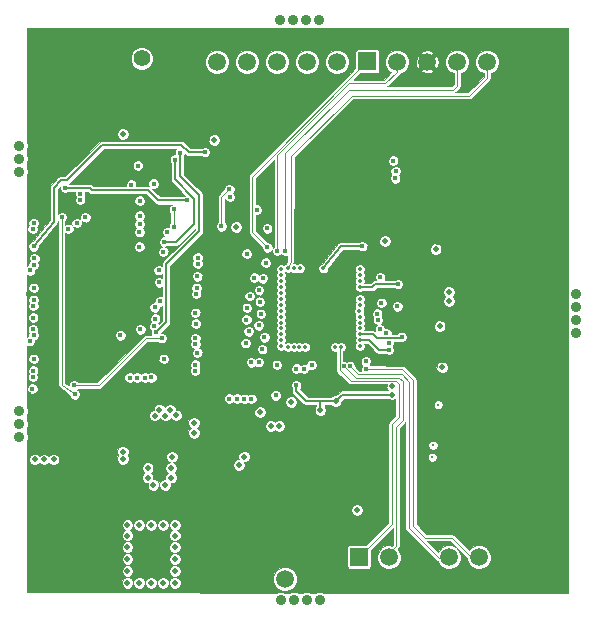
<source format=gbr>
%FSLAX34Y34*%
G04 Gerber Fmt 3.4, Leading zero omitted, Abs format*
G04 (created by PCBNEW (2013-10-29 BZR 4389)-product) date 1/27/2015 10:36:26 PM*
%MOIN*%
G01*
G70*
G90*
G04 APERTURE LIST*
%ADD10C,0.005906*%
%ADD11C,0.015700*%
%ADD12C,0.043200*%
%ADD13C,0.019500*%
%ADD14C,0.035400*%
%ADD15C,0.216500*%
%ADD16C,0.051000*%
%ADD17C,0.055000*%
%ADD18C,0.059700*%
%ADD19R,0.059700X0.059700*%
%ADD20C,0.011700*%
%ADD21C,0.019600*%
%ADD22C,0.013800*%
%ADD23C,0.007700*%
%ADD24C,0.003900*%
G04 APERTURE END LIST*
G54D10*
G54D11*
X61338Y-33307D03*
X60708Y-32598D03*
X61181Y-32598D03*
X60787Y-33307D03*
X62598Y-33307D03*
X62677Y-32598D03*
X62047Y-32598D03*
X62047Y-33307D03*
X64448Y-30866D03*
X63523Y-31023D03*
X63917Y-31023D03*
X64842Y-30866D03*
X63937Y-33228D03*
X63444Y-32637D03*
X60236Y-32598D03*
X63307Y-33228D03*
X54409Y-33307D03*
X54409Y-32992D03*
X54803Y-32992D03*
X54803Y-33307D03*
X55669Y-33307D03*
X55669Y-32992D03*
X55275Y-32992D03*
X55275Y-33307D03*
X52047Y-32913D03*
X59763Y-33307D03*
X60157Y-33307D03*
X52440Y-32913D03*
X51574Y-32913D03*
X59291Y-33307D03*
X58818Y-33307D03*
X51181Y-32913D03*
X56574Y-31023D03*
X60118Y-31023D03*
X60511Y-31023D03*
X56968Y-31023D03*
X57834Y-31023D03*
X61377Y-31023D03*
X60984Y-31023D03*
X57440Y-31023D03*
X59173Y-31023D03*
X62716Y-31023D03*
X63110Y-31023D03*
X59566Y-31023D03*
X58700Y-31023D03*
X62244Y-31023D03*
X61850Y-31023D03*
X58307Y-31023D03*
X49842Y-30826D03*
X54803Y-31003D03*
X55196Y-31003D03*
X50236Y-30826D03*
X48917Y-31200D03*
X56062Y-31003D03*
X55669Y-31003D03*
X50708Y-30826D03*
X48976Y-30826D03*
X53937Y-31003D03*
X54330Y-31003D03*
X49370Y-30826D03*
X48503Y-30826D03*
X53464Y-31003D03*
X53070Y-31003D03*
X48110Y-30826D03*
X56141Y-33307D03*
X56141Y-32992D03*
X56535Y-32992D03*
X56535Y-33307D03*
X57401Y-33307D03*
X57401Y-32992D03*
X57007Y-32992D03*
X57007Y-33307D03*
X49606Y-33858D03*
X49606Y-33543D03*
X50000Y-33543D03*
X50000Y-33858D03*
X49133Y-33858D03*
X49133Y-33543D03*
X48740Y-33543D03*
X48740Y-33858D03*
X64488Y-49370D03*
X64251Y-46535D03*
X64645Y-46535D03*
X64881Y-49370D03*
X65748Y-49370D03*
X65511Y-46535D03*
X65118Y-46535D03*
X65354Y-49370D03*
X62992Y-47086D03*
X62992Y-46771D03*
X63385Y-46771D03*
X63385Y-47086D03*
X62519Y-47086D03*
X62519Y-46771D03*
X62125Y-46771D03*
X62125Y-47086D03*
X63543Y-46141D03*
X63543Y-45826D03*
X63937Y-45826D03*
X63937Y-46141D03*
X63937Y-43858D03*
X63937Y-43543D03*
X63543Y-43543D03*
X63543Y-43858D03*
X63543Y-34409D03*
X63543Y-34094D03*
X63937Y-34094D03*
X63937Y-34409D03*
X63937Y-36535D03*
X63937Y-36220D03*
X63543Y-36220D03*
X63543Y-36535D03*
X64173Y-33779D03*
X64330Y-36850D03*
X64724Y-36850D03*
X64566Y-33779D03*
X65433Y-33779D03*
X65590Y-36850D03*
X65196Y-36850D03*
X65039Y-33779D03*
X52047Y-33307D03*
X65118Y-43307D03*
X65511Y-43307D03*
X52440Y-33307D03*
X51574Y-33307D03*
X64645Y-43307D03*
X64251Y-43307D03*
X51181Y-33307D03*
X65511Y-46850D03*
X65826Y-46850D03*
X65826Y-46535D03*
X65826Y-47165D03*
X60314Y-49370D03*
X60314Y-49055D03*
X60708Y-49055D03*
X60708Y-49370D03*
X61574Y-49370D03*
X61574Y-49055D03*
X61181Y-49055D03*
X61181Y-49370D03*
X62913Y-49370D03*
X62913Y-49055D03*
X63307Y-49055D03*
X63307Y-49370D03*
X62440Y-49370D03*
X62440Y-49055D03*
X62047Y-49055D03*
X62047Y-49370D03*
X58661Y-49370D03*
X58661Y-49055D03*
X64015Y-49370D03*
X65905Y-48661D03*
X65590Y-49055D03*
X65905Y-49055D03*
X63464Y-47559D03*
X63779Y-47086D03*
X59921Y-49370D03*
X59921Y-49055D03*
X58188Y-49055D03*
X58188Y-49370D03*
X59448Y-49370D03*
X59448Y-49055D03*
X59055Y-49055D03*
X59055Y-49370D03*
X54409Y-48661D03*
X57007Y-46299D03*
X56614Y-46299D03*
X54803Y-48661D03*
X55669Y-48661D03*
X59448Y-46299D03*
X59055Y-46299D03*
X55275Y-48661D03*
X50236Y-49370D03*
X48976Y-49370D03*
X48818Y-49055D03*
X53937Y-48661D03*
X49763Y-49370D03*
X48503Y-49370D03*
X48110Y-49370D03*
X49370Y-49370D03*
X55433Y-46771D03*
X54173Y-48346D03*
X54566Y-48346D03*
X55826Y-46771D03*
X56692Y-46771D03*
X53779Y-47795D03*
X55039Y-48346D03*
X56299Y-46771D03*
X58031Y-46771D03*
X58425Y-46771D03*
X57559Y-46771D03*
X53779Y-47244D03*
X54251Y-47795D03*
X57165Y-46771D03*
X48976Y-35354D03*
X49527Y-36692D03*
X49133Y-36456D03*
X48897Y-35039D03*
X48976Y-43543D03*
X49291Y-43543D03*
X49291Y-43149D03*
X48976Y-43149D03*
X53779Y-37795D03*
X54330Y-37795D03*
X54173Y-39133D03*
X54015Y-41338D03*
X49763Y-43543D03*
X50078Y-43543D03*
X50078Y-43149D03*
X49763Y-43149D03*
X54803Y-44094D03*
X55669Y-44960D03*
X55433Y-43464D03*
X54566Y-42362D03*
X48110Y-34724D03*
X48582Y-34409D03*
X48582Y-34803D03*
X48110Y-35118D03*
X48110Y-45669D03*
X48425Y-45669D03*
X48582Y-35275D03*
X48110Y-35590D03*
X48110Y-47007D03*
X48425Y-47007D03*
X48425Y-47401D03*
X48110Y-47401D03*
X48110Y-46535D03*
X48425Y-46535D03*
X48425Y-46141D03*
X48110Y-46141D03*
X48110Y-33543D03*
X48110Y-31181D03*
X48110Y-31574D03*
X48110Y-33937D03*
X48818Y-33228D03*
X50787Y-32992D03*
X50629Y-31259D03*
X48110Y-34409D03*
X48110Y-32755D03*
X48425Y-32755D03*
X48425Y-33149D03*
X48110Y-33149D03*
X48110Y-32283D03*
X48425Y-32283D03*
X48425Y-31889D03*
X48110Y-31889D03*
X48110Y-47795D03*
X48425Y-47795D03*
X48425Y-48188D03*
X48110Y-48188D03*
X48110Y-49055D03*
X48425Y-49055D03*
X48425Y-48661D03*
X48110Y-48661D03*
X50787Y-48818D03*
X50314Y-46771D03*
X50708Y-47086D03*
X50393Y-49133D03*
X48740Y-47086D03*
X49763Y-46692D03*
X49212Y-46771D03*
X48897Y-46771D03*
X49448Y-39133D03*
X49763Y-39133D03*
X49763Y-39527D03*
X49448Y-39527D03*
X49370Y-38031D03*
X49763Y-38188D03*
X48976Y-38188D03*
X50157Y-38031D03*
X49527Y-40157D03*
X49842Y-40157D03*
X49842Y-40551D03*
X49527Y-40551D03*
X49370Y-41417D03*
X49921Y-41417D03*
X49921Y-41889D03*
X49370Y-41889D03*
X65826Y-33700D03*
X65826Y-33228D03*
X65433Y-33385D03*
X65905Y-31496D03*
X65826Y-38425D03*
X65826Y-41181D03*
X65826Y-40787D03*
X65826Y-38031D03*
X65826Y-39763D03*
X54566Y-33779D03*
X56771Y-33779D03*
X65826Y-40157D03*
X65826Y-39291D03*
X65826Y-42047D03*
X65826Y-41653D03*
X65826Y-38897D03*
X65905Y-36850D03*
X63700Y-33700D03*
X63622Y-40393D03*
X63543Y-38267D03*
X63543Y-38661D03*
X63622Y-40787D03*
X63622Y-41653D03*
X63543Y-39527D03*
X63543Y-39133D03*
X63622Y-41259D03*
X63622Y-42992D03*
X63149Y-42204D03*
X63070Y-39842D03*
X63149Y-42598D03*
X63622Y-42519D03*
X65905Y-43307D03*
X63543Y-40000D03*
X63622Y-42125D03*
X63070Y-40236D03*
X63543Y-37401D03*
X63070Y-37480D03*
X63070Y-37874D03*
X63543Y-37795D03*
X63543Y-36929D03*
X61653Y-33779D03*
X59212Y-33779D03*
X63937Y-36850D03*
X61496Y-46377D03*
X58346Y-47795D03*
X58346Y-48661D03*
X63622Y-46535D03*
X63858Y-46771D03*
X58346Y-48267D03*
G54D12*
X49554Y-45454D03*
X49554Y-35062D03*
G54D13*
X56102Y-43975D03*
G54D11*
X61386Y-35540D03*
X61024Y-35536D03*
X61024Y-35198D03*
X61394Y-35193D03*
G54D14*
X47725Y-34630D03*
X47725Y-35063D03*
X47725Y-35496D03*
X47725Y-44335D03*
X47725Y-43902D03*
X47725Y-43469D03*
X66268Y-39571D03*
X66268Y-40004D03*
X66268Y-40437D03*
X66268Y-40870D03*
G54D11*
X58299Y-40354D03*
X58299Y-39921D03*
X58082Y-40138D03*
X58515Y-40138D03*
X61011Y-37386D03*
X62078Y-44708D03*
X62275Y-44901D03*
X58732Y-40354D03*
X57866Y-40354D03*
X57433Y-40354D03*
X57000Y-40354D03*
X56783Y-40571D03*
X57216Y-40571D03*
X57653Y-40571D03*
X58082Y-40571D03*
X58515Y-40571D03*
X58515Y-41004D03*
X58082Y-41004D03*
X57653Y-41004D03*
X57216Y-41004D03*
X56783Y-41004D03*
X57000Y-40787D03*
X57433Y-40787D03*
X58299Y-40787D03*
X57866Y-40787D03*
X58732Y-40787D03*
X58732Y-39921D03*
X57866Y-39921D03*
X57433Y-39921D03*
X57000Y-39921D03*
X56783Y-40138D03*
X57216Y-40138D03*
X57653Y-40138D03*
X58515Y-39705D03*
X58082Y-39705D03*
X57653Y-39705D03*
X57216Y-39705D03*
X56783Y-39705D03*
X57000Y-39488D03*
X57433Y-39488D03*
X58299Y-39488D03*
X57866Y-39488D03*
X58732Y-39488D03*
X58732Y-39055D03*
X57866Y-39055D03*
X58299Y-39055D03*
X57433Y-39055D03*
X57000Y-39055D03*
X56783Y-39272D03*
X57216Y-39272D03*
X57653Y-39272D03*
X58082Y-39272D03*
X58515Y-39272D03*
G54D13*
X48861Y-45087D03*
X48546Y-45087D03*
X48231Y-45087D03*
X52389Y-43424D03*
X52744Y-43424D03*
X52941Y-43620D03*
X52586Y-43621D03*
X52782Y-45375D03*
X52782Y-45690D03*
X52584Y-45927D03*
X52190Y-45927D03*
X51994Y-45690D03*
X51994Y-45375D03*
G54D15*
X49752Y-32228D03*
X64791Y-32228D03*
X64791Y-47975D03*
X49752Y-47975D03*
G54D13*
X56378Y-43975D03*
X52232Y-43621D03*
X52112Y-49195D03*
X51720Y-49197D03*
X52507Y-49197D03*
X51325Y-49197D03*
X52902Y-49197D03*
X51325Y-48802D03*
X51325Y-48410D03*
X51325Y-48015D03*
X51325Y-47622D03*
X51325Y-47267D03*
X51720Y-47267D03*
X52114Y-47267D03*
X52507Y-47267D03*
X52900Y-47267D03*
X52900Y-47622D03*
X52900Y-48015D03*
X52900Y-48410D03*
X52900Y-48802D03*
G54D14*
X56426Y-49768D03*
X56859Y-49768D03*
X57292Y-49768D03*
X57726Y-49768D03*
X56425Y-30437D03*
X56858Y-30437D03*
X57291Y-30437D03*
X57725Y-30437D03*
G54D16*
X51299Y-32217D03*
X52299Y-32217D03*
X52299Y-31217D03*
X51299Y-31217D03*
G54D17*
X51799Y-31717D03*
G54D18*
X58307Y-31834D03*
X57307Y-31834D03*
X56307Y-31834D03*
X55307Y-31834D03*
G54D19*
X53307Y-31814D03*
G54D18*
X54307Y-31834D03*
G54D19*
X57576Y-49079D03*
G54D18*
X56576Y-49079D03*
X63314Y-31834D03*
X62314Y-31834D03*
X61314Y-31834D03*
G54D19*
X59314Y-31814D03*
G54D18*
X60314Y-31834D03*
X63043Y-48350D03*
X62043Y-48350D03*
X61043Y-48350D03*
G54D19*
X59043Y-48330D03*
G54D18*
X60043Y-48350D03*
G54D20*
X61685Y-43255D03*
G54D13*
X56783Y-43173D03*
X61728Y-40646D03*
X61821Y-42018D03*
X61594Y-38083D03*
X55748Y-43512D03*
X55032Y-45276D03*
G54D20*
X61488Y-45011D03*
G54D13*
X58976Y-46772D03*
G54D11*
X60177Y-35130D03*
G54D13*
X54949Y-37343D03*
G54D11*
X52646Y-37508D03*
G54D13*
X54221Y-34441D03*
X51169Y-34244D03*
X57756Y-43449D03*
G54D11*
X56949Y-42618D03*
G54D13*
X58264Y-43146D03*
X60142Y-42921D03*
G54D11*
X55299Y-38228D03*
G54D13*
X62039Y-39803D03*
X59910Y-37815D03*
X62036Y-39500D03*
G54D11*
X49256Y-36028D03*
X53323Y-36453D03*
G54D20*
X60677Y-34807D03*
X61985Y-44190D03*
X62578Y-44440D03*
X61988Y-45425D03*
G54D13*
X50921Y-43799D03*
X51012Y-36701D03*
G54D11*
X48154Y-36225D03*
X48154Y-35831D03*
G54D13*
X48158Y-36717D03*
X48150Y-39079D03*
X48189Y-41437D03*
G54D11*
X48032Y-37599D03*
X48047Y-38189D03*
X48024Y-39571D03*
X48028Y-40551D03*
X48032Y-41933D03*
X48032Y-42918D03*
X48197Y-43508D03*
G54D13*
X48138Y-43807D03*
G54D11*
X48102Y-44492D03*
X50921Y-44492D03*
G54D13*
X58002Y-47500D03*
G54D11*
X59961Y-44311D03*
X58626Y-44390D03*
X58413Y-43508D03*
X60205Y-43484D03*
X59882Y-37386D03*
X58256Y-36228D03*
X57106Y-36587D03*
G54D13*
X58616Y-45230D03*
G54D11*
X61102Y-40835D03*
G54D13*
X57668Y-44518D03*
G54D11*
X52012Y-34799D03*
X61264Y-40071D03*
X54457Y-43477D03*
G54D13*
X53465Y-45815D03*
G54D11*
X54579Y-44225D03*
G54D13*
X54268Y-46508D03*
X57984Y-48284D03*
G54D11*
X61957Y-34823D03*
X60906Y-36260D03*
X61957Y-35933D03*
X62154Y-36559D03*
X61228Y-42177D03*
X60882Y-38087D03*
X60780Y-39406D03*
X59350Y-37213D03*
G54D21*
X56091Y-35378D03*
X55579Y-35130D03*
G54D11*
X59508Y-36051D03*
X59650Y-35925D03*
X57094Y-35291D03*
X58354Y-35528D03*
X58370Y-36783D03*
X48165Y-37402D03*
X60266Y-35482D03*
X48193Y-37205D03*
X60246Y-35719D03*
X49565Y-42918D03*
X49132Y-37012D03*
G54D20*
X61511Y-44618D03*
G54D13*
X55217Y-44988D03*
G54D11*
X55288Y-40421D03*
X55701Y-40618D03*
X55366Y-40819D03*
X55705Y-41839D03*
G54D22*
X59065Y-40325D03*
G54D11*
X51732Y-36461D03*
X53591Y-41236D03*
G54D22*
X56447Y-41309D03*
G54D11*
X59951Y-40876D03*
X51728Y-36957D03*
G54D22*
X59065Y-40522D03*
G54D11*
X52870Y-37327D03*
X51728Y-37240D03*
X52870Y-36752D03*
X59669Y-40425D03*
X55736Y-39831D03*
X53906Y-34843D03*
X48193Y-37984D03*
X60319Y-39984D03*
X52906Y-35095D03*
X52543Y-37827D03*
G54D22*
X56870Y-38720D03*
G54D11*
X55981Y-37386D03*
G54D22*
X59065Y-38750D03*
G54D11*
X57205Y-42071D03*
X60473Y-41000D03*
G54D22*
X59065Y-40915D03*
X59065Y-39341D03*
G54D11*
X60339Y-39244D03*
X57465Y-41937D03*
G54D22*
X57254Y-41339D03*
G54D13*
X52811Y-44992D03*
X53539Y-43862D03*
X53539Y-44197D03*
G54D11*
X60030Y-41211D03*
G54D22*
X59075Y-41112D03*
G54D11*
X60039Y-41437D03*
X55638Y-36756D03*
G54D22*
X57067Y-38720D03*
G54D11*
X59272Y-41807D03*
X59748Y-39020D03*
G54D22*
X58238Y-41339D03*
X59065Y-39144D03*
X59065Y-38947D03*
X59055Y-40128D03*
X57854Y-38720D03*
G54D11*
X59150Y-37972D03*
G54D22*
X57057Y-41339D03*
G54D11*
X55933Y-38528D03*
G54D22*
X56437Y-39734D03*
X56437Y-40325D03*
G54D11*
X56260Y-42953D03*
G54D22*
X56860Y-41339D03*
G54D13*
X60154Y-42638D03*
G54D22*
X59065Y-41309D03*
X59065Y-39931D03*
G54D11*
X55394Y-39638D03*
X53650Y-41536D03*
G54D22*
X56437Y-41112D03*
G54D11*
X53583Y-40201D03*
G54D22*
X56437Y-39931D03*
G54D11*
X55831Y-39047D03*
G54D22*
X56437Y-40915D03*
G54D11*
X53579Y-41925D03*
X53602Y-40559D03*
G54D22*
X56437Y-40128D03*
G54D11*
X55303Y-40032D03*
X53662Y-38355D03*
G54D22*
X56437Y-38750D03*
G54D11*
X55709Y-39445D03*
X56957Y-42059D03*
G54D22*
X56663Y-41339D03*
G54D11*
X52193Y-35890D03*
X59740Y-40740D03*
X54453Y-37319D03*
X51721Y-37508D03*
X54721Y-36075D03*
X59787Y-39870D03*
X55555Y-39028D03*
G54D22*
X56437Y-38947D03*
G54D11*
X53662Y-38555D03*
X53610Y-39571D03*
G54D22*
X56437Y-39537D03*
G54D11*
X53626Y-39370D03*
G54D22*
X56437Y-39341D03*
G54D11*
X53579Y-42122D03*
G54D22*
X56437Y-40719D03*
G54D11*
X55772Y-40232D03*
X55890Y-41016D03*
X55260Y-41209D03*
X55815Y-41406D03*
X55445Y-41846D03*
X56303Y-41937D03*
X53650Y-38981D03*
G54D22*
X56437Y-39144D03*
G54D11*
X53587Y-41040D03*
G54D22*
X56437Y-40522D03*
G54D11*
X59646Y-40225D03*
X54736Y-36331D03*
X49354Y-37402D03*
X53071Y-34862D03*
X52276Y-40847D03*
X52248Y-40394D03*
X48185Y-39965D03*
X48221Y-38386D03*
X52516Y-38162D03*
X48201Y-39768D03*
X52232Y-40016D03*
X48197Y-39370D03*
X52402Y-39815D03*
X48079Y-38783D03*
X52386Y-39181D03*
X48193Y-38591D03*
X52366Y-38772D03*
G54D22*
X59065Y-39734D03*
G54D11*
X51445Y-35929D03*
X52213Y-40654D03*
X48181Y-40355D03*
X55984Y-38016D03*
X56319Y-38122D03*
X56575Y-38130D03*
G54D22*
X56673Y-38711D03*
G54D11*
X49744Y-36425D03*
X49634Y-37205D03*
X49917Y-37012D03*
X49748Y-36225D03*
X51717Y-37992D03*
X52535Y-41732D03*
X48173Y-42331D03*
X52118Y-42354D03*
X54984Y-43063D03*
X48173Y-40748D03*
X55453Y-43067D03*
X51752Y-40748D03*
X48181Y-42130D03*
X51917Y-42355D03*
X48197Y-41732D03*
X51398Y-42355D03*
X48075Y-41142D03*
X51638Y-42355D03*
X48201Y-40949D03*
X54721Y-43055D03*
X51091Y-40949D03*
X55225Y-43067D03*
G54D22*
X59065Y-40719D03*
G54D11*
X51669Y-35288D03*
G54D22*
X58435Y-41339D03*
G54D11*
X58536Y-41973D03*
X59281Y-42067D03*
X58740Y-41969D03*
X52465Y-41043D03*
X49535Y-42618D03*
X48154Y-42725D03*
G54D13*
X51169Y-44827D03*
X51169Y-45063D03*
G54D23*
X58489Y-42921D02*
X58264Y-43146D01*
X57756Y-43148D02*
X57756Y-43405D01*
X57756Y-43405D02*
X57756Y-43449D01*
X56949Y-42618D02*
X56949Y-42811D01*
X57288Y-43150D02*
X57756Y-43148D01*
X56949Y-42811D02*
X57288Y-43150D01*
X57756Y-43148D02*
X58264Y-43146D01*
X60142Y-42921D02*
X58489Y-42921D01*
X53323Y-36453D02*
X52338Y-36453D01*
X50060Y-36028D02*
X49256Y-36028D01*
X50139Y-36107D02*
X50060Y-36028D01*
X51992Y-36107D02*
X50139Y-36107D01*
X52338Y-36453D02*
X51992Y-36107D01*
G54D24*
X49565Y-42918D02*
X49132Y-42593D01*
X49132Y-42593D02*
X49132Y-37012D01*
X52870Y-36752D02*
X52870Y-37327D01*
G54D23*
X53906Y-34843D02*
X53363Y-34843D01*
X48862Y-37162D02*
X48193Y-37984D01*
X48862Y-36036D02*
X48862Y-37162D01*
X49122Y-35776D02*
X48862Y-36036D01*
X49314Y-35776D02*
X49122Y-35776D01*
X50491Y-34599D02*
X49314Y-35776D01*
X53119Y-34599D02*
X50491Y-34599D01*
X53363Y-34843D02*
X53119Y-34599D01*
X52906Y-35095D02*
X52906Y-35752D01*
X52949Y-37827D02*
X52543Y-37827D01*
X53543Y-37232D02*
X52949Y-37827D01*
X53543Y-36389D02*
X53543Y-37232D01*
X52906Y-35752D02*
X53543Y-36389D01*
X60473Y-41000D02*
X60354Y-41043D01*
X60354Y-41043D02*
X59646Y-41043D01*
X59508Y-40918D02*
X59065Y-40915D01*
X59646Y-41043D02*
X59508Y-40918D01*
X59587Y-39244D02*
X59488Y-39343D01*
X59488Y-39343D02*
X59065Y-39341D01*
X59587Y-39244D02*
X60339Y-39244D01*
X59715Y-41437D02*
X59386Y-41114D01*
X59386Y-41114D02*
X59075Y-41112D01*
X60039Y-41437D02*
X59715Y-41437D01*
X59150Y-37972D02*
X58445Y-37972D01*
X58445Y-37972D02*
X57854Y-38720D01*
G54D24*
X54453Y-37319D02*
X54453Y-36343D01*
X54453Y-36343D02*
X54721Y-36075D01*
G54D23*
X53071Y-34862D02*
X53067Y-35646D01*
X52610Y-40513D02*
X52276Y-40847D01*
X52610Y-38579D02*
X52610Y-40513D01*
X53705Y-37484D02*
X52610Y-38579D01*
X53705Y-36284D02*
X53705Y-37484D01*
X53067Y-35646D02*
X53705Y-36284D01*
G54D24*
X59314Y-31814D02*
X59314Y-31820D01*
X55476Y-37508D02*
X55984Y-38016D01*
X55476Y-35658D02*
X55476Y-37508D01*
X59314Y-31820D02*
X55476Y-35658D01*
X60314Y-31834D02*
X60314Y-32155D01*
X56319Y-34949D02*
X56319Y-38122D01*
X58721Y-32547D02*
X56319Y-34949D01*
X59922Y-32547D02*
X58721Y-32547D01*
X60314Y-32155D02*
X59922Y-32547D01*
X62314Y-31834D02*
X62314Y-32624D01*
X56575Y-34886D02*
X56575Y-38130D01*
X58705Y-32756D02*
X56575Y-34886D01*
X62182Y-32756D02*
X58705Y-32756D01*
X62314Y-32624D02*
X62182Y-32756D01*
X63314Y-31834D02*
X63314Y-32371D01*
X56764Y-38461D02*
X56673Y-38711D01*
X56776Y-34984D02*
X56764Y-38461D01*
X58796Y-32969D02*
X56776Y-34984D01*
X62716Y-32969D02*
X58796Y-32969D01*
X63314Y-32371D02*
X62716Y-32969D01*
X59043Y-48330D02*
X59048Y-48330D01*
X58398Y-41374D02*
X58435Y-41339D01*
X58396Y-42106D02*
X58398Y-41374D01*
X58760Y-42470D02*
X58396Y-42106D01*
X60266Y-42470D02*
X58760Y-42470D01*
X60374Y-42579D02*
X60266Y-42470D01*
X60374Y-43674D02*
X60374Y-42579D01*
X60138Y-43910D02*
X60374Y-43674D01*
X60138Y-47240D02*
X60138Y-43910D01*
X59048Y-48330D02*
X60138Y-47240D01*
X60043Y-48350D02*
X60043Y-48201D01*
X58937Y-42372D02*
X58536Y-41973D01*
X60384Y-42372D02*
X58937Y-42372D01*
X60492Y-42480D02*
X60384Y-42372D01*
X60492Y-43780D02*
X60492Y-42480D01*
X60276Y-43996D02*
X60492Y-43780D01*
X60276Y-47972D02*
X60276Y-43996D01*
X60043Y-48201D02*
X60276Y-47972D01*
X63043Y-48350D02*
X62791Y-48350D01*
X60482Y-42077D02*
X59281Y-42067D01*
X60846Y-42441D02*
X60482Y-42077D01*
X60846Y-47293D02*
X60846Y-42441D01*
X61240Y-47697D02*
X60846Y-47293D01*
X62136Y-47697D02*
X61240Y-47697D01*
X62791Y-48350D02*
X62136Y-47697D01*
X62057Y-48356D02*
X61693Y-48356D01*
X59006Y-42254D02*
X58740Y-41969D01*
X60463Y-42254D02*
X59006Y-42254D01*
X60699Y-42490D02*
X60463Y-42254D01*
X60699Y-47362D02*
X60699Y-42490D01*
X61693Y-48356D02*
X60699Y-47362D01*
X49535Y-42618D02*
X50370Y-42618D01*
X51945Y-41043D02*
X52465Y-41043D01*
X50370Y-42618D02*
X51945Y-41043D01*
G54D10*
G36*
X53253Y-36291D02*
X53223Y-36303D01*
X53210Y-36317D01*
X52394Y-36317D01*
X52132Y-36055D01*
X52157Y-36065D01*
X52227Y-36066D01*
X52292Y-36039D01*
X52342Y-35989D01*
X52368Y-35925D01*
X52369Y-35855D01*
X52342Y-35790D01*
X52292Y-35740D01*
X52228Y-35714D01*
X52158Y-35713D01*
X52093Y-35740D01*
X52043Y-35790D01*
X52017Y-35854D01*
X52016Y-35924D01*
X52039Y-35980D01*
X51992Y-35971D01*
X51845Y-35971D01*
X51845Y-35253D01*
X51818Y-35188D01*
X51768Y-35138D01*
X51704Y-35112D01*
X51634Y-35111D01*
X51569Y-35138D01*
X51519Y-35188D01*
X51493Y-35252D01*
X51492Y-35322D01*
X51519Y-35387D01*
X51569Y-35437D01*
X51633Y-35463D01*
X51703Y-35464D01*
X51768Y-35437D01*
X51818Y-35387D01*
X51844Y-35323D01*
X51845Y-35253D01*
X51845Y-35971D01*
X51618Y-35971D01*
X51620Y-35964D01*
X51621Y-35894D01*
X51594Y-35829D01*
X51544Y-35779D01*
X51480Y-35753D01*
X51410Y-35752D01*
X51345Y-35779D01*
X51295Y-35829D01*
X51269Y-35893D01*
X51268Y-35963D01*
X51271Y-35971D01*
X50195Y-35971D01*
X50156Y-35931D01*
X50112Y-35902D01*
X50060Y-35892D01*
X49380Y-35892D01*
X49410Y-35872D01*
X50547Y-34735D01*
X52949Y-34735D01*
X52921Y-34762D01*
X52895Y-34826D01*
X52894Y-34896D01*
X52904Y-34918D01*
X52871Y-34918D01*
X52806Y-34945D01*
X52756Y-34995D01*
X52730Y-35059D01*
X52729Y-35129D01*
X52756Y-35194D01*
X52770Y-35207D01*
X52770Y-35752D01*
X52780Y-35804D01*
X52809Y-35848D01*
X53253Y-36291D01*
X53253Y-36291D01*
G37*
G54D24*
X53253Y-36291D02*
X53223Y-36303D01*
X53210Y-36317D01*
X52394Y-36317D01*
X52132Y-36055D01*
X52157Y-36065D01*
X52227Y-36066D01*
X52292Y-36039D01*
X52342Y-35989D01*
X52368Y-35925D01*
X52369Y-35855D01*
X52342Y-35790D01*
X52292Y-35740D01*
X52228Y-35714D01*
X52158Y-35713D01*
X52093Y-35740D01*
X52043Y-35790D01*
X52017Y-35854D01*
X52016Y-35924D01*
X52039Y-35980D01*
X51992Y-35971D01*
X51845Y-35971D01*
X51845Y-35253D01*
X51818Y-35188D01*
X51768Y-35138D01*
X51704Y-35112D01*
X51634Y-35111D01*
X51569Y-35138D01*
X51519Y-35188D01*
X51493Y-35252D01*
X51492Y-35322D01*
X51519Y-35387D01*
X51569Y-35437D01*
X51633Y-35463D01*
X51703Y-35464D01*
X51768Y-35437D01*
X51818Y-35387D01*
X51844Y-35323D01*
X51845Y-35253D01*
X51845Y-35971D01*
X51618Y-35971D01*
X51620Y-35964D01*
X51621Y-35894D01*
X51594Y-35829D01*
X51544Y-35779D01*
X51480Y-35753D01*
X51410Y-35752D01*
X51345Y-35779D01*
X51295Y-35829D01*
X51269Y-35893D01*
X51268Y-35963D01*
X51271Y-35971D01*
X50195Y-35971D01*
X50156Y-35931D01*
X50112Y-35902D01*
X50060Y-35892D01*
X49380Y-35892D01*
X49410Y-35872D01*
X50547Y-34735D01*
X52949Y-34735D01*
X52921Y-34762D01*
X52895Y-34826D01*
X52894Y-34896D01*
X52904Y-34918D01*
X52871Y-34918D01*
X52806Y-34945D01*
X52756Y-34995D01*
X52730Y-35059D01*
X52729Y-35129D01*
X52756Y-35194D01*
X52770Y-35207D01*
X52770Y-35752D01*
X52780Y-35804D01*
X52809Y-35848D01*
X53253Y-36291D01*
G54D10*
G36*
X53569Y-37427D02*
X52513Y-38482D01*
X52484Y-38526D01*
X52474Y-38579D01*
X52474Y-38631D01*
X52465Y-38622D01*
X52401Y-38596D01*
X52331Y-38595D01*
X52266Y-38622D01*
X52216Y-38672D01*
X52190Y-38736D01*
X52189Y-38806D01*
X52216Y-38871D01*
X52266Y-38921D01*
X52330Y-38947D01*
X52400Y-38948D01*
X52465Y-38921D01*
X52474Y-38912D01*
X52474Y-39026D01*
X52421Y-39005D01*
X52351Y-39004D01*
X52286Y-39031D01*
X52236Y-39081D01*
X52210Y-39145D01*
X52209Y-39215D01*
X52236Y-39280D01*
X52286Y-39330D01*
X52350Y-39356D01*
X52420Y-39357D01*
X52474Y-39335D01*
X52474Y-39654D01*
X52437Y-39639D01*
X52367Y-39638D01*
X52302Y-39665D01*
X52252Y-39715D01*
X52226Y-39779D01*
X52225Y-39839D01*
X52197Y-39839D01*
X52132Y-39866D01*
X52082Y-39916D01*
X52056Y-39980D01*
X52055Y-40050D01*
X52082Y-40115D01*
X52132Y-40165D01*
X52196Y-40191D01*
X52266Y-40192D01*
X52331Y-40165D01*
X52381Y-40115D01*
X52407Y-40051D01*
X52408Y-39991D01*
X52436Y-39991D01*
X52474Y-39975D01*
X52474Y-40456D01*
X52366Y-40564D01*
X52362Y-40554D01*
X52349Y-40541D01*
X52397Y-40493D01*
X52423Y-40429D01*
X52424Y-40359D01*
X52397Y-40294D01*
X52347Y-40244D01*
X52283Y-40218D01*
X52213Y-40217D01*
X52148Y-40244D01*
X52098Y-40294D01*
X52072Y-40358D01*
X52071Y-40428D01*
X52098Y-40493D01*
X52111Y-40506D01*
X52063Y-40554D01*
X52037Y-40618D01*
X52036Y-40688D01*
X52063Y-40753D01*
X52106Y-40796D01*
X52100Y-40811D01*
X52099Y-40881D01*
X52118Y-40926D01*
X51945Y-40926D01*
X51928Y-40929D01*
X51928Y-40713D01*
X51908Y-40664D01*
X51908Y-36426D01*
X51881Y-36361D01*
X51831Y-36311D01*
X51767Y-36285D01*
X51697Y-36284D01*
X51632Y-36311D01*
X51582Y-36361D01*
X51556Y-36425D01*
X51555Y-36495D01*
X51582Y-36560D01*
X51632Y-36610D01*
X51696Y-36636D01*
X51766Y-36637D01*
X51831Y-36610D01*
X51881Y-36560D01*
X51907Y-36496D01*
X51908Y-36426D01*
X51908Y-40664D01*
X51904Y-40655D01*
X51904Y-37205D01*
X51877Y-37140D01*
X51835Y-37098D01*
X51877Y-37056D01*
X51903Y-36992D01*
X51904Y-36922D01*
X51877Y-36857D01*
X51827Y-36807D01*
X51763Y-36781D01*
X51693Y-36780D01*
X51628Y-36807D01*
X51578Y-36857D01*
X51552Y-36921D01*
X51551Y-36991D01*
X51578Y-37056D01*
X51620Y-37098D01*
X51578Y-37140D01*
X51552Y-37204D01*
X51551Y-37274D01*
X51578Y-37339D01*
X51609Y-37370D01*
X51571Y-37408D01*
X51545Y-37472D01*
X51544Y-37542D01*
X51571Y-37607D01*
X51621Y-37657D01*
X51685Y-37683D01*
X51755Y-37684D01*
X51820Y-37657D01*
X51870Y-37607D01*
X51896Y-37543D01*
X51897Y-37473D01*
X51870Y-37408D01*
X51839Y-37377D01*
X51877Y-37339D01*
X51903Y-37275D01*
X51904Y-37205D01*
X51904Y-40655D01*
X51901Y-40648D01*
X51893Y-40640D01*
X51893Y-37957D01*
X51866Y-37892D01*
X51816Y-37842D01*
X51752Y-37816D01*
X51682Y-37815D01*
X51617Y-37842D01*
X51567Y-37892D01*
X51541Y-37956D01*
X51540Y-38026D01*
X51567Y-38091D01*
X51617Y-38141D01*
X51681Y-38167D01*
X51751Y-38168D01*
X51816Y-38141D01*
X51866Y-38091D01*
X51892Y-38027D01*
X51893Y-37957D01*
X51893Y-40640D01*
X51851Y-40598D01*
X51787Y-40572D01*
X51717Y-40571D01*
X51652Y-40598D01*
X51602Y-40648D01*
X51576Y-40712D01*
X51575Y-40782D01*
X51602Y-40847D01*
X51652Y-40897D01*
X51716Y-40923D01*
X51786Y-40924D01*
X51851Y-40897D01*
X51901Y-40847D01*
X51927Y-40783D01*
X51928Y-40713D01*
X51928Y-40929D01*
X51900Y-40934D01*
X51862Y-40960D01*
X51267Y-41555D01*
X51267Y-40914D01*
X51240Y-40849D01*
X51190Y-40799D01*
X51126Y-40773D01*
X51056Y-40772D01*
X50991Y-40799D01*
X50941Y-40849D01*
X50915Y-40913D01*
X50914Y-40983D01*
X50941Y-41048D01*
X50991Y-41098D01*
X51055Y-41124D01*
X51125Y-41125D01*
X51190Y-41098D01*
X51240Y-41048D01*
X51266Y-40984D01*
X51267Y-40914D01*
X51267Y-41555D01*
X50321Y-42501D01*
X49666Y-42501D01*
X49634Y-42468D01*
X49570Y-42442D01*
X49500Y-42441D01*
X49435Y-42468D01*
X49385Y-42518D01*
X49359Y-42582D01*
X49359Y-42617D01*
X49249Y-42534D01*
X49249Y-37545D01*
X49254Y-37551D01*
X49318Y-37577D01*
X49388Y-37578D01*
X49453Y-37551D01*
X49503Y-37501D01*
X49529Y-37437D01*
X49530Y-37367D01*
X49517Y-37337D01*
X49534Y-37354D01*
X49598Y-37380D01*
X49668Y-37381D01*
X49733Y-37354D01*
X49783Y-37304D01*
X49809Y-37240D01*
X49810Y-37170D01*
X49798Y-37142D01*
X49817Y-37161D01*
X49881Y-37187D01*
X49951Y-37188D01*
X50016Y-37161D01*
X50066Y-37111D01*
X50092Y-37047D01*
X50093Y-36977D01*
X50066Y-36912D01*
X50016Y-36862D01*
X49952Y-36836D01*
X49882Y-36835D01*
X49817Y-36862D01*
X49767Y-36912D01*
X49741Y-36976D01*
X49740Y-37046D01*
X49752Y-37074D01*
X49733Y-37055D01*
X49669Y-37029D01*
X49599Y-37028D01*
X49534Y-37055D01*
X49484Y-37105D01*
X49458Y-37169D01*
X49457Y-37239D01*
X49470Y-37269D01*
X49453Y-37252D01*
X49389Y-37226D01*
X49319Y-37225D01*
X49254Y-37252D01*
X49249Y-37258D01*
X49249Y-37143D01*
X49281Y-37111D01*
X49307Y-37047D01*
X49308Y-36977D01*
X49281Y-36912D01*
X49231Y-36862D01*
X49167Y-36836D01*
X49097Y-36835D01*
X49032Y-36862D01*
X48998Y-36897D01*
X48998Y-36092D01*
X49080Y-36010D01*
X49079Y-36062D01*
X49106Y-36127D01*
X49156Y-36177D01*
X49220Y-36203D01*
X49290Y-36204D01*
X49355Y-36177D01*
X49368Y-36164D01*
X49582Y-36164D01*
X49572Y-36189D01*
X49571Y-36259D01*
X49597Y-36322D01*
X49594Y-36325D01*
X49568Y-36389D01*
X49567Y-36459D01*
X49594Y-36524D01*
X49644Y-36574D01*
X49708Y-36600D01*
X49778Y-36601D01*
X49843Y-36574D01*
X49893Y-36524D01*
X49919Y-36460D01*
X49920Y-36390D01*
X49894Y-36327D01*
X49897Y-36324D01*
X49923Y-36260D01*
X49924Y-36190D01*
X49913Y-36164D01*
X50003Y-36164D01*
X50042Y-36203D01*
X50086Y-36232D01*
X50139Y-36243D01*
X51935Y-36243D01*
X52241Y-36549D01*
X52285Y-36578D01*
X52285Y-36578D01*
X52338Y-36589D01*
X52803Y-36589D01*
X52770Y-36602D01*
X52720Y-36652D01*
X52694Y-36716D01*
X52693Y-36786D01*
X52720Y-36851D01*
X52753Y-36883D01*
X52753Y-37195D01*
X52720Y-37227D01*
X52694Y-37291D01*
X52693Y-37337D01*
X52681Y-37332D01*
X52611Y-37331D01*
X52546Y-37358D01*
X52496Y-37408D01*
X52470Y-37472D01*
X52469Y-37542D01*
X52496Y-37607D01*
X52540Y-37650D01*
X52508Y-37650D01*
X52443Y-37677D01*
X52393Y-37727D01*
X52367Y-37791D01*
X52366Y-37861D01*
X52393Y-37926D01*
X52443Y-37976D01*
X52474Y-37988D01*
X52416Y-38012D01*
X52366Y-38062D01*
X52340Y-38126D01*
X52339Y-38196D01*
X52366Y-38261D01*
X52416Y-38311D01*
X52480Y-38337D01*
X52550Y-38338D01*
X52615Y-38311D01*
X52665Y-38261D01*
X52691Y-38197D01*
X52692Y-38127D01*
X52665Y-38062D01*
X52615Y-38012D01*
X52584Y-38000D01*
X52642Y-37976D01*
X52655Y-37963D01*
X52949Y-37963D01*
X52949Y-37962D01*
X52949Y-37963D01*
X52975Y-37957D01*
X53001Y-37952D01*
X53001Y-37952D01*
X53001Y-37952D01*
X53023Y-37937D01*
X53045Y-37923D01*
X53045Y-37923D01*
X53045Y-37923D01*
X53569Y-37398D01*
X53569Y-37427D01*
X53569Y-37427D01*
G37*
G54D24*
X53569Y-37427D02*
X52513Y-38482D01*
X52484Y-38526D01*
X52474Y-38579D01*
X52474Y-38631D01*
X52465Y-38622D01*
X52401Y-38596D01*
X52331Y-38595D01*
X52266Y-38622D01*
X52216Y-38672D01*
X52190Y-38736D01*
X52189Y-38806D01*
X52216Y-38871D01*
X52266Y-38921D01*
X52330Y-38947D01*
X52400Y-38948D01*
X52465Y-38921D01*
X52474Y-38912D01*
X52474Y-39026D01*
X52421Y-39005D01*
X52351Y-39004D01*
X52286Y-39031D01*
X52236Y-39081D01*
X52210Y-39145D01*
X52209Y-39215D01*
X52236Y-39280D01*
X52286Y-39330D01*
X52350Y-39356D01*
X52420Y-39357D01*
X52474Y-39335D01*
X52474Y-39654D01*
X52437Y-39639D01*
X52367Y-39638D01*
X52302Y-39665D01*
X52252Y-39715D01*
X52226Y-39779D01*
X52225Y-39839D01*
X52197Y-39839D01*
X52132Y-39866D01*
X52082Y-39916D01*
X52056Y-39980D01*
X52055Y-40050D01*
X52082Y-40115D01*
X52132Y-40165D01*
X52196Y-40191D01*
X52266Y-40192D01*
X52331Y-40165D01*
X52381Y-40115D01*
X52407Y-40051D01*
X52408Y-39991D01*
X52436Y-39991D01*
X52474Y-39975D01*
X52474Y-40456D01*
X52366Y-40564D01*
X52362Y-40554D01*
X52349Y-40541D01*
X52397Y-40493D01*
X52423Y-40429D01*
X52424Y-40359D01*
X52397Y-40294D01*
X52347Y-40244D01*
X52283Y-40218D01*
X52213Y-40217D01*
X52148Y-40244D01*
X52098Y-40294D01*
X52072Y-40358D01*
X52071Y-40428D01*
X52098Y-40493D01*
X52111Y-40506D01*
X52063Y-40554D01*
X52037Y-40618D01*
X52036Y-40688D01*
X52063Y-40753D01*
X52106Y-40796D01*
X52100Y-40811D01*
X52099Y-40881D01*
X52118Y-40926D01*
X51945Y-40926D01*
X51928Y-40929D01*
X51928Y-40713D01*
X51908Y-40664D01*
X51908Y-36426D01*
X51881Y-36361D01*
X51831Y-36311D01*
X51767Y-36285D01*
X51697Y-36284D01*
X51632Y-36311D01*
X51582Y-36361D01*
X51556Y-36425D01*
X51555Y-36495D01*
X51582Y-36560D01*
X51632Y-36610D01*
X51696Y-36636D01*
X51766Y-36637D01*
X51831Y-36610D01*
X51881Y-36560D01*
X51907Y-36496D01*
X51908Y-36426D01*
X51908Y-40664D01*
X51904Y-40655D01*
X51904Y-37205D01*
X51877Y-37140D01*
X51835Y-37098D01*
X51877Y-37056D01*
X51903Y-36992D01*
X51904Y-36922D01*
X51877Y-36857D01*
X51827Y-36807D01*
X51763Y-36781D01*
X51693Y-36780D01*
X51628Y-36807D01*
X51578Y-36857D01*
X51552Y-36921D01*
X51551Y-36991D01*
X51578Y-37056D01*
X51620Y-37098D01*
X51578Y-37140D01*
X51552Y-37204D01*
X51551Y-37274D01*
X51578Y-37339D01*
X51609Y-37370D01*
X51571Y-37408D01*
X51545Y-37472D01*
X51544Y-37542D01*
X51571Y-37607D01*
X51621Y-37657D01*
X51685Y-37683D01*
X51755Y-37684D01*
X51820Y-37657D01*
X51870Y-37607D01*
X51896Y-37543D01*
X51897Y-37473D01*
X51870Y-37408D01*
X51839Y-37377D01*
X51877Y-37339D01*
X51903Y-37275D01*
X51904Y-37205D01*
X51904Y-40655D01*
X51901Y-40648D01*
X51893Y-40640D01*
X51893Y-37957D01*
X51866Y-37892D01*
X51816Y-37842D01*
X51752Y-37816D01*
X51682Y-37815D01*
X51617Y-37842D01*
X51567Y-37892D01*
X51541Y-37956D01*
X51540Y-38026D01*
X51567Y-38091D01*
X51617Y-38141D01*
X51681Y-38167D01*
X51751Y-38168D01*
X51816Y-38141D01*
X51866Y-38091D01*
X51892Y-38027D01*
X51893Y-37957D01*
X51893Y-40640D01*
X51851Y-40598D01*
X51787Y-40572D01*
X51717Y-40571D01*
X51652Y-40598D01*
X51602Y-40648D01*
X51576Y-40712D01*
X51575Y-40782D01*
X51602Y-40847D01*
X51652Y-40897D01*
X51716Y-40923D01*
X51786Y-40924D01*
X51851Y-40897D01*
X51901Y-40847D01*
X51927Y-40783D01*
X51928Y-40713D01*
X51928Y-40929D01*
X51900Y-40934D01*
X51862Y-40960D01*
X51267Y-41555D01*
X51267Y-40914D01*
X51240Y-40849D01*
X51190Y-40799D01*
X51126Y-40773D01*
X51056Y-40772D01*
X50991Y-40799D01*
X50941Y-40849D01*
X50915Y-40913D01*
X50914Y-40983D01*
X50941Y-41048D01*
X50991Y-41098D01*
X51055Y-41124D01*
X51125Y-41125D01*
X51190Y-41098D01*
X51240Y-41048D01*
X51266Y-40984D01*
X51267Y-40914D01*
X51267Y-41555D01*
X50321Y-42501D01*
X49666Y-42501D01*
X49634Y-42468D01*
X49570Y-42442D01*
X49500Y-42441D01*
X49435Y-42468D01*
X49385Y-42518D01*
X49359Y-42582D01*
X49359Y-42617D01*
X49249Y-42534D01*
X49249Y-37545D01*
X49254Y-37551D01*
X49318Y-37577D01*
X49388Y-37578D01*
X49453Y-37551D01*
X49503Y-37501D01*
X49529Y-37437D01*
X49530Y-37367D01*
X49517Y-37337D01*
X49534Y-37354D01*
X49598Y-37380D01*
X49668Y-37381D01*
X49733Y-37354D01*
X49783Y-37304D01*
X49809Y-37240D01*
X49810Y-37170D01*
X49798Y-37142D01*
X49817Y-37161D01*
X49881Y-37187D01*
X49951Y-37188D01*
X50016Y-37161D01*
X50066Y-37111D01*
X50092Y-37047D01*
X50093Y-36977D01*
X50066Y-36912D01*
X50016Y-36862D01*
X49952Y-36836D01*
X49882Y-36835D01*
X49817Y-36862D01*
X49767Y-36912D01*
X49741Y-36976D01*
X49740Y-37046D01*
X49752Y-37074D01*
X49733Y-37055D01*
X49669Y-37029D01*
X49599Y-37028D01*
X49534Y-37055D01*
X49484Y-37105D01*
X49458Y-37169D01*
X49457Y-37239D01*
X49470Y-37269D01*
X49453Y-37252D01*
X49389Y-37226D01*
X49319Y-37225D01*
X49254Y-37252D01*
X49249Y-37258D01*
X49249Y-37143D01*
X49281Y-37111D01*
X49307Y-37047D01*
X49308Y-36977D01*
X49281Y-36912D01*
X49231Y-36862D01*
X49167Y-36836D01*
X49097Y-36835D01*
X49032Y-36862D01*
X48998Y-36897D01*
X48998Y-36092D01*
X49080Y-36010D01*
X49079Y-36062D01*
X49106Y-36127D01*
X49156Y-36177D01*
X49220Y-36203D01*
X49290Y-36204D01*
X49355Y-36177D01*
X49368Y-36164D01*
X49582Y-36164D01*
X49572Y-36189D01*
X49571Y-36259D01*
X49597Y-36322D01*
X49594Y-36325D01*
X49568Y-36389D01*
X49567Y-36459D01*
X49594Y-36524D01*
X49644Y-36574D01*
X49708Y-36600D01*
X49778Y-36601D01*
X49843Y-36574D01*
X49893Y-36524D01*
X49919Y-36460D01*
X49920Y-36390D01*
X49894Y-36327D01*
X49897Y-36324D01*
X49923Y-36260D01*
X49924Y-36190D01*
X49913Y-36164D01*
X50003Y-36164D01*
X50042Y-36203D01*
X50086Y-36232D01*
X50139Y-36243D01*
X51935Y-36243D01*
X52241Y-36549D01*
X52285Y-36578D01*
X52285Y-36578D01*
X52338Y-36589D01*
X52803Y-36589D01*
X52770Y-36602D01*
X52720Y-36652D01*
X52694Y-36716D01*
X52693Y-36786D01*
X52720Y-36851D01*
X52753Y-36883D01*
X52753Y-37195D01*
X52720Y-37227D01*
X52694Y-37291D01*
X52693Y-37337D01*
X52681Y-37332D01*
X52611Y-37331D01*
X52546Y-37358D01*
X52496Y-37408D01*
X52470Y-37472D01*
X52469Y-37542D01*
X52496Y-37607D01*
X52540Y-37650D01*
X52508Y-37650D01*
X52443Y-37677D01*
X52393Y-37727D01*
X52367Y-37791D01*
X52366Y-37861D01*
X52393Y-37926D01*
X52443Y-37976D01*
X52474Y-37988D01*
X52416Y-38012D01*
X52366Y-38062D01*
X52340Y-38126D01*
X52339Y-38196D01*
X52366Y-38261D01*
X52416Y-38311D01*
X52480Y-38337D01*
X52550Y-38338D01*
X52615Y-38311D01*
X52665Y-38261D01*
X52691Y-38197D01*
X52692Y-38127D01*
X52665Y-38062D01*
X52615Y-38012D01*
X52584Y-38000D01*
X52642Y-37976D01*
X52655Y-37963D01*
X52949Y-37963D01*
X52949Y-37962D01*
X52949Y-37963D01*
X52975Y-37957D01*
X53001Y-37952D01*
X53001Y-37952D01*
X53001Y-37952D01*
X53023Y-37937D01*
X53045Y-37923D01*
X53045Y-37923D01*
X53045Y-37923D01*
X53569Y-37398D01*
X53569Y-37427D01*
G54D10*
G36*
X56202Y-37990D02*
X56169Y-38022D01*
X56159Y-38046D01*
X56160Y-37981D01*
X56157Y-37973D01*
X56157Y-37351D01*
X56130Y-37286D01*
X56080Y-37236D01*
X56016Y-37210D01*
X55946Y-37209D01*
X55881Y-37236D01*
X55831Y-37286D01*
X55805Y-37350D01*
X55804Y-37420D01*
X55831Y-37485D01*
X55881Y-37535D01*
X55945Y-37561D01*
X56015Y-37562D01*
X56080Y-37535D01*
X56130Y-37485D01*
X56156Y-37421D01*
X56157Y-37351D01*
X56157Y-37973D01*
X56133Y-37916D01*
X56083Y-37866D01*
X56019Y-37840D01*
X55973Y-37839D01*
X55593Y-37459D01*
X55593Y-36927D01*
X55602Y-36931D01*
X55672Y-36932D01*
X55737Y-36905D01*
X55787Y-36855D01*
X55813Y-36791D01*
X55814Y-36721D01*
X55787Y-36656D01*
X55737Y-36606D01*
X55673Y-36580D01*
X55603Y-36579D01*
X55593Y-36584D01*
X55593Y-35706D01*
X56202Y-35097D01*
X56202Y-37990D01*
X56202Y-37990D01*
G37*
G54D24*
X56202Y-37990D02*
X56169Y-38022D01*
X56159Y-38046D01*
X56160Y-37981D01*
X56157Y-37973D01*
X56157Y-37351D01*
X56130Y-37286D01*
X56080Y-37236D01*
X56016Y-37210D01*
X55946Y-37209D01*
X55881Y-37236D01*
X55831Y-37286D01*
X55805Y-37350D01*
X55804Y-37420D01*
X55831Y-37485D01*
X55881Y-37535D01*
X55945Y-37561D01*
X56015Y-37562D01*
X56080Y-37535D01*
X56130Y-37485D01*
X56156Y-37421D01*
X56157Y-37351D01*
X56157Y-37973D01*
X56133Y-37916D01*
X56083Y-37866D01*
X56019Y-37840D01*
X55973Y-37839D01*
X55593Y-37459D01*
X55593Y-36927D01*
X55602Y-36931D01*
X55672Y-36932D01*
X55737Y-36905D01*
X55787Y-36855D01*
X55813Y-36791D01*
X55814Y-36721D01*
X55787Y-36656D01*
X55737Y-36606D01*
X55673Y-36580D01*
X55603Y-36579D01*
X55593Y-36584D01*
X55593Y-35706D01*
X56202Y-35097D01*
X56202Y-37990D01*
G54D10*
G36*
X66004Y-49547D02*
X63710Y-49542D01*
X63710Y-31755D01*
X63649Y-31609D01*
X63538Y-31498D01*
X63393Y-31438D01*
X63235Y-31437D01*
X63089Y-31498D01*
X62978Y-31609D01*
X62918Y-31754D01*
X62917Y-31912D01*
X62978Y-32058D01*
X63089Y-32169D01*
X63197Y-32214D01*
X63197Y-32322D01*
X62667Y-32852D01*
X62244Y-32852D01*
X62264Y-32838D01*
X62396Y-32706D01*
X62422Y-32668D01*
X62431Y-32624D01*
X62431Y-32214D01*
X62538Y-32169D01*
X62649Y-32058D01*
X62709Y-31913D01*
X62710Y-31755D01*
X62649Y-31609D01*
X62538Y-31498D01*
X62393Y-31438D01*
X62235Y-31437D01*
X62089Y-31498D01*
X61978Y-31609D01*
X61918Y-31754D01*
X61917Y-31912D01*
X61978Y-32058D01*
X62089Y-32169D01*
X62197Y-32214D01*
X62197Y-32575D01*
X62133Y-32639D01*
X61698Y-32639D01*
X61698Y-31849D01*
X61674Y-31700D01*
X61663Y-31673D01*
X61619Y-31634D01*
X61513Y-31740D01*
X61513Y-31528D01*
X61474Y-31484D01*
X61329Y-31449D01*
X61180Y-31473D01*
X61153Y-31484D01*
X61114Y-31528D01*
X61314Y-31727D01*
X61513Y-31528D01*
X61513Y-31740D01*
X61420Y-31834D01*
X61619Y-32033D01*
X61663Y-31994D01*
X61698Y-31849D01*
X61698Y-32639D01*
X61513Y-32639D01*
X61513Y-32139D01*
X61314Y-31940D01*
X61207Y-32046D01*
X61207Y-31834D01*
X61008Y-31634D01*
X60964Y-31673D01*
X60929Y-31818D01*
X60953Y-31967D01*
X60964Y-31994D01*
X61008Y-32033D01*
X61207Y-31834D01*
X61207Y-32046D01*
X61114Y-32139D01*
X61153Y-32183D01*
X61298Y-32218D01*
X61447Y-32194D01*
X61474Y-32183D01*
X61513Y-32139D01*
X61513Y-32639D01*
X59990Y-32639D01*
X60004Y-32629D01*
X60396Y-32237D01*
X60405Y-32224D01*
X60538Y-32169D01*
X60649Y-32058D01*
X60709Y-31913D01*
X60710Y-31755D01*
X60649Y-31609D01*
X60538Y-31498D01*
X60393Y-31438D01*
X60235Y-31437D01*
X60089Y-31498D01*
X59978Y-31609D01*
X59918Y-31754D01*
X59917Y-31912D01*
X59978Y-32058D01*
X60089Y-32169D01*
X60120Y-32182D01*
X59873Y-32430D01*
X58869Y-32430D01*
X59089Y-32210D01*
X59631Y-32210D01*
X59667Y-32195D01*
X59695Y-32167D01*
X59710Y-32131D01*
X59710Y-32093D01*
X59710Y-31496D01*
X59695Y-31460D01*
X59667Y-31432D01*
X59631Y-31418D01*
X59593Y-31418D01*
X58996Y-31418D01*
X58960Y-31432D01*
X58932Y-31460D01*
X58918Y-31496D01*
X58918Y-31534D01*
X58918Y-32050D01*
X58703Y-32265D01*
X58703Y-31755D01*
X58642Y-31609D01*
X58531Y-31498D01*
X58386Y-31438D01*
X58228Y-31437D01*
X58082Y-31498D01*
X57971Y-31609D01*
X57911Y-31754D01*
X57910Y-31912D01*
X57971Y-32058D01*
X58082Y-32169D01*
X58227Y-32229D01*
X58385Y-32230D01*
X58531Y-32169D01*
X58642Y-32058D01*
X58702Y-31913D01*
X58703Y-31755D01*
X58703Y-32265D01*
X57703Y-33265D01*
X57703Y-31755D01*
X57642Y-31609D01*
X57531Y-31498D01*
X57386Y-31438D01*
X57228Y-31437D01*
X57082Y-31498D01*
X56971Y-31609D01*
X56911Y-31754D01*
X56910Y-31912D01*
X56971Y-32058D01*
X57082Y-32169D01*
X57227Y-32229D01*
X57385Y-32230D01*
X57531Y-32169D01*
X57642Y-32058D01*
X57702Y-31913D01*
X57703Y-31755D01*
X57703Y-33265D01*
X56703Y-34265D01*
X56703Y-31755D01*
X56642Y-31609D01*
X56531Y-31498D01*
X56386Y-31438D01*
X56228Y-31437D01*
X56082Y-31498D01*
X55971Y-31609D01*
X55911Y-31754D01*
X55910Y-31912D01*
X55971Y-32058D01*
X56082Y-32169D01*
X56227Y-32229D01*
X56385Y-32230D01*
X56531Y-32169D01*
X56642Y-32058D01*
X56702Y-31913D01*
X56703Y-31755D01*
X56703Y-34265D01*
X55703Y-35265D01*
X55703Y-31755D01*
X55642Y-31609D01*
X55531Y-31498D01*
X55386Y-31438D01*
X55228Y-31437D01*
X55082Y-31498D01*
X54971Y-31609D01*
X54911Y-31754D01*
X54910Y-31912D01*
X54971Y-32058D01*
X55082Y-32169D01*
X55227Y-32229D01*
X55385Y-32230D01*
X55531Y-32169D01*
X55642Y-32058D01*
X55702Y-31913D01*
X55703Y-31755D01*
X55703Y-35265D01*
X55393Y-35575D01*
X55367Y-35613D01*
X55359Y-35658D01*
X55359Y-37508D01*
X55367Y-37552D01*
X55393Y-37590D01*
X55808Y-38005D01*
X55807Y-38050D01*
X55834Y-38115D01*
X55884Y-38165D01*
X55948Y-38191D01*
X56018Y-38192D01*
X56083Y-38165D01*
X56133Y-38115D01*
X56143Y-38091D01*
X56142Y-38156D01*
X56169Y-38221D01*
X56219Y-38271D01*
X56283Y-38297D01*
X56353Y-38298D01*
X56418Y-38271D01*
X56443Y-38246D01*
X56475Y-38279D01*
X56539Y-38305D01*
X56609Y-38306D01*
X56647Y-38290D01*
X56647Y-38440D01*
X56603Y-38559D01*
X56578Y-38569D01*
X56535Y-38612D01*
X56531Y-38608D01*
X56470Y-38583D01*
X56404Y-38583D01*
X56342Y-38608D01*
X56295Y-38655D01*
X56270Y-38716D01*
X56270Y-38782D01*
X56295Y-38844D01*
X56300Y-38848D01*
X56295Y-38852D01*
X56270Y-38913D01*
X56270Y-38979D01*
X56295Y-39041D01*
X56300Y-39045D01*
X56295Y-39049D01*
X56270Y-39110D01*
X56270Y-39176D01*
X56295Y-39238D01*
X56300Y-39242D01*
X56295Y-39246D01*
X56270Y-39307D01*
X56270Y-39373D01*
X56295Y-39435D01*
X56299Y-39438D01*
X56295Y-39442D01*
X56270Y-39503D01*
X56270Y-39569D01*
X56295Y-39631D01*
X56300Y-39635D01*
X56295Y-39639D01*
X56270Y-39700D01*
X56270Y-39766D01*
X56295Y-39828D01*
X56300Y-39832D01*
X56295Y-39836D01*
X56270Y-39897D01*
X56270Y-39963D01*
X56295Y-40025D01*
X56300Y-40029D01*
X56295Y-40033D01*
X56270Y-40094D01*
X56270Y-40160D01*
X56295Y-40222D01*
X56300Y-40226D01*
X56295Y-40230D01*
X56270Y-40291D01*
X56270Y-40357D01*
X56295Y-40419D01*
X56300Y-40423D01*
X56295Y-40427D01*
X56270Y-40488D01*
X56270Y-40554D01*
X56295Y-40616D01*
X56300Y-40620D01*
X56295Y-40624D01*
X56270Y-40685D01*
X56270Y-40751D01*
X56295Y-40813D01*
X56299Y-40816D01*
X56295Y-40820D01*
X56270Y-40881D01*
X56270Y-40947D01*
X56295Y-41009D01*
X56300Y-41013D01*
X56295Y-41017D01*
X56270Y-41078D01*
X56270Y-41144D01*
X56295Y-41206D01*
X56305Y-41215D01*
X56280Y-41275D01*
X56280Y-41341D01*
X56305Y-41403D01*
X56352Y-41450D01*
X56413Y-41475D01*
X56479Y-41475D01*
X56539Y-41450D01*
X56568Y-41480D01*
X56629Y-41505D01*
X56695Y-41505D01*
X56757Y-41480D01*
X56761Y-41475D01*
X56765Y-41480D01*
X56826Y-41505D01*
X56892Y-41505D01*
X56954Y-41480D01*
X56958Y-41475D01*
X56962Y-41480D01*
X57023Y-41505D01*
X57089Y-41505D01*
X57151Y-41480D01*
X57155Y-41475D01*
X57159Y-41480D01*
X57220Y-41505D01*
X57286Y-41505D01*
X57348Y-41480D01*
X57395Y-41433D01*
X57420Y-41372D01*
X57420Y-41306D01*
X57395Y-41244D01*
X57348Y-41197D01*
X57287Y-41172D01*
X57221Y-41172D01*
X57159Y-41197D01*
X57155Y-41202D01*
X57151Y-41197D01*
X57090Y-41172D01*
X57024Y-41172D01*
X56962Y-41197D01*
X56958Y-41202D01*
X56954Y-41197D01*
X56893Y-41172D01*
X56827Y-41172D01*
X56765Y-41197D01*
X56761Y-41202D01*
X56757Y-41197D01*
X56696Y-41172D01*
X56630Y-41172D01*
X56584Y-41191D01*
X56603Y-41145D01*
X56603Y-41079D01*
X56578Y-41017D01*
X56573Y-41013D01*
X56578Y-41009D01*
X56603Y-40948D01*
X56603Y-40882D01*
X56578Y-40820D01*
X56574Y-40817D01*
X56578Y-40813D01*
X56603Y-40752D01*
X56603Y-40686D01*
X56578Y-40624D01*
X56573Y-40620D01*
X56578Y-40616D01*
X56603Y-40555D01*
X56603Y-40489D01*
X56578Y-40427D01*
X56573Y-40423D01*
X56578Y-40419D01*
X56603Y-40358D01*
X56603Y-40292D01*
X56578Y-40230D01*
X56573Y-40226D01*
X56578Y-40222D01*
X56603Y-40161D01*
X56603Y-40095D01*
X56578Y-40033D01*
X56573Y-40029D01*
X56578Y-40025D01*
X56603Y-39964D01*
X56603Y-39898D01*
X56578Y-39836D01*
X56573Y-39832D01*
X56578Y-39828D01*
X56603Y-39767D01*
X56603Y-39701D01*
X56578Y-39639D01*
X56573Y-39635D01*
X56578Y-39631D01*
X56603Y-39570D01*
X56603Y-39504D01*
X56578Y-39442D01*
X56574Y-39439D01*
X56578Y-39435D01*
X56603Y-39374D01*
X56603Y-39308D01*
X56578Y-39246D01*
X56573Y-39242D01*
X56578Y-39238D01*
X56603Y-39177D01*
X56603Y-39111D01*
X56578Y-39049D01*
X56573Y-39045D01*
X56578Y-39041D01*
X56603Y-38980D01*
X56603Y-38914D01*
X56578Y-38852D01*
X56573Y-38848D01*
X56574Y-38848D01*
X56578Y-38852D01*
X56639Y-38877D01*
X56705Y-38877D01*
X56766Y-38852D01*
X56775Y-38861D01*
X56836Y-38886D01*
X56902Y-38886D01*
X56964Y-38861D01*
X56968Y-38856D01*
X56972Y-38861D01*
X57033Y-38886D01*
X57099Y-38886D01*
X57161Y-38861D01*
X57208Y-38814D01*
X57233Y-38753D01*
X57233Y-38687D01*
X57208Y-38625D01*
X57161Y-38578D01*
X57100Y-38553D01*
X57034Y-38553D01*
X56972Y-38578D01*
X56968Y-38583D01*
X56964Y-38578D01*
X56903Y-38553D01*
X56854Y-38553D01*
X56873Y-38501D01*
X56877Y-38481D01*
X56880Y-38461D01*
X56892Y-35032D01*
X58844Y-33086D01*
X62716Y-33086D01*
X62760Y-33077D01*
X62798Y-33051D01*
X63396Y-32453D01*
X63422Y-32415D01*
X63431Y-32371D01*
X63431Y-32214D01*
X63538Y-32169D01*
X63649Y-32058D01*
X63709Y-31913D01*
X63710Y-31755D01*
X63710Y-49542D01*
X63439Y-49541D01*
X63439Y-48271D01*
X63378Y-48125D01*
X63267Y-48014D01*
X63122Y-47954D01*
X62964Y-47953D01*
X62818Y-48014D01*
X62719Y-48113D01*
X62234Y-47629D01*
X62234Y-39764D01*
X62204Y-39692D01*
X62161Y-39649D01*
X62201Y-39610D01*
X62230Y-39538D01*
X62231Y-39461D01*
X62201Y-39389D01*
X62146Y-39334D01*
X62074Y-39305D01*
X61997Y-39304D01*
X61925Y-39334D01*
X61870Y-39389D01*
X61841Y-39461D01*
X61840Y-39538D01*
X61870Y-39610D01*
X61913Y-39653D01*
X61873Y-39692D01*
X61844Y-39764D01*
X61843Y-39841D01*
X61873Y-39913D01*
X61928Y-39968D01*
X62000Y-39997D01*
X62077Y-39998D01*
X62149Y-39968D01*
X62204Y-39913D01*
X62233Y-39841D01*
X62234Y-39764D01*
X62234Y-47629D01*
X62218Y-47614D01*
X62218Y-47614D01*
X62218Y-47614D01*
X62199Y-47601D01*
X62180Y-47588D01*
X62180Y-47588D01*
X62180Y-47588D01*
X62158Y-47584D01*
X62136Y-47580D01*
X62135Y-47580D01*
X62016Y-47580D01*
X62016Y-41979D01*
X61986Y-41907D01*
X61931Y-41852D01*
X61923Y-41849D01*
X61923Y-40607D01*
X61893Y-40535D01*
X61838Y-40480D01*
X61789Y-40460D01*
X61789Y-38044D01*
X61759Y-37972D01*
X61704Y-37917D01*
X61632Y-37888D01*
X61555Y-37887D01*
X61483Y-37917D01*
X61428Y-37972D01*
X61399Y-38044D01*
X61398Y-38121D01*
X61428Y-38193D01*
X61483Y-38248D01*
X61555Y-38277D01*
X61632Y-38278D01*
X61704Y-38248D01*
X61759Y-38193D01*
X61788Y-38121D01*
X61789Y-38044D01*
X61789Y-40460D01*
X61766Y-40451D01*
X61689Y-40450D01*
X61617Y-40480D01*
X61562Y-40535D01*
X61533Y-40607D01*
X61532Y-40684D01*
X61562Y-40756D01*
X61617Y-40811D01*
X61689Y-40840D01*
X61766Y-40841D01*
X61838Y-40811D01*
X61893Y-40756D01*
X61922Y-40684D01*
X61923Y-40607D01*
X61923Y-41849D01*
X61859Y-41823D01*
X61782Y-41822D01*
X61710Y-41852D01*
X61655Y-41907D01*
X61626Y-41979D01*
X61625Y-42056D01*
X61655Y-42128D01*
X61710Y-42183D01*
X61782Y-42212D01*
X61859Y-42213D01*
X61931Y-42183D01*
X61986Y-42128D01*
X62015Y-42056D01*
X62016Y-41979D01*
X62016Y-47580D01*
X61841Y-47580D01*
X61841Y-43225D01*
X61817Y-43167D01*
X61773Y-43123D01*
X61716Y-43099D01*
X61654Y-43099D01*
X61596Y-43123D01*
X61552Y-43167D01*
X61529Y-43224D01*
X61529Y-43286D01*
X61552Y-43344D01*
X61596Y-43388D01*
X61653Y-43411D01*
X61715Y-43411D01*
X61773Y-43388D01*
X61817Y-43344D01*
X61841Y-43287D01*
X61841Y-43225D01*
X61841Y-47580D01*
X61667Y-47580D01*
X61667Y-44587D01*
X61644Y-44529D01*
X61600Y-44485D01*
X61542Y-44462D01*
X61480Y-44462D01*
X61423Y-44485D01*
X61379Y-44529D01*
X61355Y-44586D01*
X61355Y-44649D01*
X61379Y-44706D01*
X61423Y-44750D01*
X61480Y-44774D01*
X61542Y-44774D01*
X61600Y-44750D01*
X61643Y-44706D01*
X61667Y-44649D01*
X61667Y-44587D01*
X61667Y-47580D01*
X61644Y-47580D01*
X61644Y-44980D01*
X61620Y-44923D01*
X61576Y-44879D01*
X61519Y-44855D01*
X61457Y-44855D01*
X61399Y-44879D01*
X61356Y-44923D01*
X61332Y-44980D01*
X61332Y-45042D01*
X61355Y-45100D01*
X61399Y-45143D01*
X61457Y-45167D01*
X61519Y-45167D01*
X61576Y-45144D01*
X61620Y-45100D01*
X61644Y-45042D01*
X61644Y-44980D01*
X61644Y-47580D01*
X61289Y-47580D01*
X60963Y-47245D01*
X60963Y-42441D01*
X60954Y-42396D01*
X60928Y-42358D01*
X60649Y-42078D01*
X60649Y-40965D01*
X60622Y-40900D01*
X60572Y-40850D01*
X60515Y-40826D01*
X60515Y-39209D01*
X60488Y-39144D01*
X60442Y-39098D01*
X60442Y-35447D01*
X60415Y-35382D01*
X60365Y-35332D01*
X60353Y-35327D01*
X60353Y-35095D01*
X60326Y-35030D01*
X60276Y-34980D01*
X60212Y-34954D01*
X60142Y-34953D01*
X60077Y-34980D01*
X60027Y-35030D01*
X60001Y-35094D01*
X60000Y-35164D01*
X60027Y-35229D01*
X60077Y-35279D01*
X60141Y-35305D01*
X60211Y-35306D01*
X60276Y-35279D01*
X60326Y-35229D01*
X60352Y-35165D01*
X60353Y-35095D01*
X60353Y-35327D01*
X60301Y-35306D01*
X60231Y-35305D01*
X60166Y-35332D01*
X60116Y-35382D01*
X60090Y-35446D01*
X60089Y-35516D01*
X60116Y-35581D01*
X60125Y-35590D01*
X60096Y-35619D01*
X60070Y-35683D01*
X60069Y-35753D01*
X60096Y-35818D01*
X60146Y-35868D01*
X60210Y-35894D01*
X60280Y-35895D01*
X60345Y-35868D01*
X60395Y-35818D01*
X60421Y-35754D01*
X60422Y-35684D01*
X60395Y-35619D01*
X60386Y-35610D01*
X60415Y-35581D01*
X60441Y-35517D01*
X60442Y-35447D01*
X60442Y-39098D01*
X60438Y-39094D01*
X60374Y-39068D01*
X60304Y-39067D01*
X60239Y-39094D01*
X60226Y-39108D01*
X60105Y-39108D01*
X60105Y-37776D01*
X60075Y-37704D01*
X60020Y-37649D01*
X59948Y-37620D01*
X59871Y-37619D01*
X59799Y-37649D01*
X59744Y-37704D01*
X59715Y-37776D01*
X59714Y-37853D01*
X59744Y-37925D01*
X59799Y-37980D01*
X59871Y-38009D01*
X59948Y-38010D01*
X60020Y-37980D01*
X60075Y-37925D01*
X60104Y-37853D01*
X60105Y-37776D01*
X60105Y-39108D01*
X59902Y-39108D01*
X59923Y-39055D01*
X59924Y-38985D01*
X59897Y-38920D01*
X59847Y-38870D01*
X59783Y-38844D01*
X59713Y-38843D01*
X59648Y-38870D01*
X59598Y-38920D01*
X59572Y-38984D01*
X59571Y-39054D01*
X59593Y-39108D01*
X59587Y-39108D01*
X59534Y-39118D01*
X59490Y-39147D01*
X59431Y-39206D01*
X59326Y-39206D01*
X59326Y-37937D01*
X59299Y-37872D01*
X59249Y-37822D01*
X59185Y-37796D01*
X59115Y-37795D01*
X59050Y-37822D01*
X59037Y-37836D01*
X58445Y-37836D01*
X58437Y-37837D01*
X58429Y-37836D01*
X58411Y-37842D01*
X58392Y-37846D01*
X58386Y-37850D01*
X58378Y-37853D01*
X58364Y-37865D01*
X58348Y-37875D01*
X58344Y-37882D01*
X58338Y-37887D01*
X57807Y-38558D01*
X57759Y-38578D01*
X57712Y-38625D01*
X57687Y-38686D01*
X57687Y-38752D01*
X57712Y-38814D01*
X57759Y-38861D01*
X57820Y-38886D01*
X57886Y-38886D01*
X57948Y-38861D01*
X57995Y-38814D01*
X58020Y-38753D01*
X58020Y-38728D01*
X58510Y-38108D01*
X59037Y-38108D01*
X59050Y-38121D01*
X59114Y-38147D01*
X59184Y-38148D01*
X59249Y-38121D01*
X59299Y-38071D01*
X59325Y-38007D01*
X59326Y-37937D01*
X59326Y-39206D01*
X59219Y-39205D01*
X59231Y-39177D01*
X59231Y-39111D01*
X59206Y-39049D01*
X59201Y-39045D01*
X59206Y-39041D01*
X59231Y-38980D01*
X59231Y-38914D01*
X59206Y-38852D01*
X59201Y-38848D01*
X59206Y-38844D01*
X59231Y-38783D01*
X59231Y-38717D01*
X59206Y-38655D01*
X59159Y-38608D01*
X59098Y-38583D01*
X59032Y-38583D01*
X58970Y-38608D01*
X58923Y-38655D01*
X58898Y-38716D01*
X58898Y-38782D01*
X58923Y-38844D01*
X58928Y-38848D01*
X58923Y-38852D01*
X58898Y-38913D01*
X58898Y-38979D01*
X58923Y-39041D01*
X58928Y-39045D01*
X58923Y-39049D01*
X58898Y-39110D01*
X58898Y-39176D01*
X58923Y-39238D01*
X58928Y-39242D01*
X58923Y-39246D01*
X58898Y-39307D01*
X58898Y-39373D01*
X58923Y-39435D01*
X58970Y-39482D01*
X59031Y-39507D01*
X59097Y-39507D01*
X59159Y-39482D01*
X59163Y-39477D01*
X59487Y-39478D01*
X59487Y-39478D01*
X59488Y-39479D01*
X59513Y-39473D01*
X59539Y-39468D01*
X59539Y-39468D01*
X59540Y-39468D01*
X59561Y-39454D01*
X59583Y-39439D01*
X59583Y-39439D01*
X59584Y-39439D01*
X59643Y-39380D01*
X60226Y-39380D01*
X60239Y-39393D01*
X60303Y-39419D01*
X60373Y-39420D01*
X60438Y-39393D01*
X60488Y-39343D01*
X60514Y-39279D01*
X60515Y-39209D01*
X60515Y-40826D01*
X60508Y-40824D01*
X60495Y-40824D01*
X60495Y-39949D01*
X60468Y-39884D01*
X60418Y-39834D01*
X60354Y-39808D01*
X60284Y-39807D01*
X60219Y-39834D01*
X60169Y-39884D01*
X60143Y-39948D01*
X60142Y-40018D01*
X60169Y-40083D01*
X60219Y-40133D01*
X60283Y-40159D01*
X60353Y-40160D01*
X60418Y-40133D01*
X60468Y-40083D01*
X60494Y-40019D01*
X60495Y-39949D01*
X60495Y-40824D01*
X60438Y-40823D01*
X60373Y-40850D01*
X60323Y-40900D01*
X60321Y-40907D01*
X60126Y-40907D01*
X60127Y-40841D01*
X60100Y-40776D01*
X60050Y-40726D01*
X59986Y-40700D01*
X59963Y-40700D01*
X59963Y-39835D01*
X59936Y-39770D01*
X59886Y-39720D01*
X59822Y-39694D01*
X59752Y-39693D01*
X59687Y-39720D01*
X59637Y-39770D01*
X59611Y-39834D01*
X59610Y-39904D01*
X59637Y-39969D01*
X59687Y-40019D01*
X59751Y-40045D01*
X59821Y-40046D01*
X59886Y-40019D01*
X59936Y-39969D01*
X59962Y-39905D01*
X59963Y-39835D01*
X59963Y-40700D01*
X59916Y-40699D01*
X59914Y-40700D01*
X59889Y-40640D01*
X59839Y-40590D01*
X59777Y-40565D01*
X59818Y-40524D01*
X59844Y-40460D01*
X59845Y-40390D01*
X59818Y-40325D01*
X59801Y-40308D01*
X59821Y-40260D01*
X59822Y-40190D01*
X59795Y-40125D01*
X59745Y-40075D01*
X59681Y-40049D01*
X59611Y-40048D01*
X59546Y-40075D01*
X59496Y-40125D01*
X59470Y-40189D01*
X59469Y-40259D01*
X59496Y-40324D01*
X59513Y-40341D01*
X59493Y-40389D01*
X59492Y-40459D01*
X59519Y-40524D01*
X59569Y-40574D01*
X59631Y-40599D01*
X59590Y-40640D01*
X59564Y-40704D01*
X59563Y-40774D01*
X59575Y-40802D01*
X59560Y-40792D01*
X59557Y-40791D01*
X59553Y-40789D01*
X59531Y-40786D01*
X59508Y-40782D01*
X59219Y-40780D01*
X59231Y-40752D01*
X59231Y-40686D01*
X59206Y-40624D01*
X59201Y-40620D01*
X59206Y-40616D01*
X59231Y-40555D01*
X59231Y-40489D01*
X59206Y-40427D01*
X59201Y-40423D01*
X59206Y-40419D01*
X59231Y-40358D01*
X59231Y-40292D01*
X59206Y-40230D01*
X59196Y-40221D01*
X59221Y-40161D01*
X59221Y-40095D01*
X59196Y-40034D01*
X59206Y-40025D01*
X59231Y-39964D01*
X59231Y-39898D01*
X59206Y-39836D01*
X59201Y-39832D01*
X59206Y-39828D01*
X59231Y-39767D01*
X59231Y-39701D01*
X59206Y-39639D01*
X59159Y-39592D01*
X59098Y-39567D01*
X59032Y-39567D01*
X58970Y-39592D01*
X58923Y-39639D01*
X58898Y-39700D01*
X58898Y-39766D01*
X58923Y-39828D01*
X58928Y-39832D01*
X58923Y-39836D01*
X58898Y-39897D01*
X58898Y-39963D01*
X58923Y-40024D01*
X58913Y-40033D01*
X58888Y-40094D01*
X58888Y-40160D01*
X58913Y-40222D01*
X58923Y-40231D01*
X58898Y-40291D01*
X58898Y-40357D01*
X58923Y-40419D01*
X58928Y-40423D01*
X58923Y-40427D01*
X58898Y-40488D01*
X58898Y-40554D01*
X58923Y-40616D01*
X58928Y-40620D01*
X58923Y-40624D01*
X58898Y-40685D01*
X58898Y-40751D01*
X58923Y-40813D01*
X58927Y-40816D01*
X58923Y-40820D01*
X58898Y-40881D01*
X58898Y-40947D01*
X58923Y-41009D01*
X58933Y-41018D01*
X58908Y-41078D01*
X58908Y-41144D01*
X58933Y-41205D01*
X58923Y-41214D01*
X58898Y-41275D01*
X58898Y-41341D01*
X58923Y-41403D01*
X58970Y-41450D01*
X59031Y-41475D01*
X59097Y-41475D01*
X59159Y-41450D01*
X59206Y-41403D01*
X59231Y-41342D01*
X59231Y-41276D01*
X59220Y-41248D01*
X59330Y-41249D01*
X59619Y-41534D01*
X59641Y-41548D01*
X59662Y-41562D01*
X59663Y-41562D01*
X59664Y-41563D01*
X59689Y-41567D01*
X59715Y-41573D01*
X59926Y-41573D01*
X59939Y-41586D01*
X60003Y-41612D01*
X60073Y-41613D01*
X60138Y-41586D01*
X60188Y-41536D01*
X60214Y-41472D01*
X60215Y-41402D01*
X60188Y-41337D01*
X60170Y-41319D01*
X60179Y-41310D01*
X60205Y-41246D01*
X60206Y-41179D01*
X60354Y-41179D01*
X60377Y-41174D01*
X60400Y-41170D01*
X60413Y-41165D01*
X60437Y-41175D01*
X60507Y-41176D01*
X60572Y-41149D01*
X60622Y-41099D01*
X60648Y-41035D01*
X60649Y-40965D01*
X60649Y-42078D01*
X60564Y-41994D01*
X60546Y-41981D01*
X60527Y-41969D01*
X60527Y-41969D01*
X60526Y-41968D01*
X60504Y-41964D01*
X60482Y-41960D01*
X59413Y-41951D01*
X59395Y-41932D01*
X59421Y-41906D01*
X59447Y-41842D01*
X59448Y-41772D01*
X59421Y-41707D01*
X59371Y-41657D01*
X59307Y-41631D01*
X59237Y-41630D01*
X59172Y-41657D01*
X59122Y-41707D01*
X59096Y-41771D01*
X59095Y-41841D01*
X59122Y-41906D01*
X59157Y-41941D01*
X59131Y-41967D01*
X59105Y-42031D01*
X59104Y-42101D01*
X59119Y-42137D01*
X59056Y-42137D01*
X58915Y-41986D01*
X58916Y-41934D01*
X58889Y-41869D01*
X58839Y-41819D01*
X58775Y-41793D01*
X58705Y-41792D01*
X58640Y-41819D01*
X58636Y-41824D01*
X58635Y-41823D01*
X58571Y-41797D01*
X58513Y-41796D01*
X58514Y-41486D01*
X58529Y-41480D01*
X58576Y-41433D01*
X58601Y-41372D01*
X58601Y-41306D01*
X58576Y-41244D01*
X58529Y-41197D01*
X58468Y-41172D01*
X58402Y-41172D01*
X58340Y-41197D01*
X58336Y-41202D01*
X58332Y-41197D01*
X58271Y-41172D01*
X58205Y-41172D01*
X58143Y-41197D01*
X58096Y-41244D01*
X58071Y-41305D01*
X58071Y-41371D01*
X58096Y-41433D01*
X58143Y-41480D01*
X58204Y-41505D01*
X58270Y-41505D01*
X58280Y-41501D01*
X58279Y-42105D01*
X58279Y-42105D01*
X58279Y-42106D01*
X58283Y-42128D01*
X58287Y-42150D01*
X58287Y-42150D01*
X58287Y-42150D01*
X58300Y-42169D01*
X58313Y-42188D01*
X58313Y-42188D01*
X58313Y-42188D01*
X58677Y-42552D01*
X58715Y-42578D01*
X58760Y-42587D01*
X59964Y-42587D01*
X59959Y-42599D01*
X59958Y-42676D01*
X59988Y-42748D01*
X60013Y-42773D01*
X60002Y-42785D01*
X58489Y-42785D01*
X58436Y-42795D01*
X58392Y-42824D01*
X58266Y-42951D01*
X58225Y-42950D01*
X58153Y-42980D01*
X58123Y-43010D01*
X57755Y-43012D01*
X57755Y-43012D01*
X57755Y-43012D01*
X57641Y-43012D01*
X57641Y-41902D01*
X57614Y-41837D01*
X57564Y-41787D01*
X57500Y-41761D01*
X57430Y-41760D01*
X57365Y-41787D01*
X57315Y-41837D01*
X57289Y-41901D01*
X57289Y-41915D01*
X57240Y-41895D01*
X57170Y-41894D01*
X57105Y-41921D01*
X57087Y-41940D01*
X57056Y-41909D01*
X56992Y-41883D01*
X56922Y-41882D01*
X56857Y-41909D01*
X56807Y-41959D01*
X56781Y-42023D01*
X56780Y-42093D01*
X56807Y-42158D01*
X56857Y-42208D01*
X56921Y-42234D01*
X56991Y-42235D01*
X57056Y-42208D01*
X57074Y-42189D01*
X57105Y-42220D01*
X57169Y-42246D01*
X57239Y-42247D01*
X57304Y-42220D01*
X57354Y-42170D01*
X57380Y-42106D01*
X57380Y-42092D01*
X57429Y-42112D01*
X57499Y-42113D01*
X57564Y-42086D01*
X57614Y-42036D01*
X57640Y-41972D01*
X57641Y-41902D01*
X57641Y-43012D01*
X57344Y-43013D01*
X57085Y-42754D01*
X57085Y-42730D01*
X57098Y-42717D01*
X57124Y-42653D01*
X57125Y-42583D01*
X57098Y-42518D01*
X57048Y-42468D01*
X56984Y-42442D01*
X56914Y-42441D01*
X56849Y-42468D01*
X56799Y-42518D01*
X56773Y-42582D01*
X56772Y-42652D01*
X56799Y-42717D01*
X56813Y-42730D01*
X56813Y-42811D01*
X56823Y-42863D01*
X56852Y-42907D01*
X57191Y-43246D01*
X57192Y-43246D01*
X57192Y-43246D01*
X57214Y-43261D01*
X57235Y-43275D01*
X57236Y-43275D01*
X57236Y-43275D01*
X57262Y-43280D01*
X57288Y-43286D01*
X57288Y-43285D01*
X57288Y-43285D01*
X57620Y-43284D01*
X57620Y-43309D01*
X57590Y-43338D01*
X57561Y-43410D01*
X57560Y-43487D01*
X57590Y-43559D01*
X57645Y-43614D01*
X57717Y-43643D01*
X57794Y-43644D01*
X57866Y-43614D01*
X57921Y-43559D01*
X57950Y-43487D01*
X57951Y-43410D01*
X57921Y-43338D01*
X57892Y-43309D01*
X57892Y-43283D01*
X58124Y-43282D01*
X58153Y-43311D01*
X58225Y-43340D01*
X58302Y-43341D01*
X58374Y-43311D01*
X58429Y-43256D01*
X58458Y-43184D01*
X58459Y-43143D01*
X58545Y-43057D01*
X60002Y-43057D01*
X60031Y-43086D01*
X60103Y-43115D01*
X60180Y-43116D01*
X60252Y-43086D01*
X60257Y-43081D01*
X60257Y-43625D01*
X60055Y-43827D01*
X60029Y-43865D01*
X60021Y-43910D01*
X60021Y-47191D01*
X59278Y-47934D01*
X59171Y-47934D01*
X59171Y-46733D01*
X59141Y-46661D01*
X59086Y-46606D01*
X59014Y-46577D01*
X58937Y-46576D01*
X58865Y-46606D01*
X58810Y-46661D01*
X58781Y-46733D01*
X58780Y-46810D01*
X58810Y-46882D01*
X58865Y-46937D01*
X58937Y-46966D01*
X59014Y-46967D01*
X59086Y-46937D01*
X59141Y-46882D01*
X59170Y-46810D01*
X59171Y-46733D01*
X59171Y-47934D01*
X58725Y-47934D01*
X58689Y-47948D01*
X58661Y-47976D01*
X58647Y-48012D01*
X58647Y-48050D01*
X58647Y-48647D01*
X58661Y-48683D01*
X58689Y-48711D01*
X58725Y-48726D01*
X58763Y-48726D01*
X59360Y-48726D01*
X59396Y-48711D01*
X59424Y-48683D01*
X59439Y-48647D01*
X59439Y-48609D01*
X59439Y-48104D01*
X60159Y-47384D01*
X60159Y-47922D01*
X60125Y-47955D01*
X60122Y-47954D01*
X59964Y-47953D01*
X59818Y-48014D01*
X59707Y-48125D01*
X59647Y-48270D01*
X59646Y-48428D01*
X59707Y-48574D01*
X59818Y-48685D01*
X59963Y-48745D01*
X60121Y-48746D01*
X60267Y-48685D01*
X60378Y-48574D01*
X60438Y-48429D01*
X60439Y-48271D01*
X60378Y-48125D01*
X60333Y-48080D01*
X60358Y-48055D01*
X60358Y-48055D01*
X60358Y-48054D01*
X60371Y-48036D01*
X60383Y-48017D01*
X60383Y-48017D01*
X60384Y-48016D01*
X60388Y-47994D01*
X60392Y-47973D01*
X60392Y-47972D01*
X60393Y-47972D01*
X60393Y-44044D01*
X60574Y-43862D01*
X60582Y-43851D01*
X60582Y-47362D01*
X60590Y-47406D01*
X60616Y-47444D01*
X61610Y-48438D01*
X61648Y-48464D01*
X61662Y-48467D01*
X61707Y-48574D01*
X61818Y-48685D01*
X61963Y-48745D01*
X62121Y-48746D01*
X62267Y-48685D01*
X62378Y-48574D01*
X62438Y-48429D01*
X62439Y-48271D01*
X62378Y-48125D01*
X62267Y-48014D01*
X62122Y-47954D01*
X61964Y-47953D01*
X61818Y-48014D01*
X61707Y-48125D01*
X61684Y-48181D01*
X61316Y-47814D01*
X62087Y-47814D01*
X62646Y-48371D01*
X62646Y-48428D01*
X62707Y-48574D01*
X62818Y-48685D01*
X62963Y-48745D01*
X63121Y-48746D01*
X63267Y-48685D01*
X63378Y-48574D01*
X63438Y-48429D01*
X63439Y-48271D01*
X63439Y-49541D01*
X57868Y-49529D01*
X57780Y-49493D01*
X57671Y-49493D01*
X57584Y-49529D01*
X57432Y-49528D01*
X57346Y-49493D01*
X57237Y-49493D01*
X57153Y-49528D01*
X56996Y-49528D01*
X56978Y-49520D01*
X56978Y-43134D01*
X56948Y-43062D01*
X56893Y-43007D01*
X56821Y-42978D01*
X56744Y-42977D01*
X56672Y-43007D01*
X56617Y-43062D01*
X56588Y-43134D01*
X56587Y-43211D01*
X56617Y-43283D01*
X56672Y-43338D01*
X56744Y-43367D01*
X56821Y-43368D01*
X56893Y-43338D01*
X56948Y-43283D01*
X56977Y-43211D01*
X56978Y-43134D01*
X56978Y-49520D01*
X56972Y-49517D01*
X56972Y-49000D01*
X56911Y-48854D01*
X56800Y-48743D01*
X56655Y-48683D01*
X56573Y-48682D01*
X56573Y-43936D01*
X56543Y-43864D01*
X56488Y-43809D01*
X56479Y-43805D01*
X56479Y-41902D01*
X56452Y-41837D01*
X56402Y-41787D01*
X56338Y-41761D01*
X56268Y-41760D01*
X56203Y-41787D01*
X56153Y-41837D01*
X56127Y-41901D01*
X56126Y-41971D01*
X56153Y-42036D01*
X56203Y-42086D01*
X56267Y-42112D01*
X56337Y-42113D01*
X56402Y-42086D01*
X56452Y-42036D01*
X56478Y-41972D01*
X56479Y-41902D01*
X56479Y-43805D01*
X56436Y-43787D01*
X56436Y-42918D01*
X56409Y-42853D01*
X56359Y-42803D01*
X56295Y-42777D01*
X56225Y-42776D01*
X56160Y-42803D01*
X56110Y-42853D01*
X56109Y-42857D01*
X56109Y-38493D01*
X56082Y-38428D01*
X56032Y-38378D01*
X55968Y-38352D01*
X55898Y-38351D01*
X55833Y-38378D01*
X55783Y-38428D01*
X55757Y-38492D01*
X55756Y-38562D01*
X55783Y-38627D01*
X55833Y-38677D01*
X55897Y-38703D01*
X55967Y-38704D01*
X56032Y-38677D01*
X56082Y-38627D01*
X56108Y-38563D01*
X56109Y-38493D01*
X56109Y-42857D01*
X56084Y-42917D01*
X56083Y-42987D01*
X56110Y-43052D01*
X56160Y-43102D01*
X56224Y-43128D01*
X56294Y-43129D01*
X56359Y-43102D01*
X56409Y-43052D01*
X56435Y-42988D01*
X56436Y-42918D01*
X56436Y-43787D01*
X56416Y-43780D01*
X56339Y-43779D01*
X56267Y-43809D01*
X56239Y-43837D01*
X56212Y-43809D01*
X56140Y-43780D01*
X56066Y-43779D01*
X56066Y-40981D01*
X56039Y-40916D01*
X56007Y-40884D01*
X56007Y-39012D01*
X55980Y-38947D01*
X55930Y-38897D01*
X55866Y-38871D01*
X55796Y-38870D01*
X55731Y-38897D01*
X55702Y-38926D01*
X55654Y-38878D01*
X55590Y-38852D01*
X55520Y-38851D01*
X55475Y-38870D01*
X55475Y-38193D01*
X55448Y-38128D01*
X55398Y-38078D01*
X55334Y-38052D01*
X55264Y-38051D01*
X55199Y-38078D01*
X55149Y-38128D01*
X55144Y-38142D01*
X55144Y-37304D01*
X55114Y-37232D01*
X55059Y-37177D01*
X54987Y-37148D01*
X54912Y-37147D01*
X54912Y-36296D01*
X54885Y-36231D01*
X54849Y-36195D01*
X54870Y-36174D01*
X54896Y-36110D01*
X54897Y-36040D01*
X54870Y-35975D01*
X54820Y-35925D01*
X54756Y-35899D01*
X54703Y-35898D01*
X54703Y-31755D01*
X54642Y-31609D01*
X54531Y-31498D01*
X54386Y-31438D01*
X54228Y-31437D01*
X54082Y-31498D01*
X53971Y-31609D01*
X53911Y-31754D01*
X53910Y-31912D01*
X53971Y-32058D01*
X54082Y-32169D01*
X54227Y-32229D01*
X54385Y-32230D01*
X54531Y-32169D01*
X54642Y-32058D01*
X54702Y-31913D01*
X54703Y-31755D01*
X54703Y-35898D01*
X54686Y-35898D01*
X54621Y-35925D01*
X54571Y-35975D01*
X54545Y-36039D01*
X54544Y-36085D01*
X54416Y-36214D01*
X54416Y-34402D01*
X54386Y-34330D01*
X54331Y-34275D01*
X54259Y-34246D01*
X54182Y-34245D01*
X54110Y-34275D01*
X54055Y-34330D01*
X54026Y-34402D01*
X54025Y-34479D01*
X54055Y-34551D01*
X54110Y-34606D01*
X54182Y-34635D01*
X54259Y-34636D01*
X54331Y-34606D01*
X54386Y-34551D01*
X54415Y-34479D01*
X54416Y-34402D01*
X54416Y-36214D01*
X54370Y-36260D01*
X54344Y-36298D01*
X54336Y-36343D01*
X54336Y-37187D01*
X54303Y-37219D01*
X54277Y-37283D01*
X54276Y-37353D01*
X54303Y-37418D01*
X54353Y-37468D01*
X54417Y-37494D01*
X54487Y-37495D01*
X54552Y-37468D01*
X54602Y-37418D01*
X54628Y-37354D01*
X54629Y-37284D01*
X54602Y-37219D01*
X54570Y-37187D01*
X54570Y-36391D01*
X54570Y-36391D01*
X54586Y-36430D01*
X54636Y-36480D01*
X54700Y-36506D01*
X54770Y-36507D01*
X54835Y-36480D01*
X54885Y-36430D01*
X54911Y-36366D01*
X54912Y-36296D01*
X54912Y-37147D01*
X54910Y-37147D01*
X54838Y-37177D01*
X54783Y-37232D01*
X54754Y-37304D01*
X54753Y-37381D01*
X54783Y-37453D01*
X54838Y-37508D01*
X54910Y-37537D01*
X54987Y-37538D01*
X55059Y-37508D01*
X55114Y-37453D01*
X55143Y-37381D01*
X55144Y-37304D01*
X55144Y-38142D01*
X55123Y-38192D01*
X55122Y-38262D01*
X55149Y-38327D01*
X55199Y-38377D01*
X55263Y-38403D01*
X55333Y-38404D01*
X55398Y-38377D01*
X55448Y-38327D01*
X55474Y-38263D01*
X55475Y-38193D01*
X55475Y-38870D01*
X55455Y-38878D01*
X55405Y-38928D01*
X55379Y-38992D01*
X55378Y-39062D01*
X55405Y-39127D01*
X55455Y-39177D01*
X55519Y-39203D01*
X55589Y-39204D01*
X55654Y-39177D01*
X55683Y-39148D01*
X55731Y-39196D01*
X55795Y-39222D01*
X55865Y-39223D01*
X55930Y-39196D01*
X55980Y-39146D01*
X56006Y-39082D01*
X56007Y-39012D01*
X56007Y-40884D01*
X55989Y-40866D01*
X55948Y-40849D01*
X55948Y-40197D01*
X55921Y-40132D01*
X55912Y-40123D01*
X55912Y-39796D01*
X55885Y-39731D01*
X55885Y-39731D01*
X55885Y-39410D01*
X55858Y-39345D01*
X55808Y-39295D01*
X55744Y-39269D01*
X55674Y-39268D01*
X55609Y-39295D01*
X55559Y-39345D01*
X55533Y-39409D01*
X55532Y-39479D01*
X55559Y-39544D01*
X55609Y-39594D01*
X55673Y-39620D01*
X55743Y-39621D01*
X55808Y-39594D01*
X55858Y-39544D01*
X55884Y-39480D01*
X55885Y-39410D01*
X55885Y-39731D01*
X55835Y-39681D01*
X55771Y-39655D01*
X55701Y-39654D01*
X55636Y-39681D01*
X55586Y-39731D01*
X55570Y-39771D01*
X55570Y-39603D01*
X55543Y-39538D01*
X55493Y-39488D01*
X55429Y-39462D01*
X55359Y-39461D01*
X55294Y-39488D01*
X55244Y-39538D01*
X55218Y-39602D01*
X55217Y-39672D01*
X55244Y-39737D01*
X55294Y-39787D01*
X55358Y-39813D01*
X55428Y-39814D01*
X55493Y-39787D01*
X55543Y-39737D01*
X55569Y-39673D01*
X55570Y-39603D01*
X55570Y-39771D01*
X55560Y-39795D01*
X55559Y-39865D01*
X55586Y-39930D01*
X55636Y-39980D01*
X55700Y-40006D01*
X55770Y-40007D01*
X55835Y-39980D01*
X55885Y-39930D01*
X55911Y-39866D01*
X55912Y-39796D01*
X55912Y-40123D01*
X55871Y-40082D01*
X55807Y-40056D01*
X55737Y-40055D01*
X55672Y-40082D01*
X55622Y-40132D01*
X55596Y-40196D01*
X55595Y-40266D01*
X55622Y-40331D01*
X55672Y-40381D01*
X55736Y-40407D01*
X55806Y-40408D01*
X55871Y-40381D01*
X55921Y-40331D01*
X55947Y-40267D01*
X55948Y-40197D01*
X55948Y-40849D01*
X55925Y-40840D01*
X55877Y-40839D01*
X55877Y-40583D01*
X55850Y-40518D01*
X55800Y-40468D01*
X55736Y-40442D01*
X55666Y-40441D01*
X55601Y-40468D01*
X55551Y-40518D01*
X55525Y-40582D01*
X55524Y-40652D01*
X55551Y-40717D01*
X55601Y-40767D01*
X55665Y-40793D01*
X55735Y-40794D01*
X55800Y-40767D01*
X55850Y-40717D01*
X55876Y-40653D01*
X55877Y-40583D01*
X55877Y-40839D01*
X55855Y-40839D01*
X55790Y-40866D01*
X55740Y-40916D01*
X55714Y-40980D01*
X55713Y-41050D01*
X55740Y-41115D01*
X55790Y-41165D01*
X55854Y-41191D01*
X55924Y-41192D01*
X55989Y-41165D01*
X56039Y-41115D01*
X56065Y-41051D01*
X56066Y-40981D01*
X56066Y-43779D01*
X56063Y-43779D01*
X55991Y-43809D01*
X55991Y-43810D01*
X55991Y-41371D01*
X55964Y-41306D01*
X55914Y-41256D01*
X55850Y-41230D01*
X55780Y-41229D01*
X55715Y-41256D01*
X55665Y-41306D01*
X55639Y-41370D01*
X55638Y-41440D01*
X55665Y-41505D01*
X55715Y-41555D01*
X55779Y-41581D01*
X55849Y-41582D01*
X55914Y-41555D01*
X55964Y-41505D01*
X55990Y-41441D01*
X55991Y-41371D01*
X55991Y-43810D01*
X55943Y-43858D01*
X55943Y-43473D01*
X55913Y-43401D01*
X55881Y-43369D01*
X55881Y-41804D01*
X55854Y-41739D01*
X55804Y-41689D01*
X55740Y-41663D01*
X55670Y-41662D01*
X55605Y-41689D01*
X55571Y-41723D01*
X55544Y-41696D01*
X55542Y-41695D01*
X55542Y-40784D01*
X55515Y-40719D01*
X55479Y-40683D01*
X55479Y-39997D01*
X55452Y-39932D01*
X55402Y-39882D01*
X55338Y-39856D01*
X55268Y-39855D01*
X55203Y-39882D01*
X55153Y-39932D01*
X55127Y-39996D01*
X55126Y-40066D01*
X55153Y-40131D01*
X55203Y-40181D01*
X55267Y-40207D01*
X55337Y-40208D01*
X55402Y-40181D01*
X55452Y-40131D01*
X55478Y-40067D01*
X55479Y-39997D01*
X55479Y-40683D01*
X55465Y-40669D01*
X55464Y-40669D01*
X55464Y-40386D01*
X55437Y-40321D01*
X55387Y-40271D01*
X55323Y-40245D01*
X55253Y-40244D01*
X55188Y-40271D01*
X55138Y-40321D01*
X55112Y-40385D01*
X55111Y-40455D01*
X55138Y-40520D01*
X55188Y-40570D01*
X55252Y-40596D01*
X55322Y-40597D01*
X55387Y-40570D01*
X55437Y-40520D01*
X55463Y-40456D01*
X55464Y-40386D01*
X55464Y-40669D01*
X55401Y-40643D01*
X55331Y-40642D01*
X55266Y-40669D01*
X55216Y-40719D01*
X55190Y-40783D01*
X55189Y-40853D01*
X55216Y-40918D01*
X55266Y-40968D01*
X55330Y-40994D01*
X55400Y-40995D01*
X55465Y-40968D01*
X55515Y-40918D01*
X55541Y-40854D01*
X55542Y-40784D01*
X55542Y-41695D01*
X55480Y-41670D01*
X55436Y-41669D01*
X55436Y-41174D01*
X55409Y-41109D01*
X55359Y-41059D01*
X55295Y-41033D01*
X55225Y-41032D01*
X55160Y-41059D01*
X55110Y-41109D01*
X55084Y-41173D01*
X55083Y-41243D01*
X55110Y-41308D01*
X55160Y-41358D01*
X55224Y-41384D01*
X55294Y-41385D01*
X55359Y-41358D01*
X55409Y-41308D01*
X55435Y-41244D01*
X55436Y-41174D01*
X55436Y-41669D01*
X55410Y-41669D01*
X55345Y-41696D01*
X55295Y-41746D01*
X55269Y-41810D01*
X55268Y-41880D01*
X55295Y-41945D01*
X55345Y-41995D01*
X55409Y-42021D01*
X55479Y-42022D01*
X55544Y-41995D01*
X55578Y-41961D01*
X55605Y-41988D01*
X55669Y-42014D01*
X55739Y-42015D01*
X55804Y-41988D01*
X55854Y-41938D01*
X55880Y-41874D01*
X55881Y-41804D01*
X55881Y-43369D01*
X55858Y-43346D01*
X55786Y-43317D01*
X55709Y-43316D01*
X55637Y-43346D01*
X55629Y-43355D01*
X55629Y-43032D01*
X55602Y-42967D01*
X55552Y-42917D01*
X55488Y-42891D01*
X55418Y-42890D01*
X55353Y-42917D01*
X55339Y-42932D01*
X55324Y-42917D01*
X55260Y-42891D01*
X55190Y-42890D01*
X55125Y-42917D01*
X55106Y-42936D01*
X55083Y-42913D01*
X55019Y-42887D01*
X54949Y-42886D01*
X54884Y-42913D01*
X54856Y-42941D01*
X54820Y-42905D01*
X54756Y-42879D01*
X54686Y-42878D01*
X54621Y-42905D01*
X54571Y-42955D01*
X54545Y-43019D01*
X54544Y-43089D01*
X54571Y-43154D01*
X54621Y-43204D01*
X54685Y-43230D01*
X54755Y-43231D01*
X54820Y-43204D01*
X54848Y-43176D01*
X54884Y-43212D01*
X54948Y-43238D01*
X55018Y-43239D01*
X55083Y-43212D01*
X55102Y-43193D01*
X55125Y-43216D01*
X55189Y-43242D01*
X55259Y-43243D01*
X55324Y-43216D01*
X55338Y-43201D01*
X55353Y-43216D01*
X55417Y-43242D01*
X55487Y-43243D01*
X55552Y-43216D01*
X55602Y-43166D01*
X55628Y-43102D01*
X55629Y-43032D01*
X55629Y-43355D01*
X55582Y-43401D01*
X55553Y-43473D01*
X55552Y-43550D01*
X55582Y-43622D01*
X55637Y-43677D01*
X55709Y-43706D01*
X55786Y-43707D01*
X55858Y-43677D01*
X55913Y-43622D01*
X55942Y-43550D01*
X55943Y-43473D01*
X55943Y-43858D01*
X55936Y-43864D01*
X55907Y-43936D01*
X55906Y-44013D01*
X55936Y-44085D01*
X55991Y-44140D01*
X56063Y-44169D01*
X56140Y-44170D01*
X56212Y-44140D01*
X56240Y-44112D01*
X56267Y-44140D01*
X56339Y-44169D01*
X56416Y-44170D01*
X56488Y-44140D01*
X56543Y-44085D01*
X56572Y-44013D01*
X56573Y-43936D01*
X56573Y-48682D01*
X56497Y-48682D01*
X56351Y-48743D01*
X56240Y-48854D01*
X56180Y-48999D01*
X56179Y-49157D01*
X56240Y-49303D01*
X56351Y-49414D01*
X56496Y-49474D01*
X56654Y-49475D01*
X56800Y-49414D01*
X56911Y-49303D01*
X56971Y-49158D01*
X56972Y-49000D01*
X56972Y-49517D01*
X56913Y-49493D01*
X56804Y-49493D01*
X56722Y-49527D01*
X56561Y-49527D01*
X56480Y-49493D01*
X56371Y-49493D01*
X56291Y-49526D01*
X55412Y-49524D01*
X55412Y-44949D01*
X55382Y-44877D01*
X55327Y-44822D01*
X55255Y-44793D01*
X55178Y-44792D01*
X55106Y-44822D01*
X55051Y-44877D01*
X55022Y-44949D01*
X55021Y-45026D01*
X55044Y-45081D01*
X54993Y-45080D01*
X54921Y-45110D01*
X54866Y-45165D01*
X54837Y-45237D01*
X54836Y-45314D01*
X54866Y-45386D01*
X54921Y-45441D01*
X54993Y-45470D01*
X55070Y-45471D01*
X55142Y-45441D01*
X55197Y-45386D01*
X55226Y-45314D01*
X55227Y-45237D01*
X55204Y-45182D01*
X55255Y-45183D01*
X55327Y-45153D01*
X55382Y-45098D01*
X55411Y-45026D01*
X55412Y-44949D01*
X55412Y-49524D01*
X54082Y-49521D01*
X54082Y-34808D01*
X54055Y-34743D01*
X54005Y-34693D01*
X53941Y-34667D01*
X53871Y-34666D01*
X53806Y-34693D01*
X53793Y-34707D01*
X53419Y-34707D01*
X53215Y-34502D01*
X53171Y-34473D01*
X53119Y-34463D01*
X52171Y-34463D01*
X52171Y-31643D01*
X52114Y-31506D01*
X52010Y-31401D01*
X51873Y-31344D01*
X51725Y-31344D01*
X51588Y-31401D01*
X51483Y-31505D01*
X51426Y-31642D01*
X51426Y-31790D01*
X51483Y-31927D01*
X51587Y-32032D01*
X51724Y-32089D01*
X51872Y-32089D01*
X52009Y-32032D01*
X52114Y-31928D01*
X52171Y-31791D01*
X52171Y-31643D01*
X52171Y-34463D01*
X51364Y-34463D01*
X51364Y-34205D01*
X51334Y-34133D01*
X51279Y-34078D01*
X51207Y-34049D01*
X51130Y-34048D01*
X51058Y-34078D01*
X51003Y-34133D01*
X50974Y-34205D01*
X50973Y-34282D01*
X51003Y-34354D01*
X51058Y-34409D01*
X51130Y-34438D01*
X51207Y-34439D01*
X51279Y-34409D01*
X51334Y-34354D01*
X51363Y-34282D01*
X51364Y-34205D01*
X51364Y-34463D01*
X50491Y-34463D01*
X50438Y-34473D01*
X50394Y-34502D01*
X49257Y-35640D01*
X49122Y-35640D01*
X49069Y-35650D01*
X49025Y-35679D01*
X48765Y-35939D01*
X48736Y-35983D01*
X48726Y-36036D01*
X48726Y-37113D01*
X48369Y-37552D01*
X48369Y-37170D01*
X48342Y-37105D01*
X48292Y-37055D01*
X48228Y-37029D01*
X48158Y-37028D01*
X48093Y-37055D01*
X48043Y-37105D01*
X48017Y-37169D01*
X48016Y-37239D01*
X48034Y-37283D01*
X48015Y-37302D01*
X47989Y-37366D01*
X47988Y-37436D01*
X48015Y-37501D01*
X48065Y-37551D01*
X48129Y-37577D01*
X48199Y-37578D01*
X48264Y-37551D01*
X48314Y-37501D01*
X48340Y-37437D01*
X48341Y-37367D01*
X48323Y-37323D01*
X48342Y-37304D01*
X48368Y-37240D01*
X48369Y-37170D01*
X48369Y-37552D01*
X48160Y-37807D01*
X48158Y-37807D01*
X48093Y-37834D01*
X48043Y-37884D01*
X48017Y-37948D01*
X48016Y-38018D01*
X48043Y-38083D01*
X48093Y-38133D01*
X48157Y-38159D01*
X48227Y-38160D01*
X48292Y-38133D01*
X48342Y-38083D01*
X48368Y-38019D01*
X48369Y-37983D01*
X48967Y-37247D01*
X48976Y-37230D01*
X48987Y-37214D01*
X48989Y-37207D01*
X48992Y-37200D01*
X48994Y-37181D01*
X48998Y-37162D01*
X48998Y-37126D01*
X49015Y-37143D01*
X49015Y-42593D01*
X49016Y-42601D01*
X49016Y-42609D01*
X49021Y-42623D01*
X49023Y-42637D01*
X49028Y-42644D01*
X49031Y-42652D01*
X49041Y-42663D01*
X49049Y-42675D01*
X49056Y-42680D01*
X49061Y-42686D01*
X49388Y-42932D01*
X49388Y-42952D01*
X49415Y-43017D01*
X49465Y-43067D01*
X49529Y-43093D01*
X49599Y-43094D01*
X49664Y-43067D01*
X49714Y-43017D01*
X49740Y-42953D01*
X49741Y-42883D01*
X49714Y-42818D01*
X49664Y-42768D01*
X49642Y-42759D01*
X49666Y-42735D01*
X50370Y-42735D01*
X50414Y-42726D01*
X50452Y-42700D01*
X51993Y-41160D01*
X52333Y-41160D01*
X52365Y-41192D01*
X52429Y-41218D01*
X52499Y-41219D01*
X52564Y-41192D01*
X52614Y-41142D01*
X52640Y-41078D01*
X52641Y-41008D01*
X52614Y-40943D01*
X52564Y-40893D01*
X52500Y-40867D01*
X52451Y-40866D01*
X52451Y-40863D01*
X52706Y-40609D01*
X52735Y-40565D01*
X52746Y-40513D01*
X52746Y-38635D01*
X53801Y-37580D01*
X53830Y-37536D01*
X53841Y-37484D01*
X53841Y-36284D01*
X53830Y-36231D01*
X53830Y-36231D01*
X53801Y-36187D01*
X53203Y-35589D01*
X53206Y-34975D01*
X53220Y-34961D01*
X53240Y-34912D01*
X53266Y-34939D01*
X53310Y-34968D01*
X53363Y-34979D01*
X53793Y-34979D01*
X53806Y-34992D01*
X53870Y-35018D01*
X53940Y-35019D01*
X54005Y-34992D01*
X54055Y-34942D01*
X54081Y-34878D01*
X54082Y-34808D01*
X54082Y-49521D01*
X53838Y-49521D01*
X53838Y-38520D01*
X53811Y-38455D01*
X53810Y-38455D01*
X53811Y-38454D01*
X53837Y-38390D01*
X53838Y-38320D01*
X53811Y-38255D01*
X53761Y-38205D01*
X53697Y-38179D01*
X53627Y-38178D01*
X53562Y-38205D01*
X53512Y-38255D01*
X53486Y-38319D01*
X53485Y-38389D01*
X53512Y-38454D01*
X53513Y-38454D01*
X53512Y-38455D01*
X53486Y-38519D01*
X53485Y-38589D01*
X53512Y-38654D01*
X53562Y-38704D01*
X53626Y-38730D01*
X53696Y-38731D01*
X53761Y-38704D01*
X53811Y-38654D01*
X53837Y-38590D01*
X53838Y-38520D01*
X53838Y-49521D01*
X53826Y-49521D01*
X53826Y-41501D01*
X53826Y-38946D01*
X53799Y-38881D01*
X53749Y-38831D01*
X53685Y-38805D01*
X53615Y-38804D01*
X53550Y-38831D01*
X53500Y-38881D01*
X53474Y-38945D01*
X53473Y-39015D01*
X53500Y-39080D01*
X53550Y-39130D01*
X53614Y-39156D01*
X53684Y-39157D01*
X53749Y-39130D01*
X53799Y-39080D01*
X53825Y-39016D01*
X53826Y-38946D01*
X53826Y-41501D01*
X53802Y-41443D01*
X53802Y-39335D01*
X53775Y-39270D01*
X53725Y-39220D01*
X53661Y-39194D01*
X53591Y-39193D01*
X53526Y-39220D01*
X53476Y-39270D01*
X53450Y-39334D01*
X53449Y-39404D01*
X53472Y-39459D01*
X53460Y-39471D01*
X53434Y-39535D01*
X53433Y-39605D01*
X53460Y-39670D01*
X53510Y-39720D01*
X53574Y-39746D01*
X53644Y-39747D01*
X53709Y-39720D01*
X53759Y-39670D01*
X53785Y-39606D01*
X53786Y-39536D01*
X53763Y-39481D01*
X53775Y-39469D01*
X53801Y-39405D01*
X53802Y-39335D01*
X53802Y-41443D01*
X53799Y-41436D01*
X53778Y-41415D01*
X53778Y-40524D01*
X53759Y-40478D01*
X53759Y-40166D01*
X53732Y-40101D01*
X53682Y-40051D01*
X53618Y-40025D01*
X53548Y-40024D01*
X53483Y-40051D01*
X53433Y-40101D01*
X53407Y-40165D01*
X53406Y-40235D01*
X53433Y-40300D01*
X53483Y-40350D01*
X53547Y-40376D01*
X53617Y-40377D01*
X53682Y-40350D01*
X53732Y-40300D01*
X53758Y-40236D01*
X53759Y-40166D01*
X53759Y-40478D01*
X53751Y-40459D01*
X53701Y-40409D01*
X53637Y-40383D01*
X53567Y-40382D01*
X53502Y-40409D01*
X53452Y-40459D01*
X53426Y-40523D01*
X53425Y-40593D01*
X53452Y-40658D01*
X53502Y-40708D01*
X53566Y-40734D01*
X53636Y-40735D01*
X53701Y-40708D01*
X53751Y-40658D01*
X53777Y-40594D01*
X53778Y-40524D01*
X53778Y-41415D01*
X53749Y-41386D01*
X53706Y-41369D01*
X53740Y-41335D01*
X53766Y-41271D01*
X53767Y-41201D01*
X53740Y-41136D01*
X53738Y-41134D01*
X53762Y-41075D01*
X53763Y-41005D01*
X53736Y-40940D01*
X53686Y-40890D01*
X53622Y-40864D01*
X53552Y-40863D01*
X53487Y-40890D01*
X53437Y-40940D01*
X53411Y-41004D01*
X53410Y-41074D01*
X53437Y-41139D01*
X53439Y-41141D01*
X53415Y-41200D01*
X53414Y-41270D01*
X53441Y-41335D01*
X53491Y-41385D01*
X53534Y-41402D01*
X53500Y-41436D01*
X53474Y-41500D01*
X53473Y-41570D01*
X53500Y-41635D01*
X53550Y-41685D01*
X53614Y-41711D01*
X53684Y-41712D01*
X53749Y-41685D01*
X53799Y-41635D01*
X53825Y-41571D01*
X53826Y-41501D01*
X53826Y-49521D01*
X53755Y-49521D01*
X53755Y-42087D01*
X53728Y-42023D01*
X53754Y-41960D01*
X53755Y-41890D01*
X53728Y-41825D01*
X53678Y-41775D01*
X53614Y-41749D01*
X53544Y-41748D01*
X53479Y-41775D01*
X53429Y-41825D01*
X53403Y-41889D01*
X53402Y-41959D01*
X53429Y-42023D01*
X53403Y-42086D01*
X53402Y-42156D01*
X53429Y-42221D01*
X53479Y-42271D01*
X53543Y-42297D01*
X53613Y-42298D01*
X53678Y-42271D01*
X53728Y-42221D01*
X53754Y-42157D01*
X53755Y-42087D01*
X53755Y-49521D01*
X53734Y-49520D01*
X53734Y-44158D01*
X53704Y-44086D01*
X53649Y-44031D01*
X53644Y-44029D01*
X53649Y-44027D01*
X53704Y-43972D01*
X53733Y-43900D01*
X53734Y-43823D01*
X53704Y-43751D01*
X53649Y-43696D01*
X53577Y-43667D01*
X53500Y-43666D01*
X53428Y-43696D01*
X53373Y-43751D01*
X53344Y-43823D01*
X53343Y-43900D01*
X53373Y-43972D01*
X53428Y-44027D01*
X53433Y-44029D01*
X53428Y-44031D01*
X53373Y-44086D01*
X53344Y-44158D01*
X53343Y-44235D01*
X53373Y-44307D01*
X53428Y-44362D01*
X53500Y-44391D01*
X53577Y-44392D01*
X53649Y-44362D01*
X53704Y-44307D01*
X53733Y-44235D01*
X53734Y-44158D01*
X53734Y-49520D01*
X53136Y-49519D01*
X53136Y-43581D01*
X53106Y-43509D01*
X53051Y-43454D01*
X52979Y-43425D01*
X52938Y-43424D01*
X52939Y-43385D01*
X52909Y-43313D01*
X52854Y-43258D01*
X52782Y-43229D01*
X52711Y-43228D01*
X52711Y-41697D01*
X52684Y-41632D01*
X52634Y-41582D01*
X52570Y-41556D01*
X52500Y-41555D01*
X52435Y-41582D01*
X52385Y-41632D01*
X52359Y-41696D01*
X52358Y-41766D01*
X52385Y-41831D01*
X52435Y-41881D01*
X52499Y-41907D01*
X52569Y-41908D01*
X52634Y-41881D01*
X52684Y-41831D01*
X52710Y-41767D01*
X52711Y-41697D01*
X52711Y-43228D01*
X52705Y-43228D01*
X52633Y-43258D01*
X52578Y-43313D01*
X52566Y-43342D01*
X52554Y-43313D01*
X52499Y-43258D01*
X52427Y-43229D01*
X52350Y-43228D01*
X52294Y-43252D01*
X52294Y-42319D01*
X52267Y-42254D01*
X52217Y-42204D01*
X52153Y-42178D01*
X52083Y-42177D01*
X52018Y-42204D01*
X52017Y-42206D01*
X52016Y-42205D01*
X51952Y-42179D01*
X51882Y-42178D01*
X51817Y-42205D01*
X51777Y-42245D01*
X51737Y-42205D01*
X51673Y-42179D01*
X51603Y-42178D01*
X51538Y-42205D01*
X51518Y-42226D01*
X51497Y-42205D01*
X51433Y-42179D01*
X51363Y-42178D01*
X51298Y-42205D01*
X51248Y-42255D01*
X51222Y-42319D01*
X51221Y-42389D01*
X51248Y-42454D01*
X51298Y-42504D01*
X51362Y-42530D01*
X51432Y-42531D01*
X51497Y-42504D01*
X51517Y-42483D01*
X51538Y-42504D01*
X51602Y-42530D01*
X51672Y-42531D01*
X51737Y-42504D01*
X51777Y-42464D01*
X51817Y-42504D01*
X51881Y-42530D01*
X51951Y-42531D01*
X52016Y-42504D01*
X52017Y-42502D01*
X52018Y-42503D01*
X52082Y-42529D01*
X52152Y-42530D01*
X52217Y-42503D01*
X52267Y-42453D01*
X52293Y-42389D01*
X52294Y-42319D01*
X52294Y-43252D01*
X52278Y-43258D01*
X52223Y-43313D01*
X52194Y-43385D01*
X52193Y-43425D01*
X52193Y-43425D01*
X52121Y-43455D01*
X52066Y-43510D01*
X52037Y-43582D01*
X52036Y-43659D01*
X52066Y-43731D01*
X52121Y-43786D01*
X52193Y-43815D01*
X52270Y-43816D01*
X52342Y-43786D01*
X52397Y-43731D01*
X52408Y-43703D01*
X52420Y-43731D01*
X52475Y-43786D01*
X52547Y-43815D01*
X52624Y-43816D01*
X52696Y-43786D01*
X52751Y-43731D01*
X52763Y-43701D01*
X52775Y-43730D01*
X52830Y-43785D01*
X52902Y-43814D01*
X52979Y-43815D01*
X53051Y-43785D01*
X53106Y-43730D01*
X53135Y-43658D01*
X53136Y-43581D01*
X53136Y-49519D01*
X53097Y-49519D01*
X53097Y-49158D01*
X53095Y-49153D01*
X53095Y-48763D01*
X53095Y-48371D01*
X53095Y-47976D01*
X53095Y-47583D01*
X53065Y-47511D01*
X53010Y-47456D01*
X52981Y-47444D01*
X53010Y-47432D01*
X53065Y-47377D01*
X53094Y-47305D01*
X53095Y-47228D01*
X53065Y-47156D01*
X53010Y-47101D01*
X53006Y-47099D01*
X53006Y-44953D01*
X52976Y-44881D01*
X52921Y-44826D01*
X52849Y-44797D01*
X52772Y-44796D01*
X52700Y-44826D01*
X52645Y-44881D01*
X52616Y-44953D01*
X52615Y-45030D01*
X52645Y-45102D01*
X52700Y-45157D01*
X52755Y-45179D01*
X52743Y-45179D01*
X52671Y-45209D01*
X52616Y-45264D01*
X52587Y-45336D01*
X52586Y-45413D01*
X52616Y-45485D01*
X52663Y-45532D01*
X52616Y-45579D01*
X52587Y-45651D01*
X52586Y-45728D01*
X52588Y-45732D01*
X52545Y-45731D01*
X52473Y-45761D01*
X52418Y-45816D01*
X52389Y-45888D01*
X52388Y-45965D01*
X52418Y-46037D01*
X52473Y-46092D01*
X52545Y-46121D01*
X52622Y-46122D01*
X52694Y-46092D01*
X52749Y-46037D01*
X52778Y-45965D01*
X52779Y-45888D01*
X52777Y-45884D01*
X52820Y-45885D01*
X52892Y-45855D01*
X52947Y-45800D01*
X52976Y-45728D01*
X52977Y-45651D01*
X52947Y-45579D01*
X52900Y-45532D01*
X52947Y-45485D01*
X52976Y-45413D01*
X52977Y-45336D01*
X52947Y-45264D01*
X52892Y-45209D01*
X52837Y-45187D01*
X52849Y-45187D01*
X52921Y-45157D01*
X52976Y-45102D01*
X53005Y-45030D01*
X53006Y-44953D01*
X53006Y-47099D01*
X52938Y-47072D01*
X52861Y-47071D01*
X52789Y-47101D01*
X52734Y-47156D01*
X52705Y-47228D01*
X52704Y-47305D01*
X52734Y-47377D01*
X52789Y-47432D01*
X52818Y-47444D01*
X52789Y-47456D01*
X52734Y-47511D01*
X52705Y-47583D01*
X52704Y-47660D01*
X52734Y-47732D01*
X52789Y-47787D01*
X52861Y-47816D01*
X52938Y-47817D01*
X53010Y-47787D01*
X53065Y-47732D01*
X53094Y-47660D01*
X53095Y-47583D01*
X53095Y-47976D01*
X53065Y-47904D01*
X53010Y-47849D01*
X52938Y-47820D01*
X52861Y-47819D01*
X52789Y-47849D01*
X52734Y-47904D01*
X52705Y-47976D01*
X52704Y-48053D01*
X52734Y-48125D01*
X52789Y-48180D01*
X52861Y-48209D01*
X52938Y-48210D01*
X53010Y-48180D01*
X53065Y-48125D01*
X53094Y-48053D01*
X53095Y-47976D01*
X53095Y-48371D01*
X53065Y-48299D01*
X53010Y-48244D01*
X52938Y-48215D01*
X52861Y-48214D01*
X52789Y-48244D01*
X52734Y-48299D01*
X52705Y-48371D01*
X52704Y-48448D01*
X52734Y-48520D01*
X52789Y-48575D01*
X52861Y-48604D01*
X52938Y-48605D01*
X53010Y-48575D01*
X53065Y-48520D01*
X53094Y-48448D01*
X53095Y-48371D01*
X53095Y-48763D01*
X53065Y-48691D01*
X53010Y-48636D01*
X52938Y-48607D01*
X52861Y-48606D01*
X52789Y-48636D01*
X52734Y-48691D01*
X52705Y-48763D01*
X52704Y-48840D01*
X52734Y-48912D01*
X52789Y-48967D01*
X52861Y-48996D01*
X52938Y-48997D01*
X53010Y-48967D01*
X53065Y-48912D01*
X53094Y-48840D01*
X53095Y-48763D01*
X53095Y-49153D01*
X53067Y-49086D01*
X53012Y-49031D01*
X52940Y-49002D01*
X52863Y-49001D01*
X52791Y-49031D01*
X52736Y-49086D01*
X52707Y-49158D01*
X52706Y-49235D01*
X52736Y-49307D01*
X52791Y-49362D01*
X52863Y-49391D01*
X52940Y-49392D01*
X53012Y-49362D01*
X53067Y-49307D01*
X53096Y-49235D01*
X53097Y-49158D01*
X53097Y-49519D01*
X52702Y-49518D01*
X52702Y-49158D01*
X52702Y-47228D01*
X52672Y-47156D01*
X52617Y-47101D01*
X52545Y-47072D01*
X52468Y-47071D01*
X52396Y-47101D01*
X52385Y-47113D01*
X52385Y-45888D01*
X52355Y-45816D01*
X52300Y-45761D01*
X52228Y-45732D01*
X52187Y-45731D01*
X52188Y-45728D01*
X52189Y-45651D01*
X52159Y-45579D01*
X52112Y-45532D01*
X52159Y-45485D01*
X52188Y-45413D01*
X52189Y-45336D01*
X52159Y-45264D01*
X52104Y-45209D01*
X52032Y-45180D01*
X51955Y-45179D01*
X51883Y-45209D01*
X51828Y-45264D01*
X51799Y-45336D01*
X51798Y-45413D01*
X51828Y-45485D01*
X51875Y-45532D01*
X51828Y-45579D01*
X51799Y-45651D01*
X51798Y-45728D01*
X51828Y-45800D01*
X51883Y-45855D01*
X51955Y-45884D01*
X51996Y-45885D01*
X51995Y-45888D01*
X51994Y-45965D01*
X52024Y-46037D01*
X52079Y-46092D01*
X52151Y-46121D01*
X52228Y-46122D01*
X52300Y-46092D01*
X52355Y-46037D01*
X52384Y-45965D01*
X52385Y-45888D01*
X52385Y-47113D01*
X52341Y-47156D01*
X52312Y-47228D01*
X52311Y-47305D01*
X52341Y-47377D01*
X52396Y-47432D01*
X52468Y-47461D01*
X52545Y-47462D01*
X52617Y-47432D01*
X52672Y-47377D01*
X52701Y-47305D01*
X52702Y-47228D01*
X52702Y-49158D01*
X52672Y-49086D01*
X52617Y-49031D01*
X52545Y-49002D01*
X52468Y-49001D01*
X52396Y-49031D01*
X52341Y-49086D01*
X52312Y-49158D01*
X52311Y-49235D01*
X52341Y-49307D01*
X52396Y-49362D01*
X52468Y-49391D01*
X52545Y-49392D01*
X52617Y-49362D01*
X52672Y-49307D01*
X52701Y-49235D01*
X52702Y-49158D01*
X52702Y-49518D01*
X52309Y-49517D01*
X52309Y-47228D01*
X52279Y-47156D01*
X52224Y-47101D01*
X52152Y-47072D01*
X52075Y-47071D01*
X52003Y-47101D01*
X51948Y-47156D01*
X51919Y-47228D01*
X51918Y-47305D01*
X51948Y-47377D01*
X52003Y-47432D01*
X52075Y-47461D01*
X52152Y-47462D01*
X52224Y-47432D01*
X52279Y-47377D01*
X52308Y-47305D01*
X52309Y-47228D01*
X52309Y-49517D01*
X52307Y-49517D01*
X52307Y-49156D01*
X52277Y-49084D01*
X52222Y-49029D01*
X52150Y-49000D01*
X52073Y-48999D01*
X52001Y-49029D01*
X51946Y-49084D01*
X51917Y-49156D01*
X51916Y-49233D01*
X51946Y-49305D01*
X52001Y-49360D01*
X52073Y-49389D01*
X52150Y-49390D01*
X52222Y-49360D01*
X52277Y-49305D01*
X52306Y-49233D01*
X52307Y-49156D01*
X52307Y-49517D01*
X51915Y-49517D01*
X51915Y-49158D01*
X51915Y-47228D01*
X51885Y-47156D01*
X51830Y-47101D01*
X51758Y-47072D01*
X51681Y-47071D01*
X51609Y-47101D01*
X51554Y-47156D01*
X51525Y-47228D01*
X51524Y-47305D01*
X51554Y-47377D01*
X51609Y-47432D01*
X51681Y-47461D01*
X51758Y-47462D01*
X51830Y-47432D01*
X51885Y-47377D01*
X51914Y-47305D01*
X51915Y-47228D01*
X51915Y-49158D01*
X51885Y-49086D01*
X51830Y-49031D01*
X51758Y-49002D01*
X51681Y-49001D01*
X51609Y-49031D01*
X51554Y-49086D01*
X51525Y-49158D01*
X51524Y-49235D01*
X51554Y-49307D01*
X51609Y-49362D01*
X51681Y-49391D01*
X51758Y-49392D01*
X51830Y-49362D01*
X51885Y-49307D01*
X51914Y-49235D01*
X51915Y-49158D01*
X51915Y-49517D01*
X51520Y-49516D01*
X51520Y-49158D01*
X51520Y-48763D01*
X51520Y-48371D01*
X51520Y-47976D01*
X51520Y-47583D01*
X51490Y-47511D01*
X51435Y-47456D01*
X51406Y-47444D01*
X51435Y-47432D01*
X51490Y-47377D01*
X51519Y-47305D01*
X51520Y-47228D01*
X51490Y-47156D01*
X51435Y-47101D01*
X51364Y-47072D01*
X51364Y-45024D01*
X51334Y-44952D01*
X51326Y-44945D01*
X51334Y-44937D01*
X51363Y-44865D01*
X51364Y-44788D01*
X51334Y-44716D01*
X51279Y-44661D01*
X51207Y-44632D01*
X51130Y-44631D01*
X51058Y-44661D01*
X51003Y-44716D01*
X50974Y-44788D01*
X50973Y-44865D01*
X51003Y-44937D01*
X51011Y-44944D01*
X51003Y-44952D01*
X50974Y-45024D01*
X50973Y-45101D01*
X51003Y-45173D01*
X51058Y-45228D01*
X51130Y-45257D01*
X51207Y-45258D01*
X51279Y-45228D01*
X51334Y-45173D01*
X51363Y-45101D01*
X51364Y-45024D01*
X51364Y-47072D01*
X51363Y-47072D01*
X51286Y-47071D01*
X51214Y-47101D01*
X51159Y-47156D01*
X51130Y-47228D01*
X51129Y-47305D01*
X51159Y-47377D01*
X51214Y-47432D01*
X51243Y-47444D01*
X51214Y-47456D01*
X51159Y-47511D01*
X51130Y-47583D01*
X51129Y-47660D01*
X51159Y-47732D01*
X51214Y-47787D01*
X51286Y-47816D01*
X51363Y-47817D01*
X51435Y-47787D01*
X51490Y-47732D01*
X51519Y-47660D01*
X51520Y-47583D01*
X51520Y-47976D01*
X51490Y-47904D01*
X51435Y-47849D01*
X51363Y-47820D01*
X51286Y-47819D01*
X51214Y-47849D01*
X51159Y-47904D01*
X51130Y-47976D01*
X51129Y-48053D01*
X51159Y-48125D01*
X51214Y-48180D01*
X51286Y-48209D01*
X51363Y-48210D01*
X51435Y-48180D01*
X51490Y-48125D01*
X51519Y-48053D01*
X51520Y-47976D01*
X51520Y-48371D01*
X51490Y-48299D01*
X51435Y-48244D01*
X51363Y-48215D01*
X51286Y-48214D01*
X51214Y-48244D01*
X51159Y-48299D01*
X51130Y-48371D01*
X51129Y-48448D01*
X51159Y-48520D01*
X51214Y-48575D01*
X51286Y-48604D01*
X51363Y-48605D01*
X51435Y-48575D01*
X51490Y-48520D01*
X51519Y-48448D01*
X51520Y-48371D01*
X51520Y-48763D01*
X51490Y-48691D01*
X51435Y-48636D01*
X51363Y-48607D01*
X51286Y-48606D01*
X51214Y-48636D01*
X51159Y-48691D01*
X51130Y-48763D01*
X51129Y-48840D01*
X51159Y-48912D01*
X51214Y-48967D01*
X51286Y-48996D01*
X51363Y-48997D01*
X51435Y-48967D01*
X51490Y-48912D01*
X51519Y-48840D01*
X51520Y-48763D01*
X51520Y-49158D01*
X51490Y-49086D01*
X51435Y-49031D01*
X51363Y-49002D01*
X51286Y-49001D01*
X51214Y-49031D01*
X51159Y-49086D01*
X51130Y-49158D01*
X51129Y-49235D01*
X51159Y-49307D01*
X51214Y-49362D01*
X51286Y-49391D01*
X51363Y-49392D01*
X51435Y-49362D01*
X51490Y-49307D01*
X51519Y-49235D01*
X51520Y-49158D01*
X51520Y-49516D01*
X49056Y-49510D01*
X49056Y-45048D01*
X49026Y-44976D01*
X48971Y-44921D01*
X48899Y-44892D01*
X48822Y-44891D01*
X48750Y-44921D01*
X48703Y-44968D01*
X48656Y-44921D01*
X48584Y-44892D01*
X48507Y-44891D01*
X48435Y-44921D01*
X48388Y-44968D01*
X48373Y-44953D01*
X48373Y-41697D01*
X48346Y-41632D01*
X48296Y-41582D01*
X48232Y-41556D01*
X48162Y-41555D01*
X48097Y-41582D01*
X48047Y-41632D01*
X48021Y-41696D01*
X48020Y-41766D01*
X48047Y-41831D01*
X48097Y-41881D01*
X48161Y-41907D01*
X48231Y-41908D01*
X48296Y-41881D01*
X48346Y-41831D01*
X48372Y-41767D01*
X48373Y-41697D01*
X48373Y-44953D01*
X48357Y-44937D01*
X48357Y-42095D01*
X48330Y-42030D01*
X48280Y-41980D01*
X48216Y-41954D01*
X48146Y-41953D01*
X48081Y-41980D01*
X48031Y-42030D01*
X48005Y-42094D01*
X48004Y-42164D01*
X48029Y-42225D01*
X48023Y-42231D01*
X47997Y-42295D01*
X47996Y-42365D01*
X48023Y-42430D01*
X48073Y-42480D01*
X48137Y-42506D01*
X48207Y-42507D01*
X48272Y-42480D01*
X48322Y-42430D01*
X48348Y-42366D01*
X48349Y-42296D01*
X48324Y-42235D01*
X48330Y-42229D01*
X48356Y-42165D01*
X48357Y-42095D01*
X48357Y-44937D01*
X48341Y-44921D01*
X48330Y-44916D01*
X48330Y-42690D01*
X48303Y-42625D01*
X48253Y-42575D01*
X48189Y-42549D01*
X48119Y-42548D01*
X48054Y-42575D01*
X48004Y-42625D01*
X47978Y-42689D01*
X47977Y-42759D01*
X48004Y-42824D01*
X48054Y-42874D01*
X48118Y-42900D01*
X48188Y-42901D01*
X48253Y-42874D01*
X48303Y-42824D01*
X48329Y-42760D01*
X48330Y-42690D01*
X48330Y-44916D01*
X48269Y-44892D01*
X48192Y-44891D01*
X48120Y-44921D01*
X48065Y-44976D01*
X48036Y-45048D01*
X48035Y-45125D01*
X48065Y-45197D01*
X48120Y-45252D01*
X48192Y-45281D01*
X48269Y-45282D01*
X48341Y-45252D01*
X48388Y-45205D01*
X48435Y-45252D01*
X48507Y-45281D01*
X48584Y-45282D01*
X48656Y-45252D01*
X48703Y-45205D01*
X48750Y-45252D01*
X48822Y-45281D01*
X48899Y-45282D01*
X48971Y-45252D01*
X49026Y-45197D01*
X49055Y-45125D01*
X49056Y-45048D01*
X49056Y-49510D01*
X47972Y-49508D01*
X47972Y-44454D01*
X47999Y-44389D01*
X47999Y-44280D01*
X47972Y-44215D01*
X47972Y-44021D01*
X47999Y-43956D01*
X47999Y-43847D01*
X47972Y-43782D01*
X47972Y-43588D01*
X47999Y-43523D01*
X47999Y-43414D01*
X47972Y-43349D01*
X47972Y-41288D01*
X47975Y-41291D01*
X48039Y-41317D01*
X48109Y-41318D01*
X48174Y-41291D01*
X48224Y-41241D01*
X48250Y-41177D01*
X48251Y-41118D01*
X48300Y-41098D01*
X48350Y-41048D01*
X48376Y-40984D01*
X48377Y-40914D01*
X48377Y-39733D01*
X48373Y-39723D01*
X48373Y-39335D01*
X48346Y-39270D01*
X48296Y-39220D01*
X48232Y-39194D01*
X48162Y-39193D01*
X48097Y-39220D01*
X48047Y-39270D01*
X48021Y-39334D01*
X48020Y-39404D01*
X48047Y-39469D01*
X48097Y-39519D01*
X48161Y-39545D01*
X48231Y-39546D01*
X48296Y-39519D01*
X48346Y-39469D01*
X48372Y-39405D01*
X48373Y-39335D01*
X48373Y-39723D01*
X48350Y-39668D01*
X48300Y-39618D01*
X48236Y-39592D01*
X48166Y-39591D01*
X48101Y-39618D01*
X48051Y-39668D01*
X48025Y-39732D01*
X48024Y-39802D01*
X48046Y-39854D01*
X48035Y-39865D01*
X48009Y-39929D01*
X48008Y-39999D01*
X48035Y-40064D01*
X48085Y-40114D01*
X48149Y-40140D01*
X48219Y-40141D01*
X48284Y-40114D01*
X48334Y-40064D01*
X48360Y-40000D01*
X48361Y-39930D01*
X48339Y-39878D01*
X48350Y-39867D01*
X48376Y-39803D01*
X48377Y-39733D01*
X48377Y-40914D01*
X48357Y-40865D01*
X48357Y-40320D01*
X48330Y-40255D01*
X48280Y-40205D01*
X48216Y-40179D01*
X48146Y-40178D01*
X48081Y-40205D01*
X48031Y-40255D01*
X48005Y-40319D01*
X48004Y-40389D01*
X48031Y-40454D01*
X48081Y-40504D01*
X48145Y-40530D01*
X48215Y-40531D01*
X48280Y-40504D01*
X48330Y-40454D01*
X48356Y-40390D01*
X48357Y-40320D01*
X48357Y-40865D01*
X48350Y-40849D01*
X48329Y-40829D01*
X48348Y-40783D01*
X48349Y-40713D01*
X48322Y-40648D01*
X48272Y-40598D01*
X48208Y-40572D01*
X48138Y-40571D01*
X48073Y-40598D01*
X48023Y-40648D01*
X47997Y-40712D01*
X47996Y-40782D01*
X48023Y-40847D01*
X48044Y-40867D01*
X48025Y-40913D01*
X48024Y-40972D01*
X47975Y-40992D01*
X47972Y-40995D01*
X47972Y-38925D01*
X47979Y-38932D01*
X48043Y-38958D01*
X48113Y-38959D01*
X48178Y-38932D01*
X48228Y-38882D01*
X48254Y-38818D01*
X48255Y-38755D01*
X48292Y-38740D01*
X48342Y-38690D01*
X48368Y-38626D01*
X48369Y-38556D01*
X48348Y-38507D01*
X48370Y-38485D01*
X48396Y-38421D01*
X48397Y-38351D01*
X48370Y-38286D01*
X48320Y-38236D01*
X48256Y-38210D01*
X48186Y-38209D01*
X48121Y-38236D01*
X48071Y-38286D01*
X48045Y-38350D01*
X48044Y-38420D01*
X48065Y-38469D01*
X48043Y-38491D01*
X48017Y-38555D01*
X48016Y-38618D01*
X47979Y-38633D01*
X47972Y-38640D01*
X47972Y-35615D01*
X47999Y-35550D01*
X47999Y-35441D01*
X47972Y-35376D01*
X47972Y-35182D01*
X47999Y-35117D01*
X47999Y-35008D01*
X47972Y-34943D01*
X47972Y-34749D01*
X47999Y-34684D01*
X47999Y-34575D01*
X47972Y-34510D01*
X47972Y-30688D01*
X56314Y-30688D01*
X56370Y-30711D01*
X56479Y-30711D01*
X56535Y-30688D01*
X56747Y-30688D01*
X56803Y-30711D01*
X56912Y-30711D01*
X56968Y-30688D01*
X57180Y-30688D01*
X57236Y-30711D01*
X57345Y-30711D01*
X57401Y-30688D01*
X57614Y-30688D01*
X57670Y-30711D01*
X57779Y-30711D01*
X57835Y-30688D01*
X66004Y-30688D01*
X66004Y-39489D01*
X65993Y-39516D01*
X65993Y-39625D01*
X66004Y-39652D01*
X66004Y-39922D01*
X65993Y-39949D01*
X65993Y-40058D01*
X66004Y-40085D01*
X66004Y-40355D01*
X65993Y-40382D01*
X65993Y-40491D01*
X66004Y-40518D01*
X66004Y-40788D01*
X65993Y-40815D01*
X65993Y-40924D01*
X66004Y-40951D01*
X66004Y-49547D01*
X66004Y-49547D01*
G37*
G54D24*
X66004Y-49547D02*
X63710Y-49542D01*
X63710Y-31755D01*
X63649Y-31609D01*
X63538Y-31498D01*
X63393Y-31438D01*
X63235Y-31437D01*
X63089Y-31498D01*
X62978Y-31609D01*
X62918Y-31754D01*
X62917Y-31912D01*
X62978Y-32058D01*
X63089Y-32169D01*
X63197Y-32214D01*
X63197Y-32322D01*
X62667Y-32852D01*
X62244Y-32852D01*
X62264Y-32838D01*
X62396Y-32706D01*
X62422Y-32668D01*
X62431Y-32624D01*
X62431Y-32214D01*
X62538Y-32169D01*
X62649Y-32058D01*
X62709Y-31913D01*
X62710Y-31755D01*
X62649Y-31609D01*
X62538Y-31498D01*
X62393Y-31438D01*
X62235Y-31437D01*
X62089Y-31498D01*
X61978Y-31609D01*
X61918Y-31754D01*
X61917Y-31912D01*
X61978Y-32058D01*
X62089Y-32169D01*
X62197Y-32214D01*
X62197Y-32575D01*
X62133Y-32639D01*
X61698Y-32639D01*
X61698Y-31849D01*
X61674Y-31700D01*
X61663Y-31673D01*
X61619Y-31634D01*
X61513Y-31740D01*
X61513Y-31528D01*
X61474Y-31484D01*
X61329Y-31449D01*
X61180Y-31473D01*
X61153Y-31484D01*
X61114Y-31528D01*
X61314Y-31727D01*
X61513Y-31528D01*
X61513Y-31740D01*
X61420Y-31834D01*
X61619Y-32033D01*
X61663Y-31994D01*
X61698Y-31849D01*
X61698Y-32639D01*
X61513Y-32639D01*
X61513Y-32139D01*
X61314Y-31940D01*
X61207Y-32046D01*
X61207Y-31834D01*
X61008Y-31634D01*
X60964Y-31673D01*
X60929Y-31818D01*
X60953Y-31967D01*
X60964Y-31994D01*
X61008Y-32033D01*
X61207Y-31834D01*
X61207Y-32046D01*
X61114Y-32139D01*
X61153Y-32183D01*
X61298Y-32218D01*
X61447Y-32194D01*
X61474Y-32183D01*
X61513Y-32139D01*
X61513Y-32639D01*
X59990Y-32639D01*
X60004Y-32629D01*
X60396Y-32237D01*
X60405Y-32224D01*
X60538Y-32169D01*
X60649Y-32058D01*
X60709Y-31913D01*
X60710Y-31755D01*
X60649Y-31609D01*
X60538Y-31498D01*
X60393Y-31438D01*
X60235Y-31437D01*
X60089Y-31498D01*
X59978Y-31609D01*
X59918Y-31754D01*
X59917Y-31912D01*
X59978Y-32058D01*
X60089Y-32169D01*
X60120Y-32182D01*
X59873Y-32430D01*
X58869Y-32430D01*
X59089Y-32210D01*
X59631Y-32210D01*
X59667Y-32195D01*
X59695Y-32167D01*
X59710Y-32131D01*
X59710Y-32093D01*
X59710Y-31496D01*
X59695Y-31460D01*
X59667Y-31432D01*
X59631Y-31418D01*
X59593Y-31418D01*
X58996Y-31418D01*
X58960Y-31432D01*
X58932Y-31460D01*
X58918Y-31496D01*
X58918Y-31534D01*
X58918Y-32050D01*
X58703Y-32265D01*
X58703Y-31755D01*
X58642Y-31609D01*
X58531Y-31498D01*
X58386Y-31438D01*
X58228Y-31437D01*
X58082Y-31498D01*
X57971Y-31609D01*
X57911Y-31754D01*
X57910Y-31912D01*
X57971Y-32058D01*
X58082Y-32169D01*
X58227Y-32229D01*
X58385Y-32230D01*
X58531Y-32169D01*
X58642Y-32058D01*
X58702Y-31913D01*
X58703Y-31755D01*
X58703Y-32265D01*
X57703Y-33265D01*
X57703Y-31755D01*
X57642Y-31609D01*
X57531Y-31498D01*
X57386Y-31438D01*
X57228Y-31437D01*
X57082Y-31498D01*
X56971Y-31609D01*
X56911Y-31754D01*
X56910Y-31912D01*
X56971Y-32058D01*
X57082Y-32169D01*
X57227Y-32229D01*
X57385Y-32230D01*
X57531Y-32169D01*
X57642Y-32058D01*
X57702Y-31913D01*
X57703Y-31755D01*
X57703Y-33265D01*
X56703Y-34265D01*
X56703Y-31755D01*
X56642Y-31609D01*
X56531Y-31498D01*
X56386Y-31438D01*
X56228Y-31437D01*
X56082Y-31498D01*
X55971Y-31609D01*
X55911Y-31754D01*
X55910Y-31912D01*
X55971Y-32058D01*
X56082Y-32169D01*
X56227Y-32229D01*
X56385Y-32230D01*
X56531Y-32169D01*
X56642Y-32058D01*
X56702Y-31913D01*
X56703Y-31755D01*
X56703Y-34265D01*
X55703Y-35265D01*
X55703Y-31755D01*
X55642Y-31609D01*
X55531Y-31498D01*
X55386Y-31438D01*
X55228Y-31437D01*
X55082Y-31498D01*
X54971Y-31609D01*
X54911Y-31754D01*
X54910Y-31912D01*
X54971Y-32058D01*
X55082Y-32169D01*
X55227Y-32229D01*
X55385Y-32230D01*
X55531Y-32169D01*
X55642Y-32058D01*
X55702Y-31913D01*
X55703Y-31755D01*
X55703Y-35265D01*
X55393Y-35575D01*
X55367Y-35613D01*
X55359Y-35658D01*
X55359Y-37508D01*
X55367Y-37552D01*
X55393Y-37590D01*
X55808Y-38005D01*
X55807Y-38050D01*
X55834Y-38115D01*
X55884Y-38165D01*
X55948Y-38191D01*
X56018Y-38192D01*
X56083Y-38165D01*
X56133Y-38115D01*
X56143Y-38091D01*
X56142Y-38156D01*
X56169Y-38221D01*
X56219Y-38271D01*
X56283Y-38297D01*
X56353Y-38298D01*
X56418Y-38271D01*
X56443Y-38246D01*
X56475Y-38279D01*
X56539Y-38305D01*
X56609Y-38306D01*
X56647Y-38290D01*
X56647Y-38440D01*
X56603Y-38559D01*
X56578Y-38569D01*
X56535Y-38612D01*
X56531Y-38608D01*
X56470Y-38583D01*
X56404Y-38583D01*
X56342Y-38608D01*
X56295Y-38655D01*
X56270Y-38716D01*
X56270Y-38782D01*
X56295Y-38844D01*
X56300Y-38848D01*
X56295Y-38852D01*
X56270Y-38913D01*
X56270Y-38979D01*
X56295Y-39041D01*
X56300Y-39045D01*
X56295Y-39049D01*
X56270Y-39110D01*
X56270Y-39176D01*
X56295Y-39238D01*
X56300Y-39242D01*
X56295Y-39246D01*
X56270Y-39307D01*
X56270Y-39373D01*
X56295Y-39435D01*
X56299Y-39438D01*
X56295Y-39442D01*
X56270Y-39503D01*
X56270Y-39569D01*
X56295Y-39631D01*
X56300Y-39635D01*
X56295Y-39639D01*
X56270Y-39700D01*
X56270Y-39766D01*
X56295Y-39828D01*
X56300Y-39832D01*
X56295Y-39836D01*
X56270Y-39897D01*
X56270Y-39963D01*
X56295Y-40025D01*
X56300Y-40029D01*
X56295Y-40033D01*
X56270Y-40094D01*
X56270Y-40160D01*
X56295Y-40222D01*
X56300Y-40226D01*
X56295Y-40230D01*
X56270Y-40291D01*
X56270Y-40357D01*
X56295Y-40419D01*
X56300Y-40423D01*
X56295Y-40427D01*
X56270Y-40488D01*
X56270Y-40554D01*
X56295Y-40616D01*
X56300Y-40620D01*
X56295Y-40624D01*
X56270Y-40685D01*
X56270Y-40751D01*
X56295Y-40813D01*
X56299Y-40816D01*
X56295Y-40820D01*
X56270Y-40881D01*
X56270Y-40947D01*
X56295Y-41009D01*
X56300Y-41013D01*
X56295Y-41017D01*
X56270Y-41078D01*
X56270Y-41144D01*
X56295Y-41206D01*
X56305Y-41215D01*
X56280Y-41275D01*
X56280Y-41341D01*
X56305Y-41403D01*
X56352Y-41450D01*
X56413Y-41475D01*
X56479Y-41475D01*
X56539Y-41450D01*
X56568Y-41480D01*
X56629Y-41505D01*
X56695Y-41505D01*
X56757Y-41480D01*
X56761Y-41475D01*
X56765Y-41480D01*
X56826Y-41505D01*
X56892Y-41505D01*
X56954Y-41480D01*
X56958Y-41475D01*
X56962Y-41480D01*
X57023Y-41505D01*
X57089Y-41505D01*
X57151Y-41480D01*
X57155Y-41475D01*
X57159Y-41480D01*
X57220Y-41505D01*
X57286Y-41505D01*
X57348Y-41480D01*
X57395Y-41433D01*
X57420Y-41372D01*
X57420Y-41306D01*
X57395Y-41244D01*
X57348Y-41197D01*
X57287Y-41172D01*
X57221Y-41172D01*
X57159Y-41197D01*
X57155Y-41202D01*
X57151Y-41197D01*
X57090Y-41172D01*
X57024Y-41172D01*
X56962Y-41197D01*
X56958Y-41202D01*
X56954Y-41197D01*
X56893Y-41172D01*
X56827Y-41172D01*
X56765Y-41197D01*
X56761Y-41202D01*
X56757Y-41197D01*
X56696Y-41172D01*
X56630Y-41172D01*
X56584Y-41191D01*
X56603Y-41145D01*
X56603Y-41079D01*
X56578Y-41017D01*
X56573Y-41013D01*
X56578Y-41009D01*
X56603Y-40948D01*
X56603Y-40882D01*
X56578Y-40820D01*
X56574Y-40817D01*
X56578Y-40813D01*
X56603Y-40752D01*
X56603Y-40686D01*
X56578Y-40624D01*
X56573Y-40620D01*
X56578Y-40616D01*
X56603Y-40555D01*
X56603Y-40489D01*
X56578Y-40427D01*
X56573Y-40423D01*
X56578Y-40419D01*
X56603Y-40358D01*
X56603Y-40292D01*
X56578Y-40230D01*
X56573Y-40226D01*
X56578Y-40222D01*
X56603Y-40161D01*
X56603Y-40095D01*
X56578Y-40033D01*
X56573Y-40029D01*
X56578Y-40025D01*
X56603Y-39964D01*
X56603Y-39898D01*
X56578Y-39836D01*
X56573Y-39832D01*
X56578Y-39828D01*
X56603Y-39767D01*
X56603Y-39701D01*
X56578Y-39639D01*
X56573Y-39635D01*
X56578Y-39631D01*
X56603Y-39570D01*
X56603Y-39504D01*
X56578Y-39442D01*
X56574Y-39439D01*
X56578Y-39435D01*
X56603Y-39374D01*
X56603Y-39308D01*
X56578Y-39246D01*
X56573Y-39242D01*
X56578Y-39238D01*
X56603Y-39177D01*
X56603Y-39111D01*
X56578Y-39049D01*
X56573Y-39045D01*
X56578Y-39041D01*
X56603Y-38980D01*
X56603Y-38914D01*
X56578Y-38852D01*
X56573Y-38848D01*
X56574Y-38848D01*
X56578Y-38852D01*
X56639Y-38877D01*
X56705Y-38877D01*
X56766Y-38852D01*
X56775Y-38861D01*
X56836Y-38886D01*
X56902Y-38886D01*
X56964Y-38861D01*
X56968Y-38856D01*
X56972Y-38861D01*
X57033Y-38886D01*
X57099Y-38886D01*
X57161Y-38861D01*
X57208Y-38814D01*
X57233Y-38753D01*
X57233Y-38687D01*
X57208Y-38625D01*
X57161Y-38578D01*
X57100Y-38553D01*
X57034Y-38553D01*
X56972Y-38578D01*
X56968Y-38583D01*
X56964Y-38578D01*
X56903Y-38553D01*
X56854Y-38553D01*
X56873Y-38501D01*
X56877Y-38481D01*
X56880Y-38461D01*
X56892Y-35032D01*
X58844Y-33086D01*
X62716Y-33086D01*
X62760Y-33077D01*
X62798Y-33051D01*
X63396Y-32453D01*
X63422Y-32415D01*
X63431Y-32371D01*
X63431Y-32214D01*
X63538Y-32169D01*
X63649Y-32058D01*
X63709Y-31913D01*
X63710Y-31755D01*
X63710Y-49542D01*
X63439Y-49541D01*
X63439Y-48271D01*
X63378Y-48125D01*
X63267Y-48014D01*
X63122Y-47954D01*
X62964Y-47953D01*
X62818Y-48014D01*
X62719Y-48113D01*
X62234Y-47629D01*
X62234Y-39764D01*
X62204Y-39692D01*
X62161Y-39649D01*
X62201Y-39610D01*
X62230Y-39538D01*
X62231Y-39461D01*
X62201Y-39389D01*
X62146Y-39334D01*
X62074Y-39305D01*
X61997Y-39304D01*
X61925Y-39334D01*
X61870Y-39389D01*
X61841Y-39461D01*
X61840Y-39538D01*
X61870Y-39610D01*
X61913Y-39653D01*
X61873Y-39692D01*
X61844Y-39764D01*
X61843Y-39841D01*
X61873Y-39913D01*
X61928Y-39968D01*
X62000Y-39997D01*
X62077Y-39998D01*
X62149Y-39968D01*
X62204Y-39913D01*
X62233Y-39841D01*
X62234Y-39764D01*
X62234Y-47629D01*
X62218Y-47614D01*
X62218Y-47614D01*
X62218Y-47614D01*
X62199Y-47601D01*
X62180Y-47588D01*
X62180Y-47588D01*
X62180Y-47588D01*
X62158Y-47584D01*
X62136Y-47580D01*
X62135Y-47580D01*
X62016Y-47580D01*
X62016Y-41979D01*
X61986Y-41907D01*
X61931Y-41852D01*
X61923Y-41849D01*
X61923Y-40607D01*
X61893Y-40535D01*
X61838Y-40480D01*
X61789Y-40460D01*
X61789Y-38044D01*
X61759Y-37972D01*
X61704Y-37917D01*
X61632Y-37888D01*
X61555Y-37887D01*
X61483Y-37917D01*
X61428Y-37972D01*
X61399Y-38044D01*
X61398Y-38121D01*
X61428Y-38193D01*
X61483Y-38248D01*
X61555Y-38277D01*
X61632Y-38278D01*
X61704Y-38248D01*
X61759Y-38193D01*
X61788Y-38121D01*
X61789Y-38044D01*
X61789Y-40460D01*
X61766Y-40451D01*
X61689Y-40450D01*
X61617Y-40480D01*
X61562Y-40535D01*
X61533Y-40607D01*
X61532Y-40684D01*
X61562Y-40756D01*
X61617Y-40811D01*
X61689Y-40840D01*
X61766Y-40841D01*
X61838Y-40811D01*
X61893Y-40756D01*
X61922Y-40684D01*
X61923Y-40607D01*
X61923Y-41849D01*
X61859Y-41823D01*
X61782Y-41822D01*
X61710Y-41852D01*
X61655Y-41907D01*
X61626Y-41979D01*
X61625Y-42056D01*
X61655Y-42128D01*
X61710Y-42183D01*
X61782Y-42212D01*
X61859Y-42213D01*
X61931Y-42183D01*
X61986Y-42128D01*
X62015Y-42056D01*
X62016Y-41979D01*
X62016Y-47580D01*
X61841Y-47580D01*
X61841Y-43225D01*
X61817Y-43167D01*
X61773Y-43123D01*
X61716Y-43099D01*
X61654Y-43099D01*
X61596Y-43123D01*
X61552Y-43167D01*
X61529Y-43224D01*
X61529Y-43286D01*
X61552Y-43344D01*
X61596Y-43388D01*
X61653Y-43411D01*
X61715Y-43411D01*
X61773Y-43388D01*
X61817Y-43344D01*
X61841Y-43287D01*
X61841Y-43225D01*
X61841Y-47580D01*
X61667Y-47580D01*
X61667Y-44587D01*
X61644Y-44529D01*
X61600Y-44485D01*
X61542Y-44462D01*
X61480Y-44462D01*
X61423Y-44485D01*
X61379Y-44529D01*
X61355Y-44586D01*
X61355Y-44649D01*
X61379Y-44706D01*
X61423Y-44750D01*
X61480Y-44774D01*
X61542Y-44774D01*
X61600Y-44750D01*
X61643Y-44706D01*
X61667Y-44649D01*
X61667Y-44587D01*
X61667Y-47580D01*
X61644Y-47580D01*
X61644Y-44980D01*
X61620Y-44923D01*
X61576Y-44879D01*
X61519Y-44855D01*
X61457Y-44855D01*
X61399Y-44879D01*
X61356Y-44923D01*
X61332Y-44980D01*
X61332Y-45042D01*
X61355Y-45100D01*
X61399Y-45143D01*
X61457Y-45167D01*
X61519Y-45167D01*
X61576Y-45144D01*
X61620Y-45100D01*
X61644Y-45042D01*
X61644Y-44980D01*
X61644Y-47580D01*
X61289Y-47580D01*
X60963Y-47245D01*
X60963Y-42441D01*
X60954Y-42396D01*
X60928Y-42358D01*
X60649Y-42078D01*
X60649Y-40965D01*
X60622Y-40900D01*
X60572Y-40850D01*
X60515Y-40826D01*
X60515Y-39209D01*
X60488Y-39144D01*
X60442Y-39098D01*
X60442Y-35447D01*
X60415Y-35382D01*
X60365Y-35332D01*
X60353Y-35327D01*
X60353Y-35095D01*
X60326Y-35030D01*
X60276Y-34980D01*
X60212Y-34954D01*
X60142Y-34953D01*
X60077Y-34980D01*
X60027Y-35030D01*
X60001Y-35094D01*
X60000Y-35164D01*
X60027Y-35229D01*
X60077Y-35279D01*
X60141Y-35305D01*
X60211Y-35306D01*
X60276Y-35279D01*
X60326Y-35229D01*
X60352Y-35165D01*
X60353Y-35095D01*
X60353Y-35327D01*
X60301Y-35306D01*
X60231Y-35305D01*
X60166Y-35332D01*
X60116Y-35382D01*
X60090Y-35446D01*
X60089Y-35516D01*
X60116Y-35581D01*
X60125Y-35590D01*
X60096Y-35619D01*
X60070Y-35683D01*
X60069Y-35753D01*
X60096Y-35818D01*
X60146Y-35868D01*
X60210Y-35894D01*
X60280Y-35895D01*
X60345Y-35868D01*
X60395Y-35818D01*
X60421Y-35754D01*
X60422Y-35684D01*
X60395Y-35619D01*
X60386Y-35610D01*
X60415Y-35581D01*
X60441Y-35517D01*
X60442Y-35447D01*
X60442Y-39098D01*
X60438Y-39094D01*
X60374Y-39068D01*
X60304Y-39067D01*
X60239Y-39094D01*
X60226Y-39108D01*
X60105Y-39108D01*
X60105Y-37776D01*
X60075Y-37704D01*
X60020Y-37649D01*
X59948Y-37620D01*
X59871Y-37619D01*
X59799Y-37649D01*
X59744Y-37704D01*
X59715Y-37776D01*
X59714Y-37853D01*
X59744Y-37925D01*
X59799Y-37980D01*
X59871Y-38009D01*
X59948Y-38010D01*
X60020Y-37980D01*
X60075Y-37925D01*
X60104Y-37853D01*
X60105Y-37776D01*
X60105Y-39108D01*
X59902Y-39108D01*
X59923Y-39055D01*
X59924Y-38985D01*
X59897Y-38920D01*
X59847Y-38870D01*
X59783Y-38844D01*
X59713Y-38843D01*
X59648Y-38870D01*
X59598Y-38920D01*
X59572Y-38984D01*
X59571Y-39054D01*
X59593Y-39108D01*
X59587Y-39108D01*
X59534Y-39118D01*
X59490Y-39147D01*
X59431Y-39206D01*
X59326Y-39206D01*
X59326Y-37937D01*
X59299Y-37872D01*
X59249Y-37822D01*
X59185Y-37796D01*
X59115Y-37795D01*
X59050Y-37822D01*
X59037Y-37836D01*
X58445Y-37836D01*
X58437Y-37837D01*
X58429Y-37836D01*
X58411Y-37842D01*
X58392Y-37846D01*
X58386Y-37850D01*
X58378Y-37853D01*
X58364Y-37865D01*
X58348Y-37875D01*
X58344Y-37882D01*
X58338Y-37887D01*
X57807Y-38558D01*
X57759Y-38578D01*
X57712Y-38625D01*
X57687Y-38686D01*
X57687Y-38752D01*
X57712Y-38814D01*
X57759Y-38861D01*
X57820Y-38886D01*
X57886Y-38886D01*
X57948Y-38861D01*
X57995Y-38814D01*
X58020Y-38753D01*
X58020Y-38728D01*
X58510Y-38108D01*
X59037Y-38108D01*
X59050Y-38121D01*
X59114Y-38147D01*
X59184Y-38148D01*
X59249Y-38121D01*
X59299Y-38071D01*
X59325Y-38007D01*
X59326Y-37937D01*
X59326Y-39206D01*
X59219Y-39205D01*
X59231Y-39177D01*
X59231Y-39111D01*
X59206Y-39049D01*
X59201Y-39045D01*
X59206Y-39041D01*
X59231Y-38980D01*
X59231Y-38914D01*
X59206Y-38852D01*
X59201Y-38848D01*
X59206Y-38844D01*
X59231Y-38783D01*
X59231Y-38717D01*
X59206Y-38655D01*
X59159Y-38608D01*
X59098Y-38583D01*
X59032Y-38583D01*
X58970Y-38608D01*
X58923Y-38655D01*
X58898Y-38716D01*
X58898Y-38782D01*
X58923Y-38844D01*
X58928Y-38848D01*
X58923Y-38852D01*
X58898Y-38913D01*
X58898Y-38979D01*
X58923Y-39041D01*
X58928Y-39045D01*
X58923Y-39049D01*
X58898Y-39110D01*
X58898Y-39176D01*
X58923Y-39238D01*
X58928Y-39242D01*
X58923Y-39246D01*
X58898Y-39307D01*
X58898Y-39373D01*
X58923Y-39435D01*
X58970Y-39482D01*
X59031Y-39507D01*
X59097Y-39507D01*
X59159Y-39482D01*
X59163Y-39477D01*
X59487Y-39478D01*
X59487Y-39478D01*
X59488Y-39479D01*
X59513Y-39473D01*
X59539Y-39468D01*
X59539Y-39468D01*
X59540Y-39468D01*
X59561Y-39454D01*
X59583Y-39439D01*
X59583Y-39439D01*
X59584Y-39439D01*
X59643Y-39380D01*
X60226Y-39380D01*
X60239Y-39393D01*
X60303Y-39419D01*
X60373Y-39420D01*
X60438Y-39393D01*
X60488Y-39343D01*
X60514Y-39279D01*
X60515Y-39209D01*
X60515Y-40826D01*
X60508Y-40824D01*
X60495Y-40824D01*
X60495Y-39949D01*
X60468Y-39884D01*
X60418Y-39834D01*
X60354Y-39808D01*
X60284Y-39807D01*
X60219Y-39834D01*
X60169Y-39884D01*
X60143Y-39948D01*
X60142Y-40018D01*
X60169Y-40083D01*
X60219Y-40133D01*
X60283Y-40159D01*
X60353Y-40160D01*
X60418Y-40133D01*
X60468Y-40083D01*
X60494Y-40019D01*
X60495Y-39949D01*
X60495Y-40824D01*
X60438Y-40823D01*
X60373Y-40850D01*
X60323Y-40900D01*
X60321Y-40907D01*
X60126Y-40907D01*
X60127Y-40841D01*
X60100Y-40776D01*
X60050Y-40726D01*
X59986Y-40700D01*
X59963Y-40700D01*
X59963Y-39835D01*
X59936Y-39770D01*
X59886Y-39720D01*
X59822Y-39694D01*
X59752Y-39693D01*
X59687Y-39720D01*
X59637Y-39770D01*
X59611Y-39834D01*
X59610Y-39904D01*
X59637Y-39969D01*
X59687Y-40019D01*
X59751Y-40045D01*
X59821Y-40046D01*
X59886Y-40019D01*
X59936Y-39969D01*
X59962Y-39905D01*
X59963Y-39835D01*
X59963Y-40700D01*
X59916Y-40699D01*
X59914Y-40700D01*
X59889Y-40640D01*
X59839Y-40590D01*
X59777Y-40565D01*
X59818Y-40524D01*
X59844Y-40460D01*
X59845Y-40390D01*
X59818Y-40325D01*
X59801Y-40308D01*
X59821Y-40260D01*
X59822Y-40190D01*
X59795Y-40125D01*
X59745Y-40075D01*
X59681Y-40049D01*
X59611Y-40048D01*
X59546Y-40075D01*
X59496Y-40125D01*
X59470Y-40189D01*
X59469Y-40259D01*
X59496Y-40324D01*
X59513Y-40341D01*
X59493Y-40389D01*
X59492Y-40459D01*
X59519Y-40524D01*
X59569Y-40574D01*
X59631Y-40599D01*
X59590Y-40640D01*
X59564Y-40704D01*
X59563Y-40774D01*
X59575Y-40802D01*
X59560Y-40792D01*
X59557Y-40791D01*
X59553Y-40789D01*
X59531Y-40786D01*
X59508Y-40782D01*
X59219Y-40780D01*
X59231Y-40752D01*
X59231Y-40686D01*
X59206Y-40624D01*
X59201Y-40620D01*
X59206Y-40616D01*
X59231Y-40555D01*
X59231Y-40489D01*
X59206Y-40427D01*
X59201Y-40423D01*
X59206Y-40419D01*
X59231Y-40358D01*
X59231Y-40292D01*
X59206Y-40230D01*
X59196Y-40221D01*
X59221Y-40161D01*
X59221Y-40095D01*
X59196Y-40034D01*
X59206Y-40025D01*
X59231Y-39964D01*
X59231Y-39898D01*
X59206Y-39836D01*
X59201Y-39832D01*
X59206Y-39828D01*
X59231Y-39767D01*
X59231Y-39701D01*
X59206Y-39639D01*
X59159Y-39592D01*
X59098Y-39567D01*
X59032Y-39567D01*
X58970Y-39592D01*
X58923Y-39639D01*
X58898Y-39700D01*
X58898Y-39766D01*
X58923Y-39828D01*
X58928Y-39832D01*
X58923Y-39836D01*
X58898Y-39897D01*
X58898Y-39963D01*
X58923Y-40024D01*
X58913Y-40033D01*
X58888Y-40094D01*
X58888Y-40160D01*
X58913Y-40222D01*
X58923Y-40231D01*
X58898Y-40291D01*
X58898Y-40357D01*
X58923Y-40419D01*
X58928Y-40423D01*
X58923Y-40427D01*
X58898Y-40488D01*
X58898Y-40554D01*
X58923Y-40616D01*
X58928Y-40620D01*
X58923Y-40624D01*
X58898Y-40685D01*
X58898Y-40751D01*
X58923Y-40813D01*
X58927Y-40816D01*
X58923Y-40820D01*
X58898Y-40881D01*
X58898Y-40947D01*
X58923Y-41009D01*
X58933Y-41018D01*
X58908Y-41078D01*
X58908Y-41144D01*
X58933Y-41205D01*
X58923Y-41214D01*
X58898Y-41275D01*
X58898Y-41341D01*
X58923Y-41403D01*
X58970Y-41450D01*
X59031Y-41475D01*
X59097Y-41475D01*
X59159Y-41450D01*
X59206Y-41403D01*
X59231Y-41342D01*
X59231Y-41276D01*
X59220Y-41248D01*
X59330Y-41249D01*
X59619Y-41534D01*
X59641Y-41548D01*
X59662Y-41562D01*
X59663Y-41562D01*
X59664Y-41563D01*
X59689Y-41567D01*
X59715Y-41573D01*
X59926Y-41573D01*
X59939Y-41586D01*
X60003Y-41612D01*
X60073Y-41613D01*
X60138Y-41586D01*
X60188Y-41536D01*
X60214Y-41472D01*
X60215Y-41402D01*
X60188Y-41337D01*
X60170Y-41319D01*
X60179Y-41310D01*
X60205Y-41246D01*
X60206Y-41179D01*
X60354Y-41179D01*
X60377Y-41174D01*
X60400Y-41170D01*
X60413Y-41165D01*
X60437Y-41175D01*
X60507Y-41176D01*
X60572Y-41149D01*
X60622Y-41099D01*
X60648Y-41035D01*
X60649Y-40965D01*
X60649Y-42078D01*
X60564Y-41994D01*
X60546Y-41981D01*
X60527Y-41969D01*
X60527Y-41969D01*
X60526Y-41968D01*
X60504Y-41964D01*
X60482Y-41960D01*
X59413Y-41951D01*
X59395Y-41932D01*
X59421Y-41906D01*
X59447Y-41842D01*
X59448Y-41772D01*
X59421Y-41707D01*
X59371Y-41657D01*
X59307Y-41631D01*
X59237Y-41630D01*
X59172Y-41657D01*
X59122Y-41707D01*
X59096Y-41771D01*
X59095Y-41841D01*
X59122Y-41906D01*
X59157Y-41941D01*
X59131Y-41967D01*
X59105Y-42031D01*
X59104Y-42101D01*
X59119Y-42137D01*
X59056Y-42137D01*
X58915Y-41986D01*
X58916Y-41934D01*
X58889Y-41869D01*
X58839Y-41819D01*
X58775Y-41793D01*
X58705Y-41792D01*
X58640Y-41819D01*
X58636Y-41824D01*
X58635Y-41823D01*
X58571Y-41797D01*
X58513Y-41796D01*
X58514Y-41486D01*
X58529Y-41480D01*
X58576Y-41433D01*
X58601Y-41372D01*
X58601Y-41306D01*
X58576Y-41244D01*
X58529Y-41197D01*
X58468Y-41172D01*
X58402Y-41172D01*
X58340Y-41197D01*
X58336Y-41202D01*
X58332Y-41197D01*
X58271Y-41172D01*
X58205Y-41172D01*
X58143Y-41197D01*
X58096Y-41244D01*
X58071Y-41305D01*
X58071Y-41371D01*
X58096Y-41433D01*
X58143Y-41480D01*
X58204Y-41505D01*
X58270Y-41505D01*
X58280Y-41501D01*
X58279Y-42105D01*
X58279Y-42105D01*
X58279Y-42106D01*
X58283Y-42128D01*
X58287Y-42150D01*
X58287Y-42150D01*
X58287Y-42150D01*
X58300Y-42169D01*
X58313Y-42188D01*
X58313Y-42188D01*
X58313Y-42188D01*
X58677Y-42552D01*
X58715Y-42578D01*
X58760Y-42587D01*
X59964Y-42587D01*
X59959Y-42599D01*
X59958Y-42676D01*
X59988Y-42748D01*
X60013Y-42773D01*
X60002Y-42785D01*
X58489Y-42785D01*
X58436Y-42795D01*
X58392Y-42824D01*
X58266Y-42951D01*
X58225Y-42950D01*
X58153Y-42980D01*
X58123Y-43010D01*
X57755Y-43012D01*
X57755Y-43012D01*
X57755Y-43012D01*
X57641Y-43012D01*
X57641Y-41902D01*
X57614Y-41837D01*
X57564Y-41787D01*
X57500Y-41761D01*
X57430Y-41760D01*
X57365Y-41787D01*
X57315Y-41837D01*
X57289Y-41901D01*
X57289Y-41915D01*
X57240Y-41895D01*
X57170Y-41894D01*
X57105Y-41921D01*
X57087Y-41940D01*
X57056Y-41909D01*
X56992Y-41883D01*
X56922Y-41882D01*
X56857Y-41909D01*
X56807Y-41959D01*
X56781Y-42023D01*
X56780Y-42093D01*
X56807Y-42158D01*
X56857Y-42208D01*
X56921Y-42234D01*
X56991Y-42235D01*
X57056Y-42208D01*
X57074Y-42189D01*
X57105Y-42220D01*
X57169Y-42246D01*
X57239Y-42247D01*
X57304Y-42220D01*
X57354Y-42170D01*
X57380Y-42106D01*
X57380Y-42092D01*
X57429Y-42112D01*
X57499Y-42113D01*
X57564Y-42086D01*
X57614Y-42036D01*
X57640Y-41972D01*
X57641Y-41902D01*
X57641Y-43012D01*
X57344Y-43013D01*
X57085Y-42754D01*
X57085Y-42730D01*
X57098Y-42717D01*
X57124Y-42653D01*
X57125Y-42583D01*
X57098Y-42518D01*
X57048Y-42468D01*
X56984Y-42442D01*
X56914Y-42441D01*
X56849Y-42468D01*
X56799Y-42518D01*
X56773Y-42582D01*
X56772Y-42652D01*
X56799Y-42717D01*
X56813Y-42730D01*
X56813Y-42811D01*
X56823Y-42863D01*
X56852Y-42907D01*
X57191Y-43246D01*
X57192Y-43246D01*
X57192Y-43246D01*
X57214Y-43261D01*
X57235Y-43275D01*
X57236Y-43275D01*
X57236Y-43275D01*
X57262Y-43280D01*
X57288Y-43286D01*
X57288Y-43285D01*
X57288Y-43285D01*
X57620Y-43284D01*
X57620Y-43309D01*
X57590Y-43338D01*
X57561Y-43410D01*
X57560Y-43487D01*
X57590Y-43559D01*
X57645Y-43614D01*
X57717Y-43643D01*
X57794Y-43644D01*
X57866Y-43614D01*
X57921Y-43559D01*
X57950Y-43487D01*
X57951Y-43410D01*
X57921Y-43338D01*
X57892Y-43309D01*
X57892Y-43283D01*
X58124Y-43282D01*
X58153Y-43311D01*
X58225Y-43340D01*
X58302Y-43341D01*
X58374Y-43311D01*
X58429Y-43256D01*
X58458Y-43184D01*
X58459Y-43143D01*
X58545Y-43057D01*
X60002Y-43057D01*
X60031Y-43086D01*
X60103Y-43115D01*
X60180Y-43116D01*
X60252Y-43086D01*
X60257Y-43081D01*
X60257Y-43625D01*
X60055Y-43827D01*
X60029Y-43865D01*
X60021Y-43910D01*
X60021Y-47191D01*
X59278Y-47934D01*
X59171Y-47934D01*
X59171Y-46733D01*
X59141Y-46661D01*
X59086Y-46606D01*
X59014Y-46577D01*
X58937Y-46576D01*
X58865Y-46606D01*
X58810Y-46661D01*
X58781Y-46733D01*
X58780Y-46810D01*
X58810Y-46882D01*
X58865Y-46937D01*
X58937Y-46966D01*
X59014Y-46967D01*
X59086Y-46937D01*
X59141Y-46882D01*
X59170Y-46810D01*
X59171Y-46733D01*
X59171Y-47934D01*
X58725Y-47934D01*
X58689Y-47948D01*
X58661Y-47976D01*
X58647Y-48012D01*
X58647Y-48050D01*
X58647Y-48647D01*
X58661Y-48683D01*
X58689Y-48711D01*
X58725Y-48726D01*
X58763Y-48726D01*
X59360Y-48726D01*
X59396Y-48711D01*
X59424Y-48683D01*
X59439Y-48647D01*
X59439Y-48609D01*
X59439Y-48104D01*
X60159Y-47384D01*
X60159Y-47922D01*
X60125Y-47955D01*
X60122Y-47954D01*
X59964Y-47953D01*
X59818Y-48014D01*
X59707Y-48125D01*
X59647Y-48270D01*
X59646Y-48428D01*
X59707Y-48574D01*
X59818Y-48685D01*
X59963Y-48745D01*
X60121Y-48746D01*
X60267Y-48685D01*
X60378Y-48574D01*
X60438Y-48429D01*
X60439Y-48271D01*
X60378Y-48125D01*
X60333Y-48080D01*
X60358Y-48055D01*
X60358Y-48055D01*
X60358Y-48054D01*
X60371Y-48036D01*
X60383Y-48017D01*
X60383Y-48017D01*
X60384Y-48016D01*
X60388Y-47994D01*
X60392Y-47973D01*
X60392Y-47972D01*
X60393Y-47972D01*
X60393Y-44044D01*
X60574Y-43862D01*
X60582Y-43851D01*
X60582Y-47362D01*
X60590Y-47406D01*
X60616Y-47444D01*
X61610Y-48438D01*
X61648Y-48464D01*
X61662Y-48467D01*
X61707Y-48574D01*
X61818Y-48685D01*
X61963Y-48745D01*
X62121Y-48746D01*
X62267Y-48685D01*
X62378Y-48574D01*
X62438Y-48429D01*
X62439Y-48271D01*
X62378Y-48125D01*
X62267Y-48014D01*
X62122Y-47954D01*
X61964Y-47953D01*
X61818Y-48014D01*
X61707Y-48125D01*
X61684Y-48181D01*
X61316Y-47814D01*
X62087Y-47814D01*
X62646Y-48371D01*
X62646Y-48428D01*
X62707Y-48574D01*
X62818Y-48685D01*
X62963Y-48745D01*
X63121Y-48746D01*
X63267Y-48685D01*
X63378Y-48574D01*
X63438Y-48429D01*
X63439Y-48271D01*
X63439Y-49541D01*
X57868Y-49529D01*
X57780Y-49493D01*
X57671Y-49493D01*
X57584Y-49529D01*
X57432Y-49528D01*
X57346Y-49493D01*
X57237Y-49493D01*
X57153Y-49528D01*
X56996Y-49528D01*
X56978Y-49520D01*
X56978Y-43134D01*
X56948Y-43062D01*
X56893Y-43007D01*
X56821Y-42978D01*
X56744Y-42977D01*
X56672Y-43007D01*
X56617Y-43062D01*
X56588Y-43134D01*
X56587Y-43211D01*
X56617Y-43283D01*
X56672Y-43338D01*
X56744Y-43367D01*
X56821Y-43368D01*
X56893Y-43338D01*
X56948Y-43283D01*
X56977Y-43211D01*
X56978Y-43134D01*
X56978Y-49520D01*
X56972Y-49517D01*
X56972Y-49000D01*
X56911Y-48854D01*
X56800Y-48743D01*
X56655Y-48683D01*
X56573Y-48682D01*
X56573Y-43936D01*
X56543Y-43864D01*
X56488Y-43809D01*
X56479Y-43805D01*
X56479Y-41902D01*
X56452Y-41837D01*
X56402Y-41787D01*
X56338Y-41761D01*
X56268Y-41760D01*
X56203Y-41787D01*
X56153Y-41837D01*
X56127Y-41901D01*
X56126Y-41971D01*
X56153Y-42036D01*
X56203Y-42086D01*
X56267Y-42112D01*
X56337Y-42113D01*
X56402Y-42086D01*
X56452Y-42036D01*
X56478Y-41972D01*
X56479Y-41902D01*
X56479Y-43805D01*
X56436Y-43787D01*
X56436Y-42918D01*
X56409Y-42853D01*
X56359Y-42803D01*
X56295Y-42777D01*
X56225Y-42776D01*
X56160Y-42803D01*
X56110Y-42853D01*
X56109Y-42857D01*
X56109Y-38493D01*
X56082Y-38428D01*
X56032Y-38378D01*
X55968Y-38352D01*
X55898Y-38351D01*
X55833Y-38378D01*
X55783Y-38428D01*
X55757Y-38492D01*
X55756Y-38562D01*
X55783Y-38627D01*
X55833Y-38677D01*
X55897Y-38703D01*
X55967Y-38704D01*
X56032Y-38677D01*
X56082Y-38627D01*
X56108Y-38563D01*
X56109Y-38493D01*
X56109Y-42857D01*
X56084Y-42917D01*
X56083Y-42987D01*
X56110Y-43052D01*
X56160Y-43102D01*
X56224Y-43128D01*
X56294Y-43129D01*
X56359Y-43102D01*
X56409Y-43052D01*
X56435Y-42988D01*
X56436Y-42918D01*
X56436Y-43787D01*
X56416Y-43780D01*
X56339Y-43779D01*
X56267Y-43809D01*
X56239Y-43837D01*
X56212Y-43809D01*
X56140Y-43780D01*
X56066Y-43779D01*
X56066Y-40981D01*
X56039Y-40916D01*
X56007Y-40884D01*
X56007Y-39012D01*
X55980Y-38947D01*
X55930Y-38897D01*
X55866Y-38871D01*
X55796Y-38870D01*
X55731Y-38897D01*
X55702Y-38926D01*
X55654Y-38878D01*
X55590Y-38852D01*
X55520Y-38851D01*
X55475Y-38870D01*
X55475Y-38193D01*
X55448Y-38128D01*
X55398Y-38078D01*
X55334Y-38052D01*
X55264Y-38051D01*
X55199Y-38078D01*
X55149Y-38128D01*
X55144Y-38142D01*
X55144Y-37304D01*
X55114Y-37232D01*
X55059Y-37177D01*
X54987Y-37148D01*
X54912Y-37147D01*
X54912Y-36296D01*
X54885Y-36231D01*
X54849Y-36195D01*
X54870Y-36174D01*
X54896Y-36110D01*
X54897Y-36040D01*
X54870Y-35975D01*
X54820Y-35925D01*
X54756Y-35899D01*
X54703Y-35898D01*
X54703Y-31755D01*
X54642Y-31609D01*
X54531Y-31498D01*
X54386Y-31438D01*
X54228Y-31437D01*
X54082Y-31498D01*
X53971Y-31609D01*
X53911Y-31754D01*
X53910Y-31912D01*
X53971Y-32058D01*
X54082Y-32169D01*
X54227Y-32229D01*
X54385Y-32230D01*
X54531Y-32169D01*
X54642Y-32058D01*
X54702Y-31913D01*
X54703Y-31755D01*
X54703Y-35898D01*
X54686Y-35898D01*
X54621Y-35925D01*
X54571Y-35975D01*
X54545Y-36039D01*
X54544Y-36085D01*
X54416Y-36214D01*
X54416Y-34402D01*
X54386Y-34330D01*
X54331Y-34275D01*
X54259Y-34246D01*
X54182Y-34245D01*
X54110Y-34275D01*
X54055Y-34330D01*
X54026Y-34402D01*
X54025Y-34479D01*
X54055Y-34551D01*
X54110Y-34606D01*
X54182Y-34635D01*
X54259Y-34636D01*
X54331Y-34606D01*
X54386Y-34551D01*
X54415Y-34479D01*
X54416Y-34402D01*
X54416Y-36214D01*
X54370Y-36260D01*
X54344Y-36298D01*
X54336Y-36343D01*
X54336Y-37187D01*
X54303Y-37219D01*
X54277Y-37283D01*
X54276Y-37353D01*
X54303Y-37418D01*
X54353Y-37468D01*
X54417Y-37494D01*
X54487Y-37495D01*
X54552Y-37468D01*
X54602Y-37418D01*
X54628Y-37354D01*
X54629Y-37284D01*
X54602Y-37219D01*
X54570Y-37187D01*
X54570Y-36391D01*
X54570Y-36391D01*
X54586Y-36430D01*
X54636Y-36480D01*
X54700Y-36506D01*
X54770Y-36507D01*
X54835Y-36480D01*
X54885Y-36430D01*
X54911Y-36366D01*
X54912Y-36296D01*
X54912Y-37147D01*
X54910Y-37147D01*
X54838Y-37177D01*
X54783Y-37232D01*
X54754Y-37304D01*
X54753Y-37381D01*
X54783Y-37453D01*
X54838Y-37508D01*
X54910Y-37537D01*
X54987Y-37538D01*
X55059Y-37508D01*
X55114Y-37453D01*
X55143Y-37381D01*
X55144Y-37304D01*
X55144Y-38142D01*
X55123Y-38192D01*
X55122Y-38262D01*
X55149Y-38327D01*
X55199Y-38377D01*
X55263Y-38403D01*
X55333Y-38404D01*
X55398Y-38377D01*
X55448Y-38327D01*
X55474Y-38263D01*
X55475Y-38193D01*
X55475Y-38870D01*
X55455Y-38878D01*
X55405Y-38928D01*
X55379Y-38992D01*
X55378Y-39062D01*
X55405Y-39127D01*
X55455Y-39177D01*
X55519Y-39203D01*
X55589Y-39204D01*
X55654Y-39177D01*
X55683Y-39148D01*
X55731Y-39196D01*
X55795Y-39222D01*
X55865Y-39223D01*
X55930Y-39196D01*
X55980Y-39146D01*
X56006Y-39082D01*
X56007Y-39012D01*
X56007Y-40884D01*
X55989Y-40866D01*
X55948Y-40849D01*
X55948Y-40197D01*
X55921Y-40132D01*
X55912Y-40123D01*
X55912Y-39796D01*
X55885Y-39731D01*
X55885Y-39731D01*
X55885Y-39410D01*
X55858Y-39345D01*
X55808Y-39295D01*
X55744Y-39269D01*
X55674Y-39268D01*
X55609Y-39295D01*
X55559Y-39345D01*
X55533Y-39409D01*
X55532Y-39479D01*
X55559Y-39544D01*
X55609Y-39594D01*
X55673Y-39620D01*
X55743Y-39621D01*
X55808Y-39594D01*
X55858Y-39544D01*
X55884Y-39480D01*
X55885Y-39410D01*
X55885Y-39731D01*
X55835Y-39681D01*
X55771Y-39655D01*
X55701Y-39654D01*
X55636Y-39681D01*
X55586Y-39731D01*
X55570Y-39771D01*
X55570Y-39603D01*
X55543Y-39538D01*
X55493Y-39488D01*
X55429Y-39462D01*
X55359Y-39461D01*
X55294Y-39488D01*
X55244Y-39538D01*
X55218Y-39602D01*
X55217Y-39672D01*
X55244Y-39737D01*
X55294Y-39787D01*
X55358Y-39813D01*
X55428Y-39814D01*
X55493Y-39787D01*
X55543Y-39737D01*
X55569Y-39673D01*
X55570Y-39603D01*
X55570Y-39771D01*
X55560Y-39795D01*
X55559Y-39865D01*
X55586Y-39930D01*
X55636Y-39980D01*
X55700Y-40006D01*
X55770Y-40007D01*
X55835Y-39980D01*
X55885Y-39930D01*
X55911Y-39866D01*
X55912Y-39796D01*
X55912Y-40123D01*
X55871Y-40082D01*
X55807Y-40056D01*
X55737Y-40055D01*
X55672Y-40082D01*
X55622Y-40132D01*
X55596Y-40196D01*
X55595Y-40266D01*
X55622Y-40331D01*
X55672Y-40381D01*
X55736Y-40407D01*
X55806Y-40408D01*
X55871Y-40381D01*
X55921Y-40331D01*
X55947Y-40267D01*
X55948Y-40197D01*
X55948Y-40849D01*
X55925Y-40840D01*
X55877Y-40839D01*
X55877Y-40583D01*
X55850Y-40518D01*
X55800Y-40468D01*
X55736Y-40442D01*
X55666Y-40441D01*
X55601Y-40468D01*
X55551Y-40518D01*
X55525Y-40582D01*
X55524Y-40652D01*
X55551Y-40717D01*
X55601Y-40767D01*
X55665Y-40793D01*
X55735Y-40794D01*
X55800Y-40767D01*
X55850Y-40717D01*
X55876Y-40653D01*
X55877Y-40583D01*
X55877Y-40839D01*
X55855Y-40839D01*
X55790Y-40866D01*
X55740Y-40916D01*
X55714Y-40980D01*
X55713Y-41050D01*
X55740Y-41115D01*
X55790Y-41165D01*
X55854Y-41191D01*
X55924Y-41192D01*
X55989Y-41165D01*
X56039Y-41115D01*
X56065Y-41051D01*
X56066Y-40981D01*
X56066Y-43779D01*
X56063Y-43779D01*
X55991Y-43809D01*
X55991Y-43810D01*
X55991Y-41371D01*
X55964Y-41306D01*
X55914Y-41256D01*
X55850Y-41230D01*
X55780Y-41229D01*
X55715Y-41256D01*
X55665Y-41306D01*
X55639Y-41370D01*
X55638Y-41440D01*
X55665Y-41505D01*
X55715Y-41555D01*
X55779Y-41581D01*
X55849Y-41582D01*
X55914Y-41555D01*
X55964Y-41505D01*
X55990Y-41441D01*
X55991Y-41371D01*
X55991Y-43810D01*
X55943Y-43858D01*
X55943Y-43473D01*
X55913Y-43401D01*
X55881Y-43369D01*
X55881Y-41804D01*
X55854Y-41739D01*
X55804Y-41689D01*
X55740Y-41663D01*
X55670Y-41662D01*
X55605Y-41689D01*
X55571Y-41723D01*
X55544Y-41696D01*
X55542Y-41695D01*
X55542Y-40784D01*
X55515Y-40719D01*
X55479Y-40683D01*
X55479Y-39997D01*
X55452Y-39932D01*
X55402Y-39882D01*
X55338Y-39856D01*
X55268Y-39855D01*
X55203Y-39882D01*
X55153Y-39932D01*
X55127Y-39996D01*
X55126Y-40066D01*
X55153Y-40131D01*
X55203Y-40181D01*
X55267Y-40207D01*
X55337Y-40208D01*
X55402Y-40181D01*
X55452Y-40131D01*
X55478Y-40067D01*
X55479Y-39997D01*
X55479Y-40683D01*
X55465Y-40669D01*
X55464Y-40669D01*
X55464Y-40386D01*
X55437Y-40321D01*
X55387Y-40271D01*
X55323Y-40245D01*
X55253Y-40244D01*
X55188Y-40271D01*
X55138Y-40321D01*
X55112Y-40385D01*
X55111Y-40455D01*
X55138Y-40520D01*
X55188Y-40570D01*
X55252Y-40596D01*
X55322Y-40597D01*
X55387Y-40570D01*
X55437Y-40520D01*
X55463Y-40456D01*
X55464Y-40386D01*
X55464Y-40669D01*
X55401Y-40643D01*
X55331Y-40642D01*
X55266Y-40669D01*
X55216Y-40719D01*
X55190Y-40783D01*
X55189Y-40853D01*
X55216Y-40918D01*
X55266Y-40968D01*
X55330Y-40994D01*
X55400Y-40995D01*
X55465Y-40968D01*
X55515Y-40918D01*
X55541Y-40854D01*
X55542Y-40784D01*
X55542Y-41695D01*
X55480Y-41670D01*
X55436Y-41669D01*
X55436Y-41174D01*
X55409Y-41109D01*
X55359Y-41059D01*
X55295Y-41033D01*
X55225Y-41032D01*
X55160Y-41059D01*
X55110Y-41109D01*
X55084Y-41173D01*
X55083Y-41243D01*
X55110Y-41308D01*
X55160Y-41358D01*
X55224Y-41384D01*
X55294Y-41385D01*
X55359Y-41358D01*
X55409Y-41308D01*
X55435Y-41244D01*
X55436Y-41174D01*
X55436Y-41669D01*
X55410Y-41669D01*
X55345Y-41696D01*
X55295Y-41746D01*
X55269Y-41810D01*
X55268Y-41880D01*
X55295Y-41945D01*
X55345Y-41995D01*
X55409Y-42021D01*
X55479Y-42022D01*
X55544Y-41995D01*
X55578Y-41961D01*
X55605Y-41988D01*
X55669Y-42014D01*
X55739Y-42015D01*
X55804Y-41988D01*
X55854Y-41938D01*
X55880Y-41874D01*
X55881Y-41804D01*
X55881Y-43369D01*
X55858Y-43346D01*
X55786Y-43317D01*
X55709Y-43316D01*
X55637Y-43346D01*
X55629Y-43355D01*
X55629Y-43032D01*
X55602Y-42967D01*
X55552Y-42917D01*
X55488Y-42891D01*
X55418Y-42890D01*
X55353Y-42917D01*
X55339Y-42932D01*
X55324Y-42917D01*
X55260Y-42891D01*
X55190Y-42890D01*
X55125Y-42917D01*
X55106Y-42936D01*
X55083Y-42913D01*
X55019Y-42887D01*
X54949Y-42886D01*
X54884Y-42913D01*
X54856Y-42941D01*
X54820Y-42905D01*
X54756Y-42879D01*
X54686Y-42878D01*
X54621Y-42905D01*
X54571Y-42955D01*
X54545Y-43019D01*
X54544Y-43089D01*
X54571Y-43154D01*
X54621Y-43204D01*
X54685Y-43230D01*
X54755Y-43231D01*
X54820Y-43204D01*
X54848Y-43176D01*
X54884Y-43212D01*
X54948Y-43238D01*
X55018Y-43239D01*
X55083Y-43212D01*
X55102Y-43193D01*
X55125Y-43216D01*
X55189Y-43242D01*
X55259Y-43243D01*
X55324Y-43216D01*
X55338Y-43201D01*
X55353Y-43216D01*
X55417Y-43242D01*
X55487Y-43243D01*
X55552Y-43216D01*
X55602Y-43166D01*
X55628Y-43102D01*
X55629Y-43032D01*
X55629Y-43355D01*
X55582Y-43401D01*
X55553Y-43473D01*
X55552Y-43550D01*
X55582Y-43622D01*
X55637Y-43677D01*
X55709Y-43706D01*
X55786Y-43707D01*
X55858Y-43677D01*
X55913Y-43622D01*
X55942Y-43550D01*
X55943Y-43473D01*
X55943Y-43858D01*
X55936Y-43864D01*
X55907Y-43936D01*
X55906Y-44013D01*
X55936Y-44085D01*
X55991Y-44140D01*
X56063Y-44169D01*
X56140Y-44170D01*
X56212Y-44140D01*
X56240Y-44112D01*
X56267Y-44140D01*
X56339Y-44169D01*
X56416Y-44170D01*
X56488Y-44140D01*
X56543Y-44085D01*
X56572Y-44013D01*
X56573Y-43936D01*
X56573Y-48682D01*
X56497Y-48682D01*
X56351Y-48743D01*
X56240Y-48854D01*
X56180Y-48999D01*
X56179Y-49157D01*
X56240Y-49303D01*
X56351Y-49414D01*
X56496Y-49474D01*
X56654Y-49475D01*
X56800Y-49414D01*
X56911Y-49303D01*
X56971Y-49158D01*
X56972Y-49000D01*
X56972Y-49517D01*
X56913Y-49493D01*
X56804Y-49493D01*
X56722Y-49527D01*
X56561Y-49527D01*
X56480Y-49493D01*
X56371Y-49493D01*
X56291Y-49526D01*
X55412Y-49524D01*
X55412Y-44949D01*
X55382Y-44877D01*
X55327Y-44822D01*
X55255Y-44793D01*
X55178Y-44792D01*
X55106Y-44822D01*
X55051Y-44877D01*
X55022Y-44949D01*
X55021Y-45026D01*
X55044Y-45081D01*
X54993Y-45080D01*
X54921Y-45110D01*
X54866Y-45165D01*
X54837Y-45237D01*
X54836Y-45314D01*
X54866Y-45386D01*
X54921Y-45441D01*
X54993Y-45470D01*
X55070Y-45471D01*
X55142Y-45441D01*
X55197Y-45386D01*
X55226Y-45314D01*
X55227Y-45237D01*
X55204Y-45182D01*
X55255Y-45183D01*
X55327Y-45153D01*
X55382Y-45098D01*
X55411Y-45026D01*
X55412Y-44949D01*
X55412Y-49524D01*
X54082Y-49521D01*
X54082Y-34808D01*
X54055Y-34743D01*
X54005Y-34693D01*
X53941Y-34667D01*
X53871Y-34666D01*
X53806Y-34693D01*
X53793Y-34707D01*
X53419Y-34707D01*
X53215Y-34502D01*
X53171Y-34473D01*
X53119Y-34463D01*
X52171Y-34463D01*
X52171Y-31643D01*
X52114Y-31506D01*
X52010Y-31401D01*
X51873Y-31344D01*
X51725Y-31344D01*
X51588Y-31401D01*
X51483Y-31505D01*
X51426Y-31642D01*
X51426Y-31790D01*
X51483Y-31927D01*
X51587Y-32032D01*
X51724Y-32089D01*
X51872Y-32089D01*
X52009Y-32032D01*
X52114Y-31928D01*
X52171Y-31791D01*
X52171Y-31643D01*
X52171Y-34463D01*
X51364Y-34463D01*
X51364Y-34205D01*
X51334Y-34133D01*
X51279Y-34078D01*
X51207Y-34049D01*
X51130Y-34048D01*
X51058Y-34078D01*
X51003Y-34133D01*
X50974Y-34205D01*
X50973Y-34282D01*
X51003Y-34354D01*
X51058Y-34409D01*
X51130Y-34438D01*
X51207Y-34439D01*
X51279Y-34409D01*
X51334Y-34354D01*
X51363Y-34282D01*
X51364Y-34205D01*
X51364Y-34463D01*
X50491Y-34463D01*
X50438Y-34473D01*
X50394Y-34502D01*
X49257Y-35640D01*
X49122Y-35640D01*
X49069Y-35650D01*
X49025Y-35679D01*
X48765Y-35939D01*
X48736Y-35983D01*
X48726Y-36036D01*
X48726Y-37113D01*
X48369Y-37552D01*
X48369Y-37170D01*
X48342Y-37105D01*
X48292Y-37055D01*
X48228Y-37029D01*
X48158Y-37028D01*
X48093Y-37055D01*
X48043Y-37105D01*
X48017Y-37169D01*
X48016Y-37239D01*
X48034Y-37283D01*
X48015Y-37302D01*
X47989Y-37366D01*
X47988Y-37436D01*
X48015Y-37501D01*
X48065Y-37551D01*
X48129Y-37577D01*
X48199Y-37578D01*
X48264Y-37551D01*
X48314Y-37501D01*
X48340Y-37437D01*
X48341Y-37367D01*
X48323Y-37323D01*
X48342Y-37304D01*
X48368Y-37240D01*
X48369Y-37170D01*
X48369Y-37552D01*
X48160Y-37807D01*
X48158Y-37807D01*
X48093Y-37834D01*
X48043Y-37884D01*
X48017Y-37948D01*
X48016Y-38018D01*
X48043Y-38083D01*
X48093Y-38133D01*
X48157Y-38159D01*
X48227Y-38160D01*
X48292Y-38133D01*
X48342Y-38083D01*
X48368Y-38019D01*
X48369Y-37983D01*
X48967Y-37247D01*
X48976Y-37230D01*
X48987Y-37214D01*
X48989Y-37207D01*
X48992Y-37200D01*
X48994Y-37181D01*
X48998Y-37162D01*
X48998Y-37126D01*
X49015Y-37143D01*
X49015Y-42593D01*
X49016Y-42601D01*
X49016Y-42609D01*
X49021Y-42623D01*
X49023Y-42637D01*
X49028Y-42644D01*
X49031Y-42652D01*
X49041Y-42663D01*
X49049Y-42675D01*
X49056Y-42680D01*
X49061Y-42686D01*
X49388Y-42932D01*
X49388Y-42952D01*
X49415Y-43017D01*
X49465Y-43067D01*
X49529Y-43093D01*
X49599Y-43094D01*
X49664Y-43067D01*
X49714Y-43017D01*
X49740Y-42953D01*
X49741Y-42883D01*
X49714Y-42818D01*
X49664Y-42768D01*
X49642Y-42759D01*
X49666Y-42735D01*
X50370Y-42735D01*
X50414Y-42726D01*
X50452Y-42700D01*
X51993Y-41160D01*
X52333Y-41160D01*
X52365Y-41192D01*
X52429Y-41218D01*
X52499Y-41219D01*
X52564Y-41192D01*
X52614Y-41142D01*
X52640Y-41078D01*
X52641Y-41008D01*
X52614Y-40943D01*
X52564Y-40893D01*
X52500Y-40867D01*
X52451Y-40866D01*
X52451Y-40863D01*
X52706Y-40609D01*
X52735Y-40565D01*
X52746Y-40513D01*
X52746Y-38635D01*
X53801Y-37580D01*
X53830Y-37536D01*
X53841Y-37484D01*
X53841Y-36284D01*
X53830Y-36231D01*
X53830Y-36231D01*
X53801Y-36187D01*
X53203Y-35589D01*
X53206Y-34975D01*
X53220Y-34961D01*
X53240Y-34912D01*
X53266Y-34939D01*
X53310Y-34968D01*
X53363Y-34979D01*
X53793Y-34979D01*
X53806Y-34992D01*
X53870Y-35018D01*
X53940Y-35019D01*
X54005Y-34992D01*
X54055Y-34942D01*
X54081Y-34878D01*
X54082Y-34808D01*
X54082Y-49521D01*
X53838Y-49521D01*
X53838Y-38520D01*
X53811Y-38455D01*
X53810Y-38455D01*
X53811Y-38454D01*
X53837Y-38390D01*
X53838Y-38320D01*
X53811Y-38255D01*
X53761Y-38205D01*
X53697Y-38179D01*
X53627Y-38178D01*
X53562Y-38205D01*
X53512Y-38255D01*
X53486Y-38319D01*
X53485Y-38389D01*
X53512Y-38454D01*
X53513Y-38454D01*
X53512Y-38455D01*
X53486Y-38519D01*
X53485Y-38589D01*
X53512Y-38654D01*
X53562Y-38704D01*
X53626Y-38730D01*
X53696Y-38731D01*
X53761Y-38704D01*
X53811Y-38654D01*
X53837Y-38590D01*
X53838Y-38520D01*
X53838Y-49521D01*
X53826Y-49521D01*
X53826Y-41501D01*
X53826Y-38946D01*
X53799Y-38881D01*
X53749Y-38831D01*
X53685Y-38805D01*
X53615Y-38804D01*
X53550Y-38831D01*
X53500Y-38881D01*
X53474Y-38945D01*
X53473Y-39015D01*
X53500Y-39080D01*
X53550Y-39130D01*
X53614Y-39156D01*
X53684Y-39157D01*
X53749Y-39130D01*
X53799Y-39080D01*
X53825Y-39016D01*
X53826Y-38946D01*
X53826Y-41501D01*
X53802Y-41443D01*
X53802Y-39335D01*
X53775Y-39270D01*
X53725Y-39220D01*
X53661Y-39194D01*
X53591Y-39193D01*
X53526Y-39220D01*
X53476Y-39270D01*
X53450Y-39334D01*
X53449Y-39404D01*
X53472Y-39459D01*
X53460Y-39471D01*
X53434Y-39535D01*
X53433Y-39605D01*
X53460Y-39670D01*
X53510Y-39720D01*
X53574Y-39746D01*
X53644Y-39747D01*
X53709Y-39720D01*
X53759Y-39670D01*
X53785Y-39606D01*
X53786Y-39536D01*
X53763Y-39481D01*
X53775Y-39469D01*
X53801Y-39405D01*
X53802Y-39335D01*
X53802Y-41443D01*
X53799Y-41436D01*
X53778Y-41415D01*
X53778Y-40524D01*
X53759Y-40478D01*
X53759Y-40166D01*
X53732Y-40101D01*
X53682Y-40051D01*
X53618Y-40025D01*
X53548Y-40024D01*
X53483Y-40051D01*
X53433Y-40101D01*
X53407Y-40165D01*
X53406Y-40235D01*
X53433Y-40300D01*
X53483Y-40350D01*
X53547Y-40376D01*
X53617Y-40377D01*
X53682Y-40350D01*
X53732Y-40300D01*
X53758Y-40236D01*
X53759Y-40166D01*
X53759Y-40478D01*
X53751Y-40459D01*
X53701Y-40409D01*
X53637Y-40383D01*
X53567Y-40382D01*
X53502Y-40409D01*
X53452Y-40459D01*
X53426Y-40523D01*
X53425Y-40593D01*
X53452Y-40658D01*
X53502Y-40708D01*
X53566Y-40734D01*
X53636Y-40735D01*
X53701Y-40708D01*
X53751Y-40658D01*
X53777Y-40594D01*
X53778Y-40524D01*
X53778Y-41415D01*
X53749Y-41386D01*
X53706Y-41369D01*
X53740Y-41335D01*
X53766Y-41271D01*
X53767Y-41201D01*
X53740Y-41136D01*
X53738Y-41134D01*
X53762Y-41075D01*
X53763Y-41005D01*
X53736Y-40940D01*
X53686Y-40890D01*
X53622Y-40864D01*
X53552Y-40863D01*
X53487Y-40890D01*
X53437Y-40940D01*
X53411Y-41004D01*
X53410Y-41074D01*
X53437Y-41139D01*
X53439Y-41141D01*
X53415Y-41200D01*
X53414Y-41270D01*
X53441Y-41335D01*
X53491Y-41385D01*
X53534Y-41402D01*
X53500Y-41436D01*
X53474Y-41500D01*
X53473Y-41570D01*
X53500Y-41635D01*
X53550Y-41685D01*
X53614Y-41711D01*
X53684Y-41712D01*
X53749Y-41685D01*
X53799Y-41635D01*
X53825Y-41571D01*
X53826Y-41501D01*
X53826Y-49521D01*
X53755Y-49521D01*
X53755Y-42087D01*
X53728Y-42023D01*
X53754Y-41960D01*
X53755Y-41890D01*
X53728Y-41825D01*
X53678Y-41775D01*
X53614Y-41749D01*
X53544Y-41748D01*
X53479Y-41775D01*
X53429Y-41825D01*
X53403Y-41889D01*
X53402Y-41959D01*
X53429Y-42023D01*
X53403Y-42086D01*
X53402Y-42156D01*
X53429Y-42221D01*
X53479Y-42271D01*
X53543Y-42297D01*
X53613Y-42298D01*
X53678Y-42271D01*
X53728Y-42221D01*
X53754Y-42157D01*
X53755Y-42087D01*
X53755Y-49521D01*
X53734Y-49520D01*
X53734Y-44158D01*
X53704Y-44086D01*
X53649Y-44031D01*
X53644Y-44029D01*
X53649Y-44027D01*
X53704Y-43972D01*
X53733Y-43900D01*
X53734Y-43823D01*
X53704Y-43751D01*
X53649Y-43696D01*
X53577Y-43667D01*
X53500Y-43666D01*
X53428Y-43696D01*
X53373Y-43751D01*
X53344Y-43823D01*
X53343Y-43900D01*
X53373Y-43972D01*
X53428Y-44027D01*
X53433Y-44029D01*
X53428Y-44031D01*
X53373Y-44086D01*
X53344Y-44158D01*
X53343Y-44235D01*
X53373Y-44307D01*
X53428Y-44362D01*
X53500Y-44391D01*
X53577Y-44392D01*
X53649Y-44362D01*
X53704Y-44307D01*
X53733Y-44235D01*
X53734Y-44158D01*
X53734Y-49520D01*
X53136Y-49519D01*
X53136Y-43581D01*
X53106Y-43509D01*
X53051Y-43454D01*
X52979Y-43425D01*
X52938Y-43424D01*
X52939Y-43385D01*
X52909Y-43313D01*
X52854Y-43258D01*
X52782Y-43229D01*
X52711Y-43228D01*
X52711Y-41697D01*
X52684Y-41632D01*
X52634Y-41582D01*
X52570Y-41556D01*
X52500Y-41555D01*
X52435Y-41582D01*
X52385Y-41632D01*
X52359Y-41696D01*
X52358Y-41766D01*
X52385Y-41831D01*
X52435Y-41881D01*
X52499Y-41907D01*
X52569Y-41908D01*
X52634Y-41881D01*
X52684Y-41831D01*
X52710Y-41767D01*
X52711Y-41697D01*
X52711Y-43228D01*
X52705Y-43228D01*
X52633Y-43258D01*
X52578Y-43313D01*
X52566Y-43342D01*
X52554Y-43313D01*
X52499Y-43258D01*
X52427Y-43229D01*
X52350Y-43228D01*
X52294Y-43252D01*
X52294Y-42319D01*
X52267Y-42254D01*
X52217Y-42204D01*
X52153Y-42178D01*
X52083Y-42177D01*
X52018Y-42204D01*
X52017Y-42206D01*
X52016Y-42205D01*
X51952Y-42179D01*
X51882Y-42178D01*
X51817Y-42205D01*
X51777Y-42245D01*
X51737Y-42205D01*
X51673Y-42179D01*
X51603Y-42178D01*
X51538Y-42205D01*
X51518Y-42226D01*
X51497Y-42205D01*
X51433Y-42179D01*
X51363Y-42178D01*
X51298Y-42205D01*
X51248Y-42255D01*
X51222Y-42319D01*
X51221Y-42389D01*
X51248Y-42454D01*
X51298Y-42504D01*
X51362Y-42530D01*
X51432Y-42531D01*
X51497Y-42504D01*
X51517Y-42483D01*
X51538Y-42504D01*
X51602Y-42530D01*
X51672Y-42531D01*
X51737Y-42504D01*
X51777Y-42464D01*
X51817Y-42504D01*
X51881Y-42530D01*
X51951Y-42531D01*
X52016Y-42504D01*
X52017Y-42502D01*
X52018Y-42503D01*
X52082Y-42529D01*
X52152Y-42530D01*
X52217Y-42503D01*
X52267Y-42453D01*
X52293Y-42389D01*
X52294Y-42319D01*
X52294Y-43252D01*
X52278Y-43258D01*
X52223Y-43313D01*
X52194Y-43385D01*
X52193Y-43425D01*
X52193Y-43425D01*
X52121Y-43455D01*
X52066Y-43510D01*
X52037Y-43582D01*
X52036Y-43659D01*
X52066Y-43731D01*
X52121Y-43786D01*
X52193Y-43815D01*
X52270Y-43816D01*
X52342Y-43786D01*
X52397Y-43731D01*
X52408Y-43703D01*
X52420Y-43731D01*
X52475Y-43786D01*
X52547Y-43815D01*
X52624Y-43816D01*
X52696Y-43786D01*
X52751Y-43731D01*
X52763Y-43701D01*
X52775Y-43730D01*
X52830Y-43785D01*
X52902Y-43814D01*
X52979Y-43815D01*
X53051Y-43785D01*
X53106Y-43730D01*
X53135Y-43658D01*
X53136Y-43581D01*
X53136Y-49519D01*
X53097Y-49519D01*
X53097Y-49158D01*
X53095Y-49153D01*
X53095Y-48763D01*
X53095Y-48371D01*
X53095Y-47976D01*
X53095Y-47583D01*
X53065Y-47511D01*
X53010Y-47456D01*
X52981Y-47444D01*
X53010Y-47432D01*
X53065Y-47377D01*
X53094Y-47305D01*
X53095Y-47228D01*
X53065Y-47156D01*
X53010Y-47101D01*
X53006Y-47099D01*
X53006Y-44953D01*
X52976Y-44881D01*
X52921Y-44826D01*
X52849Y-44797D01*
X52772Y-44796D01*
X52700Y-44826D01*
X52645Y-44881D01*
X52616Y-44953D01*
X52615Y-45030D01*
X52645Y-45102D01*
X52700Y-45157D01*
X52755Y-45179D01*
X52743Y-45179D01*
X52671Y-45209D01*
X52616Y-45264D01*
X52587Y-45336D01*
X52586Y-45413D01*
X52616Y-45485D01*
X52663Y-45532D01*
X52616Y-45579D01*
X52587Y-45651D01*
X52586Y-45728D01*
X52588Y-45732D01*
X52545Y-45731D01*
X52473Y-45761D01*
X52418Y-45816D01*
X52389Y-45888D01*
X52388Y-45965D01*
X52418Y-46037D01*
X52473Y-46092D01*
X52545Y-46121D01*
X52622Y-46122D01*
X52694Y-46092D01*
X52749Y-46037D01*
X52778Y-45965D01*
X52779Y-45888D01*
X52777Y-45884D01*
X52820Y-45885D01*
X52892Y-45855D01*
X52947Y-45800D01*
X52976Y-45728D01*
X52977Y-45651D01*
X52947Y-45579D01*
X52900Y-45532D01*
X52947Y-45485D01*
X52976Y-45413D01*
X52977Y-45336D01*
X52947Y-45264D01*
X52892Y-45209D01*
X52837Y-45187D01*
X52849Y-45187D01*
X52921Y-45157D01*
X52976Y-45102D01*
X53005Y-45030D01*
X53006Y-44953D01*
X53006Y-47099D01*
X52938Y-47072D01*
X52861Y-47071D01*
X52789Y-47101D01*
X52734Y-47156D01*
X52705Y-47228D01*
X52704Y-47305D01*
X52734Y-47377D01*
X52789Y-47432D01*
X52818Y-47444D01*
X52789Y-47456D01*
X52734Y-47511D01*
X52705Y-47583D01*
X52704Y-47660D01*
X52734Y-47732D01*
X52789Y-47787D01*
X52861Y-47816D01*
X52938Y-47817D01*
X53010Y-47787D01*
X53065Y-47732D01*
X53094Y-47660D01*
X53095Y-47583D01*
X53095Y-47976D01*
X53065Y-47904D01*
X53010Y-47849D01*
X52938Y-47820D01*
X52861Y-47819D01*
X52789Y-47849D01*
X52734Y-47904D01*
X52705Y-47976D01*
X52704Y-48053D01*
X52734Y-48125D01*
X52789Y-48180D01*
X52861Y-48209D01*
X52938Y-48210D01*
X53010Y-48180D01*
X53065Y-48125D01*
X53094Y-48053D01*
X53095Y-47976D01*
X53095Y-48371D01*
X53065Y-48299D01*
X53010Y-48244D01*
X52938Y-48215D01*
X52861Y-48214D01*
X52789Y-48244D01*
X52734Y-48299D01*
X52705Y-48371D01*
X52704Y-48448D01*
X52734Y-48520D01*
X52789Y-48575D01*
X52861Y-48604D01*
X52938Y-48605D01*
X53010Y-48575D01*
X53065Y-48520D01*
X53094Y-48448D01*
X53095Y-48371D01*
X53095Y-48763D01*
X53065Y-48691D01*
X53010Y-48636D01*
X52938Y-48607D01*
X52861Y-48606D01*
X52789Y-48636D01*
X52734Y-48691D01*
X52705Y-48763D01*
X52704Y-48840D01*
X52734Y-48912D01*
X52789Y-48967D01*
X52861Y-48996D01*
X52938Y-48997D01*
X53010Y-48967D01*
X53065Y-48912D01*
X53094Y-48840D01*
X53095Y-48763D01*
X53095Y-49153D01*
X53067Y-49086D01*
X53012Y-49031D01*
X52940Y-49002D01*
X52863Y-49001D01*
X52791Y-49031D01*
X52736Y-49086D01*
X52707Y-49158D01*
X52706Y-49235D01*
X52736Y-49307D01*
X52791Y-49362D01*
X52863Y-49391D01*
X52940Y-49392D01*
X53012Y-49362D01*
X53067Y-49307D01*
X53096Y-49235D01*
X53097Y-49158D01*
X53097Y-49519D01*
X52702Y-49518D01*
X52702Y-49158D01*
X52702Y-47228D01*
X52672Y-47156D01*
X52617Y-47101D01*
X52545Y-47072D01*
X52468Y-47071D01*
X52396Y-47101D01*
X52385Y-47113D01*
X52385Y-45888D01*
X52355Y-45816D01*
X52300Y-45761D01*
X52228Y-45732D01*
X52187Y-45731D01*
X52188Y-45728D01*
X52189Y-45651D01*
X52159Y-45579D01*
X52112Y-45532D01*
X52159Y-45485D01*
X52188Y-45413D01*
X52189Y-45336D01*
X52159Y-45264D01*
X52104Y-45209D01*
X52032Y-45180D01*
X51955Y-45179D01*
X51883Y-45209D01*
X51828Y-45264D01*
X51799Y-45336D01*
X51798Y-45413D01*
X51828Y-45485D01*
X51875Y-45532D01*
X51828Y-45579D01*
X51799Y-45651D01*
X51798Y-45728D01*
X51828Y-45800D01*
X51883Y-45855D01*
X51955Y-45884D01*
X51996Y-45885D01*
X51995Y-45888D01*
X51994Y-45965D01*
X52024Y-46037D01*
X52079Y-46092D01*
X52151Y-46121D01*
X52228Y-46122D01*
X52300Y-46092D01*
X52355Y-46037D01*
X52384Y-45965D01*
X52385Y-45888D01*
X52385Y-47113D01*
X52341Y-47156D01*
X52312Y-47228D01*
X52311Y-47305D01*
X52341Y-47377D01*
X52396Y-47432D01*
X52468Y-47461D01*
X52545Y-47462D01*
X52617Y-47432D01*
X52672Y-47377D01*
X52701Y-47305D01*
X52702Y-47228D01*
X52702Y-49158D01*
X52672Y-49086D01*
X52617Y-49031D01*
X52545Y-49002D01*
X52468Y-49001D01*
X52396Y-49031D01*
X52341Y-49086D01*
X52312Y-49158D01*
X52311Y-49235D01*
X52341Y-49307D01*
X52396Y-49362D01*
X52468Y-49391D01*
X52545Y-49392D01*
X52617Y-49362D01*
X52672Y-49307D01*
X52701Y-49235D01*
X52702Y-49158D01*
X52702Y-49518D01*
X52309Y-49517D01*
X52309Y-47228D01*
X52279Y-47156D01*
X52224Y-47101D01*
X52152Y-47072D01*
X52075Y-47071D01*
X52003Y-47101D01*
X51948Y-47156D01*
X51919Y-47228D01*
X51918Y-47305D01*
X51948Y-47377D01*
X52003Y-47432D01*
X52075Y-47461D01*
X52152Y-47462D01*
X52224Y-47432D01*
X52279Y-47377D01*
X52308Y-47305D01*
X52309Y-47228D01*
X52309Y-49517D01*
X52307Y-49517D01*
X52307Y-49156D01*
X52277Y-49084D01*
X52222Y-49029D01*
X52150Y-49000D01*
X52073Y-48999D01*
X52001Y-49029D01*
X51946Y-49084D01*
X51917Y-49156D01*
X51916Y-49233D01*
X51946Y-49305D01*
X52001Y-49360D01*
X52073Y-49389D01*
X52150Y-49390D01*
X52222Y-49360D01*
X52277Y-49305D01*
X52306Y-49233D01*
X52307Y-49156D01*
X52307Y-49517D01*
X51915Y-49517D01*
X51915Y-49158D01*
X51915Y-47228D01*
X51885Y-47156D01*
X51830Y-47101D01*
X51758Y-47072D01*
X51681Y-47071D01*
X51609Y-47101D01*
X51554Y-47156D01*
X51525Y-47228D01*
X51524Y-47305D01*
X51554Y-47377D01*
X51609Y-47432D01*
X51681Y-47461D01*
X51758Y-47462D01*
X51830Y-47432D01*
X51885Y-47377D01*
X51914Y-47305D01*
X51915Y-47228D01*
X51915Y-49158D01*
X51885Y-49086D01*
X51830Y-49031D01*
X51758Y-49002D01*
X51681Y-49001D01*
X51609Y-49031D01*
X51554Y-49086D01*
X51525Y-49158D01*
X51524Y-49235D01*
X51554Y-49307D01*
X51609Y-49362D01*
X51681Y-49391D01*
X51758Y-49392D01*
X51830Y-49362D01*
X51885Y-49307D01*
X51914Y-49235D01*
X51915Y-49158D01*
X51915Y-49517D01*
X51520Y-49516D01*
X51520Y-49158D01*
X51520Y-48763D01*
X51520Y-48371D01*
X51520Y-47976D01*
X51520Y-47583D01*
X51490Y-47511D01*
X51435Y-47456D01*
X51406Y-47444D01*
X51435Y-47432D01*
X51490Y-47377D01*
X51519Y-47305D01*
X51520Y-47228D01*
X51490Y-47156D01*
X51435Y-47101D01*
X51364Y-47072D01*
X51364Y-45024D01*
X51334Y-44952D01*
X51326Y-44945D01*
X51334Y-44937D01*
X51363Y-44865D01*
X51364Y-44788D01*
X51334Y-44716D01*
X51279Y-44661D01*
X51207Y-44632D01*
X51130Y-44631D01*
X51058Y-44661D01*
X51003Y-44716D01*
X50974Y-44788D01*
X50973Y-44865D01*
X51003Y-44937D01*
X51011Y-44944D01*
X51003Y-44952D01*
X50974Y-45024D01*
X50973Y-45101D01*
X51003Y-45173D01*
X51058Y-45228D01*
X51130Y-45257D01*
X51207Y-45258D01*
X51279Y-45228D01*
X51334Y-45173D01*
X51363Y-45101D01*
X51364Y-45024D01*
X51364Y-47072D01*
X51363Y-47072D01*
X51286Y-47071D01*
X51214Y-47101D01*
X51159Y-47156D01*
X51130Y-47228D01*
X51129Y-47305D01*
X51159Y-47377D01*
X51214Y-47432D01*
X51243Y-47444D01*
X51214Y-47456D01*
X51159Y-47511D01*
X51130Y-47583D01*
X51129Y-47660D01*
X51159Y-47732D01*
X51214Y-47787D01*
X51286Y-47816D01*
X51363Y-47817D01*
X51435Y-47787D01*
X51490Y-47732D01*
X51519Y-47660D01*
X51520Y-47583D01*
X51520Y-47976D01*
X51490Y-47904D01*
X51435Y-47849D01*
X51363Y-47820D01*
X51286Y-47819D01*
X51214Y-47849D01*
X51159Y-47904D01*
X51130Y-47976D01*
X51129Y-48053D01*
X51159Y-48125D01*
X51214Y-48180D01*
X51286Y-48209D01*
X51363Y-48210D01*
X51435Y-48180D01*
X51490Y-48125D01*
X51519Y-48053D01*
X51520Y-47976D01*
X51520Y-48371D01*
X51490Y-48299D01*
X51435Y-48244D01*
X51363Y-48215D01*
X51286Y-48214D01*
X51214Y-48244D01*
X51159Y-48299D01*
X51130Y-48371D01*
X51129Y-48448D01*
X51159Y-48520D01*
X51214Y-48575D01*
X51286Y-48604D01*
X51363Y-48605D01*
X51435Y-48575D01*
X51490Y-48520D01*
X51519Y-48448D01*
X51520Y-48371D01*
X51520Y-48763D01*
X51490Y-48691D01*
X51435Y-48636D01*
X51363Y-48607D01*
X51286Y-48606D01*
X51214Y-48636D01*
X51159Y-48691D01*
X51130Y-48763D01*
X51129Y-48840D01*
X51159Y-48912D01*
X51214Y-48967D01*
X51286Y-48996D01*
X51363Y-48997D01*
X51435Y-48967D01*
X51490Y-48912D01*
X51519Y-48840D01*
X51520Y-48763D01*
X51520Y-49158D01*
X51490Y-49086D01*
X51435Y-49031D01*
X51363Y-49002D01*
X51286Y-49001D01*
X51214Y-49031D01*
X51159Y-49086D01*
X51130Y-49158D01*
X51129Y-49235D01*
X51159Y-49307D01*
X51214Y-49362D01*
X51286Y-49391D01*
X51363Y-49392D01*
X51435Y-49362D01*
X51490Y-49307D01*
X51519Y-49235D01*
X51520Y-49158D01*
X51520Y-49516D01*
X49056Y-49510D01*
X49056Y-45048D01*
X49026Y-44976D01*
X48971Y-44921D01*
X48899Y-44892D01*
X48822Y-44891D01*
X48750Y-44921D01*
X48703Y-44968D01*
X48656Y-44921D01*
X48584Y-44892D01*
X48507Y-44891D01*
X48435Y-44921D01*
X48388Y-44968D01*
X48373Y-44953D01*
X48373Y-41697D01*
X48346Y-41632D01*
X48296Y-41582D01*
X48232Y-41556D01*
X48162Y-41555D01*
X48097Y-41582D01*
X48047Y-41632D01*
X48021Y-41696D01*
X48020Y-41766D01*
X48047Y-41831D01*
X48097Y-41881D01*
X48161Y-41907D01*
X48231Y-41908D01*
X48296Y-41881D01*
X48346Y-41831D01*
X48372Y-41767D01*
X48373Y-41697D01*
X48373Y-44953D01*
X48357Y-44937D01*
X48357Y-42095D01*
X48330Y-42030D01*
X48280Y-41980D01*
X48216Y-41954D01*
X48146Y-41953D01*
X48081Y-41980D01*
X48031Y-42030D01*
X48005Y-42094D01*
X48004Y-42164D01*
X48029Y-42225D01*
X48023Y-42231D01*
X47997Y-42295D01*
X47996Y-42365D01*
X48023Y-42430D01*
X48073Y-42480D01*
X48137Y-42506D01*
X48207Y-42507D01*
X48272Y-42480D01*
X48322Y-42430D01*
X48348Y-42366D01*
X48349Y-42296D01*
X48324Y-42235D01*
X48330Y-42229D01*
X48356Y-42165D01*
X48357Y-42095D01*
X48357Y-44937D01*
X48341Y-44921D01*
X48330Y-44916D01*
X48330Y-42690D01*
X48303Y-42625D01*
X48253Y-42575D01*
X48189Y-42549D01*
X48119Y-42548D01*
X48054Y-42575D01*
X48004Y-42625D01*
X47978Y-42689D01*
X47977Y-42759D01*
X48004Y-42824D01*
X48054Y-42874D01*
X48118Y-42900D01*
X48188Y-42901D01*
X48253Y-42874D01*
X48303Y-42824D01*
X48329Y-42760D01*
X48330Y-42690D01*
X48330Y-44916D01*
X48269Y-44892D01*
X48192Y-44891D01*
X48120Y-44921D01*
X48065Y-44976D01*
X48036Y-45048D01*
X48035Y-45125D01*
X48065Y-45197D01*
X48120Y-45252D01*
X48192Y-45281D01*
X48269Y-45282D01*
X48341Y-45252D01*
X48388Y-45205D01*
X48435Y-45252D01*
X48507Y-45281D01*
X48584Y-45282D01*
X48656Y-45252D01*
X48703Y-45205D01*
X48750Y-45252D01*
X48822Y-45281D01*
X48899Y-45282D01*
X48971Y-45252D01*
X49026Y-45197D01*
X49055Y-45125D01*
X49056Y-45048D01*
X49056Y-49510D01*
X47972Y-49508D01*
X47972Y-44454D01*
X47999Y-44389D01*
X47999Y-44280D01*
X47972Y-44215D01*
X47972Y-44021D01*
X47999Y-43956D01*
X47999Y-43847D01*
X47972Y-43782D01*
X47972Y-43588D01*
X47999Y-43523D01*
X47999Y-43414D01*
X47972Y-43349D01*
X47972Y-41288D01*
X47975Y-41291D01*
X48039Y-41317D01*
X48109Y-41318D01*
X48174Y-41291D01*
X48224Y-41241D01*
X48250Y-41177D01*
X48251Y-41118D01*
X48300Y-41098D01*
X48350Y-41048D01*
X48376Y-40984D01*
X48377Y-40914D01*
X48377Y-39733D01*
X48373Y-39723D01*
X48373Y-39335D01*
X48346Y-39270D01*
X48296Y-39220D01*
X48232Y-39194D01*
X48162Y-39193D01*
X48097Y-39220D01*
X48047Y-39270D01*
X48021Y-39334D01*
X48020Y-39404D01*
X48047Y-39469D01*
X48097Y-39519D01*
X48161Y-39545D01*
X48231Y-39546D01*
X48296Y-39519D01*
X48346Y-39469D01*
X48372Y-39405D01*
X48373Y-39335D01*
X48373Y-39723D01*
X48350Y-39668D01*
X48300Y-39618D01*
X48236Y-39592D01*
X48166Y-39591D01*
X48101Y-39618D01*
X48051Y-39668D01*
X48025Y-39732D01*
X48024Y-39802D01*
X48046Y-39854D01*
X48035Y-39865D01*
X48009Y-39929D01*
X48008Y-39999D01*
X48035Y-40064D01*
X48085Y-40114D01*
X48149Y-40140D01*
X48219Y-40141D01*
X48284Y-40114D01*
X48334Y-40064D01*
X48360Y-40000D01*
X48361Y-39930D01*
X48339Y-39878D01*
X48350Y-39867D01*
X48376Y-39803D01*
X48377Y-39733D01*
X48377Y-40914D01*
X48357Y-40865D01*
X48357Y-40320D01*
X48330Y-40255D01*
X48280Y-40205D01*
X48216Y-40179D01*
X48146Y-40178D01*
X48081Y-40205D01*
X48031Y-40255D01*
X48005Y-40319D01*
X48004Y-40389D01*
X48031Y-40454D01*
X48081Y-40504D01*
X48145Y-40530D01*
X48215Y-40531D01*
X48280Y-40504D01*
X48330Y-40454D01*
X48356Y-40390D01*
X48357Y-40320D01*
X48357Y-40865D01*
X48350Y-40849D01*
X48329Y-40829D01*
X48348Y-40783D01*
X48349Y-40713D01*
X48322Y-40648D01*
X48272Y-40598D01*
X48208Y-40572D01*
X48138Y-40571D01*
X48073Y-40598D01*
X48023Y-40648D01*
X47997Y-40712D01*
X47996Y-40782D01*
X48023Y-40847D01*
X48044Y-40867D01*
X48025Y-40913D01*
X48024Y-40972D01*
X47975Y-40992D01*
X47972Y-40995D01*
X47972Y-38925D01*
X47979Y-38932D01*
X48043Y-38958D01*
X48113Y-38959D01*
X48178Y-38932D01*
X48228Y-38882D01*
X48254Y-38818D01*
X48255Y-38755D01*
X48292Y-38740D01*
X48342Y-38690D01*
X48368Y-38626D01*
X48369Y-38556D01*
X48348Y-38507D01*
X48370Y-38485D01*
X48396Y-38421D01*
X48397Y-38351D01*
X48370Y-38286D01*
X48320Y-38236D01*
X48256Y-38210D01*
X48186Y-38209D01*
X48121Y-38236D01*
X48071Y-38286D01*
X48045Y-38350D01*
X48044Y-38420D01*
X48065Y-38469D01*
X48043Y-38491D01*
X48017Y-38555D01*
X48016Y-38618D01*
X47979Y-38633D01*
X47972Y-38640D01*
X47972Y-35615D01*
X47999Y-35550D01*
X47999Y-35441D01*
X47972Y-35376D01*
X47972Y-35182D01*
X47999Y-35117D01*
X47999Y-35008D01*
X47972Y-34943D01*
X47972Y-34749D01*
X47999Y-34684D01*
X47999Y-34575D01*
X47972Y-34510D01*
X47972Y-30688D01*
X56314Y-30688D01*
X56370Y-30711D01*
X56479Y-30711D01*
X56535Y-30688D01*
X56747Y-30688D01*
X56803Y-30711D01*
X56912Y-30711D01*
X56968Y-30688D01*
X57180Y-30688D01*
X57236Y-30711D01*
X57345Y-30711D01*
X57401Y-30688D01*
X57614Y-30688D01*
X57670Y-30711D01*
X57779Y-30711D01*
X57835Y-30688D01*
X66004Y-30688D01*
X66004Y-39489D01*
X65993Y-39516D01*
X65993Y-39625D01*
X66004Y-39652D01*
X66004Y-39922D01*
X65993Y-39949D01*
X65993Y-40058D01*
X66004Y-40085D01*
X66004Y-40355D01*
X65993Y-40382D01*
X65993Y-40491D01*
X66004Y-40518D01*
X66004Y-40788D01*
X65993Y-40815D01*
X65993Y-40924D01*
X66004Y-40951D01*
X66004Y-49547D01*
M02*

</source>
